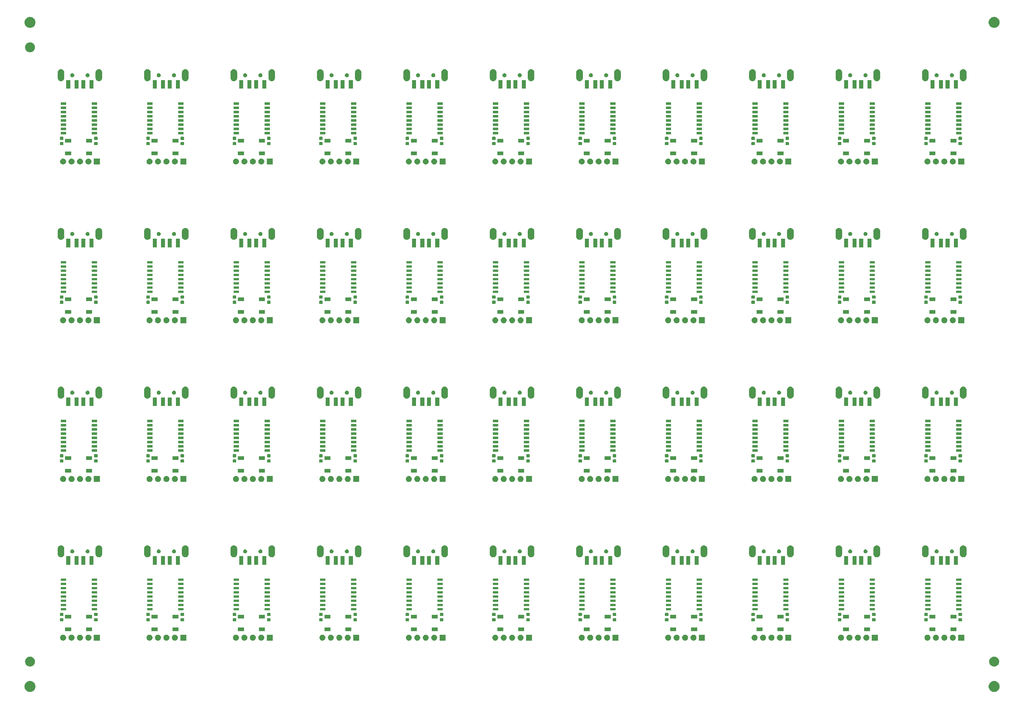
<source format=gbr>
G04 #@! TF.GenerationSoftware,KiCad,Pcbnew,5.0.2+dfsg1-1*
G04 #@! TF.CreationDate,2019-07-08T23:05:52+03:00*
G04 #@! TF.ProjectId,PocketAdmin_Panel,506f636b-6574-4416-946d-696e5f50616e,1.2*
G04 #@! TF.SameCoordinates,PX3dfd240PYd8f5fe0*
G04 #@! TF.FileFunction,Soldermask,Top*
G04 #@! TF.FilePolarity,Negative*
%FSLAX46Y46*%
G04 Gerber Fmt 4.6, Leading zero omitted, Abs format (unit mm)*
G04 Created by KiCad (PCBNEW 5.0.2+dfsg1-1) date Mon 08 Jul 2019 11:05:52 PM MSK*
%MOMM*%
%LPD*%
G01*
G04 APERTURE LIST*
%ADD10C,0.100000*%
G04 APERTURE END LIST*
D10*
G36*
X290481287Y-5913408D02*
X290781568Y-6037789D01*
X291051814Y-6218361D01*
X291281639Y-6448186D01*
X291462211Y-6718432D01*
X291586592Y-7018713D01*
X291650000Y-7337489D01*
X291650000Y-7662511D01*
X291586592Y-7981287D01*
X291462211Y-8281568D01*
X291281639Y-8551814D01*
X291051814Y-8781639D01*
X290781568Y-8962211D01*
X290481287Y-9086592D01*
X290162511Y-9150000D01*
X289837489Y-9150000D01*
X289518713Y-9086592D01*
X289218432Y-8962211D01*
X288948186Y-8781639D01*
X288718361Y-8551814D01*
X288537789Y-8281568D01*
X288413408Y-7981287D01*
X288350000Y-7662511D01*
X288350000Y-7337489D01*
X288413408Y-7018713D01*
X288537789Y-6718432D01*
X288718361Y-6448186D01*
X288948186Y-6218361D01*
X289218432Y-6037789D01*
X289518713Y-5913408D01*
X289837489Y-5850000D01*
X290162511Y-5850000D01*
X290481287Y-5913408D01*
X290481287Y-5913408D01*
G37*
G36*
X481287Y-5913408D02*
X781568Y-6037789D01*
X1051814Y-6218361D01*
X1281639Y-6448186D01*
X1462211Y-6718432D01*
X1586592Y-7018713D01*
X1650000Y-7337489D01*
X1650000Y-7662511D01*
X1586592Y-7981287D01*
X1462211Y-8281568D01*
X1281639Y-8551814D01*
X1051814Y-8781639D01*
X781568Y-8962211D01*
X481287Y-9086592D01*
X162511Y-9150000D01*
X-162511Y-9150000D01*
X-481287Y-9086592D01*
X-781568Y-8962211D01*
X-1051814Y-8781639D01*
X-1281639Y-8551814D01*
X-1462211Y-8281568D01*
X-1586592Y-7981287D01*
X-1650000Y-7662511D01*
X-1650000Y-7337489D01*
X-1586592Y-7018713D01*
X-1462211Y-6718432D01*
X-1281639Y-6448186D01*
X-1051814Y-6218361D01*
X-781568Y-6037789D01*
X-481287Y-5913408D01*
X-162511Y-5850000D01*
X162511Y-5850000D01*
X481287Y-5913408D01*
X481287Y-5913408D01*
G37*
G36*
X437531Y1442357D02*
X437533Y1442356D01*
X437534Y1442356D01*
X710517Y1329283D01*
X710518Y1329282D01*
X956198Y1165124D01*
X1165124Y956198D01*
X1275058Y791670D01*
X1329283Y710517D01*
X1442356Y437534D01*
X1500000Y147737D01*
X1500000Y-147737D01*
X1442356Y-437534D01*
X1329283Y-710517D01*
X1329282Y-710518D01*
X1165124Y-956198D01*
X956198Y-1165124D01*
X791670Y-1275058D01*
X710517Y-1329283D01*
X437534Y-1442356D01*
X437533Y-1442356D01*
X437531Y-1442357D01*
X147738Y-1500000D01*
X-147738Y-1500000D01*
X-437531Y-1442357D01*
X-437533Y-1442356D01*
X-437534Y-1442356D01*
X-710517Y-1329283D01*
X-791670Y-1275058D01*
X-956198Y-1165124D01*
X-1165124Y-956198D01*
X-1329282Y-710518D01*
X-1329283Y-710517D01*
X-1442356Y-437534D01*
X-1500000Y-147737D01*
X-1500000Y147737D01*
X-1442356Y437534D01*
X-1329283Y710517D01*
X-1275058Y791670D01*
X-1165124Y956198D01*
X-956198Y1165124D01*
X-710518Y1329282D01*
X-710517Y1329283D01*
X-437534Y1442356D01*
X-437533Y1442356D01*
X-437531Y1442357D01*
X-147738Y1500000D01*
X147738Y1500000D01*
X437531Y1442357D01*
X437531Y1442357D01*
G37*
G36*
X290437531Y1442357D02*
X290437533Y1442356D01*
X290437534Y1442356D01*
X290710517Y1329283D01*
X290710518Y1329282D01*
X290956198Y1165124D01*
X291165124Y956198D01*
X291275058Y791670D01*
X291329283Y710517D01*
X291442356Y437534D01*
X291500000Y147737D01*
X291500000Y-147737D01*
X291442356Y-437534D01*
X291329283Y-710517D01*
X291329282Y-710518D01*
X291165124Y-956198D01*
X290956198Y-1165124D01*
X290791670Y-1275058D01*
X290710517Y-1329283D01*
X290437534Y-1442356D01*
X290437533Y-1442356D01*
X290437531Y-1442357D01*
X290147738Y-1500000D01*
X289852262Y-1500000D01*
X289562469Y-1442357D01*
X289562467Y-1442356D01*
X289562466Y-1442356D01*
X289289483Y-1329283D01*
X289208330Y-1275058D01*
X289043802Y-1165124D01*
X288834876Y-956198D01*
X288670718Y-710518D01*
X288670717Y-710517D01*
X288557644Y-437534D01*
X288500000Y-147737D01*
X288500000Y147737D01*
X288557644Y437534D01*
X288670717Y710517D01*
X288724942Y791670D01*
X288834876Y956198D01*
X289043802Y1165124D01*
X289289482Y1329282D01*
X289289483Y1329283D01*
X289562466Y1442356D01*
X289562467Y1442356D01*
X289562469Y1442357D01*
X289852262Y1500000D01*
X290147738Y1500000D01*
X290437531Y1442357D01*
X290437531Y1442357D01*
G37*
G36*
X64656430Y8086978D02*
X64826084Y8035514D01*
X64982428Y7951946D01*
X65119475Y7839475D01*
X65231946Y7702428D01*
X65315514Y7546084D01*
X65366978Y7376430D01*
X65384354Y7200000D01*
X65366978Y7023570D01*
X65315514Y6853916D01*
X65231946Y6697572D01*
X65119475Y6560525D01*
X64982428Y6448054D01*
X64826084Y6364486D01*
X64656430Y6313022D01*
X64524211Y6300000D01*
X64435789Y6300000D01*
X64303570Y6313022D01*
X64133916Y6364486D01*
X63977572Y6448054D01*
X63840525Y6560525D01*
X63728054Y6697572D01*
X63644486Y6853916D01*
X63593022Y7023570D01*
X63575646Y7200000D01*
X63593022Y7376430D01*
X63644486Y7546084D01*
X63728054Y7702428D01*
X63840525Y7839475D01*
X63977572Y7951946D01*
X64133916Y8035514D01*
X64303570Y8086978D01*
X64435789Y8100000D01*
X64524211Y8100000D01*
X64656430Y8086978D01*
X64656430Y8086978D01*
G37*
G36*
X67196430Y8086978D02*
X67366084Y8035514D01*
X67522428Y7951946D01*
X67659475Y7839475D01*
X67771946Y7702428D01*
X67855514Y7546084D01*
X67906978Y7376430D01*
X67924354Y7200000D01*
X67906978Y7023570D01*
X67855514Y6853916D01*
X67771946Y6697572D01*
X67659475Y6560525D01*
X67522428Y6448054D01*
X67366084Y6364486D01*
X67196430Y6313022D01*
X67064211Y6300000D01*
X66975789Y6300000D01*
X66843570Y6313022D01*
X66673916Y6364486D01*
X66517572Y6448054D01*
X66380525Y6560525D01*
X66268054Y6697572D01*
X66184486Y6853916D01*
X66133022Y7023570D01*
X66115646Y7200000D01*
X66133022Y7376430D01*
X66184486Y7546084D01*
X66268054Y7702428D01*
X66380525Y7839475D01*
X66517572Y7951946D01*
X66673916Y8035514D01*
X66843570Y8086978D01*
X66975789Y8100000D01*
X67064211Y8100000D01*
X67196430Y8086978D01*
X67196430Y8086978D01*
G37*
G36*
X62116430Y8086978D02*
X62286084Y8035514D01*
X62442428Y7951946D01*
X62579475Y7839475D01*
X62691946Y7702428D01*
X62775514Y7546084D01*
X62826978Y7376430D01*
X62844354Y7200000D01*
X62826978Y7023570D01*
X62775514Y6853916D01*
X62691946Y6697572D01*
X62579475Y6560525D01*
X62442428Y6448054D01*
X62286084Y6364486D01*
X62116430Y6313022D01*
X61984211Y6300000D01*
X61895789Y6300000D01*
X61763570Y6313022D01*
X61593916Y6364486D01*
X61437572Y6448054D01*
X61300525Y6560525D01*
X61188054Y6697572D01*
X61104486Y6853916D01*
X61053022Y7023570D01*
X61035646Y7200000D01*
X61053022Y7376430D01*
X61104486Y7546084D01*
X61188054Y7702428D01*
X61300525Y7839475D01*
X61437572Y7951946D01*
X61593916Y8035514D01*
X61763570Y8086978D01*
X61895789Y8100000D01*
X61984211Y8100000D01*
X62116430Y8086978D01*
X62116430Y8086978D01*
G37*
G36*
X47000000Y6300000D02*
X45200000Y6300000D01*
X45200000Y8100000D01*
X47000000Y8100000D01*
X47000000Y6300000D01*
X47000000Y6300000D01*
G37*
G36*
X43736430Y8086978D02*
X43906084Y8035514D01*
X44062428Y7951946D01*
X44199475Y7839475D01*
X44311946Y7702428D01*
X44395514Y7546084D01*
X44446978Y7376430D01*
X44464354Y7200000D01*
X44446978Y7023570D01*
X44395514Y6853916D01*
X44311946Y6697572D01*
X44199475Y6560525D01*
X44062428Y6448054D01*
X43906084Y6364486D01*
X43736430Y6313022D01*
X43604211Y6300000D01*
X43515789Y6300000D01*
X43383570Y6313022D01*
X43213916Y6364486D01*
X43057572Y6448054D01*
X42920525Y6560525D01*
X42808054Y6697572D01*
X42724486Y6853916D01*
X42673022Y7023570D01*
X42655646Y7200000D01*
X42673022Y7376430D01*
X42724486Y7546084D01*
X42808054Y7702428D01*
X42920525Y7839475D01*
X43057572Y7951946D01*
X43213916Y8035514D01*
X43383570Y8086978D01*
X43515789Y8100000D01*
X43604211Y8100000D01*
X43736430Y8086978D01*
X43736430Y8086978D01*
G37*
G36*
X41196430Y8086978D02*
X41366084Y8035514D01*
X41522428Y7951946D01*
X41659475Y7839475D01*
X41771946Y7702428D01*
X41855514Y7546084D01*
X41906978Y7376430D01*
X41924354Y7200000D01*
X41906978Y7023570D01*
X41855514Y6853916D01*
X41771946Y6697572D01*
X41659475Y6560525D01*
X41522428Y6448054D01*
X41366084Y6364486D01*
X41196430Y6313022D01*
X41064211Y6300000D01*
X40975789Y6300000D01*
X40843570Y6313022D01*
X40673916Y6364486D01*
X40517572Y6448054D01*
X40380525Y6560525D01*
X40268054Y6697572D01*
X40184486Y6853916D01*
X40133022Y7023570D01*
X40115646Y7200000D01*
X40133022Y7376430D01*
X40184486Y7546084D01*
X40268054Y7702428D01*
X40380525Y7839475D01*
X40517572Y7951946D01*
X40673916Y8035514D01*
X40843570Y8086978D01*
X40975789Y8100000D01*
X41064211Y8100000D01*
X41196430Y8086978D01*
X41196430Y8086978D01*
G37*
G36*
X38656430Y8086978D02*
X38826084Y8035514D01*
X38982428Y7951946D01*
X39119475Y7839475D01*
X39231946Y7702428D01*
X39315514Y7546084D01*
X39366978Y7376430D01*
X39384354Y7200000D01*
X39366978Y7023570D01*
X39315514Y6853916D01*
X39231946Y6697572D01*
X39119475Y6560525D01*
X38982428Y6448054D01*
X38826084Y6364486D01*
X38656430Y6313022D01*
X38524211Y6300000D01*
X38435789Y6300000D01*
X38303570Y6313022D01*
X38133916Y6364486D01*
X37977572Y6448054D01*
X37840525Y6560525D01*
X37728054Y6697572D01*
X37644486Y6853916D01*
X37593022Y7023570D01*
X37575646Y7200000D01*
X37593022Y7376430D01*
X37644486Y7546084D01*
X37728054Y7702428D01*
X37840525Y7839475D01*
X37977572Y7951946D01*
X38133916Y8035514D01*
X38303570Y8086978D01*
X38435789Y8100000D01*
X38524211Y8100000D01*
X38656430Y8086978D01*
X38656430Y8086978D01*
G37*
G36*
X36116430Y8086978D02*
X36286084Y8035514D01*
X36442428Y7951946D01*
X36579475Y7839475D01*
X36691946Y7702428D01*
X36775514Y7546084D01*
X36826978Y7376430D01*
X36844354Y7200000D01*
X36826978Y7023570D01*
X36775514Y6853916D01*
X36691946Y6697572D01*
X36579475Y6560525D01*
X36442428Y6448054D01*
X36286084Y6364486D01*
X36116430Y6313022D01*
X35984211Y6300000D01*
X35895789Y6300000D01*
X35763570Y6313022D01*
X35593916Y6364486D01*
X35437572Y6448054D01*
X35300525Y6560525D01*
X35188054Y6697572D01*
X35104486Y6853916D01*
X35053022Y7023570D01*
X35035646Y7200000D01*
X35053022Y7376430D01*
X35104486Y7546084D01*
X35188054Y7702428D01*
X35300525Y7839475D01*
X35437572Y7951946D01*
X35593916Y8035514D01*
X35763570Y8086978D01*
X35895789Y8100000D01*
X35984211Y8100000D01*
X36116430Y8086978D01*
X36116430Y8086978D01*
G37*
G36*
X21000000Y6300000D02*
X19200000Y6300000D01*
X19200000Y8100000D01*
X21000000Y8100000D01*
X21000000Y6300000D01*
X21000000Y6300000D01*
G37*
G36*
X17736430Y8086978D02*
X17906084Y8035514D01*
X18062428Y7951946D01*
X18199475Y7839475D01*
X18311946Y7702428D01*
X18395514Y7546084D01*
X18446978Y7376430D01*
X18464354Y7200000D01*
X18446978Y7023570D01*
X18395514Y6853916D01*
X18311946Y6697572D01*
X18199475Y6560525D01*
X18062428Y6448054D01*
X17906084Y6364486D01*
X17736430Y6313022D01*
X17604211Y6300000D01*
X17515789Y6300000D01*
X17383570Y6313022D01*
X17213916Y6364486D01*
X17057572Y6448054D01*
X16920525Y6560525D01*
X16808054Y6697572D01*
X16724486Y6853916D01*
X16673022Y7023570D01*
X16655646Y7200000D01*
X16673022Y7376430D01*
X16724486Y7546084D01*
X16808054Y7702428D01*
X16920525Y7839475D01*
X17057572Y7951946D01*
X17213916Y8035514D01*
X17383570Y8086978D01*
X17515789Y8100000D01*
X17604211Y8100000D01*
X17736430Y8086978D01*
X17736430Y8086978D01*
G37*
G36*
X15196430Y8086978D02*
X15366084Y8035514D01*
X15522428Y7951946D01*
X15659475Y7839475D01*
X15771946Y7702428D01*
X15855514Y7546084D01*
X15906978Y7376430D01*
X15924354Y7200000D01*
X15906978Y7023570D01*
X15855514Y6853916D01*
X15771946Y6697572D01*
X15659475Y6560525D01*
X15522428Y6448054D01*
X15366084Y6364486D01*
X15196430Y6313022D01*
X15064211Y6300000D01*
X14975789Y6300000D01*
X14843570Y6313022D01*
X14673916Y6364486D01*
X14517572Y6448054D01*
X14380525Y6560525D01*
X14268054Y6697572D01*
X14184486Y6853916D01*
X14133022Y7023570D01*
X14115646Y7200000D01*
X14133022Y7376430D01*
X14184486Y7546084D01*
X14268054Y7702428D01*
X14380525Y7839475D01*
X14517572Y7951946D01*
X14673916Y8035514D01*
X14843570Y8086978D01*
X14975789Y8100000D01*
X15064211Y8100000D01*
X15196430Y8086978D01*
X15196430Y8086978D01*
G37*
G36*
X12656430Y8086978D02*
X12826084Y8035514D01*
X12982428Y7951946D01*
X13119475Y7839475D01*
X13231946Y7702428D01*
X13315514Y7546084D01*
X13366978Y7376430D01*
X13384354Y7200000D01*
X13366978Y7023570D01*
X13315514Y6853916D01*
X13231946Y6697572D01*
X13119475Y6560525D01*
X12982428Y6448054D01*
X12826084Y6364486D01*
X12656430Y6313022D01*
X12524211Y6300000D01*
X12435789Y6300000D01*
X12303570Y6313022D01*
X12133916Y6364486D01*
X11977572Y6448054D01*
X11840525Y6560525D01*
X11728054Y6697572D01*
X11644486Y6853916D01*
X11593022Y7023570D01*
X11575646Y7200000D01*
X11593022Y7376430D01*
X11644486Y7546084D01*
X11728054Y7702428D01*
X11840525Y7839475D01*
X11977572Y7951946D01*
X12133916Y8035514D01*
X12303570Y8086978D01*
X12435789Y8100000D01*
X12524211Y8100000D01*
X12656430Y8086978D01*
X12656430Y8086978D01*
G37*
G36*
X10116430Y8086978D02*
X10286084Y8035514D01*
X10442428Y7951946D01*
X10579475Y7839475D01*
X10691946Y7702428D01*
X10775514Y7546084D01*
X10826978Y7376430D01*
X10844354Y7200000D01*
X10826978Y7023570D01*
X10775514Y6853916D01*
X10691946Y6697572D01*
X10579475Y6560525D01*
X10442428Y6448054D01*
X10286084Y6364486D01*
X10116430Y6313022D01*
X9984211Y6300000D01*
X9895789Y6300000D01*
X9763570Y6313022D01*
X9593916Y6364486D01*
X9437572Y6448054D01*
X9300525Y6560525D01*
X9188054Y6697572D01*
X9104486Y6853916D01*
X9053022Y7023570D01*
X9035646Y7200000D01*
X9053022Y7376430D01*
X9104486Y7546084D01*
X9188054Y7702428D01*
X9300525Y7839475D01*
X9437572Y7951946D01*
X9593916Y8035514D01*
X9763570Y8086978D01*
X9895789Y8100000D01*
X9984211Y8100000D01*
X10116430Y8086978D01*
X10116430Y8086978D01*
G37*
G36*
X69736430Y8086978D02*
X69906084Y8035514D01*
X70062428Y7951946D01*
X70199475Y7839475D01*
X70311946Y7702428D01*
X70395514Y7546084D01*
X70446978Y7376430D01*
X70464354Y7200000D01*
X70446978Y7023570D01*
X70395514Y6853916D01*
X70311946Y6697572D01*
X70199475Y6560525D01*
X70062428Y6448054D01*
X69906084Y6364486D01*
X69736430Y6313022D01*
X69604211Y6300000D01*
X69515789Y6300000D01*
X69383570Y6313022D01*
X69213916Y6364486D01*
X69057572Y6448054D01*
X68920525Y6560525D01*
X68808054Y6697572D01*
X68724486Y6853916D01*
X68673022Y7023570D01*
X68655646Y7200000D01*
X68673022Y7376430D01*
X68724486Y7546084D01*
X68808054Y7702428D01*
X68920525Y7839475D01*
X69057572Y7951946D01*
X69213916Y8035514D01*
X69383570Y8086978D01*
X69515789Y8100000D01*
X69604211Y8100000D01*
X69736430Y8086978D01*
X69736430Y8086978D01*
G37*
G36*
X142656430Y8086978D02*
X142826084Y8035514D01*
X142982428Y7951946D01*
X143119475Y7839475D01*
X143231946Y7702428D01*
X143315514Y7546084D01*
X143366978Y7376430D01*
X143384354Y7200000D01*
X143366978Y7023570D01*
X143315514Y6853916D01*
X143231946Y6697572D01*
X143119475Y6560525D01*
X142982428Y6448054D01*
X142826084Y6364486D01*
X142656430Y6313022D01*
X142524211Y6300000D01*
X142435789Y6300000D01*
X142303570Y6313022D01*
X142133916Y6364486D01*
X141977572Y6448054D01*
X141840525Y6560525D01*
X141728054Y6697572D01*
X141644486Y6853916D01*
X141593022Y7023570D01*
X141575646Y7200000D01*
X141593022Y7376430D01*
X141644486Y7546084D01*
X141728054Y7702428D01*
X141840525Y7839475D01*
X141977572Y7951946D01*
X142133916Y8035514D01*
X142303570Y8086978D01*
X142435789Y8100000D01*
X142524211Y8100000D01*
X142656430Y8086978D01*
X142656430Y8086978D01*
G37*
G36*
X73000000Y6300000D02*
X71200000Y6300000D01*
X71200000Y8100000D01*
X73000000Y8100000D01*
X73000000Y6300000D01*
X73000000Y6300000D01*
G37*
G36*
X88116430Y8086978D02*
X88286084Y8035514D01*
X88442428Y7951946D01*
X88579475Y7839475D01*
X88691946Y7702428D01*
X88775514Y7546084D01*
X88826978Y7376430D01*
X88844354Y7200000D01*
X88826978Y7023570D01*
X88775514Y6853916D01*
X88691946Y6697572D01*
X88579475Y6560525D01*
X88442428Y6448054D01*
X88286084Y6364486D01*
X88116430Y6313022D01*
X87984211Y6300000D01*
X87895789Y6300000D01*
X87763570Y6313022D01*
X87593916Y6364486D01*
X87437572Y6448054D01*
X87300525Y6560525D01*
X87188054Y6697572D01*
X87104486Y6853916D01*
X87053022Y7023570D01*
X87035646Y7200000D01*
X87053022Y7376430D01*
X87104486Y7546084D01*
X87188054Y7702428D01*
X87300525Y7839475D01*
X87437572Y7951946D01*
X87593916Y8035514D01*
X87763570Y8086978D01*
X87895789Y8100000D01*
X87984211Y8100000D01*
X88116430Y8086978D01*
X88116430Y8086978D01*
G37*
G36*
X90656430Y8086978D02*
X90826084Y8035514D01*
X90982428Y7951946D01*
X91119475Y7839475D01*
X91231946Y7702428D01*
X91315514Y7546084D01*
X91366978Y7376430D01*
X91384354Y7200000D01*
X91366978Y7023570D01*
X91315514Y6853916D01*
X91231946Y6697572D01*
X91119475Y6560525D01*
X90982428Y6448054D01*
X90826084Y6364486D01*
X90656430Y6313022D01*
X90524211Y6300000D01*
X90435789Y6300000D01*
X90303570Y6313022D01*
X90133916Y6364486D01*
X89977572Y6448054D01*
X89840525Y6560525D01*
X89728054Y6697572D01*
X89644486Y6853916D01*
X89593022Y7023570D01*
X89575646Y7200000D01*
X89593022Y7376430D01*
X89644486Y7546084D01*
X89728054Y7702428D01*
X89840525Y7839475D01*
X89977572Y7951946D01*
X90133916Y8035514D01*
X90303570Y8086978D01*
X90435789Y8100000D01*
X90524211Y8100000D01*
X90656430Y8086978D01*
X90656430Y8086978D01*
G37*
G36*
X93196430Y8086978D02*
X93366084Y8035514D01*
X93522428Y7951946D01*
X93659475Y7839475D01*
X93771946Y7702428D01*
X93855514Y7546084D01*
X93906978Y7376430D01*
X93924354Y7200000D01*
X93906978Y7023570D01*
X93855514Y6853916D01*
X93771946Y6697572D01*
X93659475Y6560525D01*
X93522428Y6448054D01*
X93366084Y6364486D01*
X93196430Y6313022D01*
X93064211Y6300000D01*
X92975789Y6300000D01*
X92843570Y6313022D01*
X92673916Y6364486D01*
X92517572Y6448054D01*
X92380525Y6560525D01*
X92268054Y6697572D01*
X92184486Y6853916D01*
X92133022Y7023570D01*
X92115646Y7200000D01*
X92133022Y7376430D01*
X92184486Y7546084D01*
X92268054Y7702428D01*
X92380525Y7839475D01*
X92517572Y7951946D01*
X92673916Y8035514D01*
X92843570Y8086978D01*
X92975789Y8100000D01*
X93064211Y8100000D01*
X93196430Y8086978D01*
X93196430Y8086978D01*
G37*
G36*
X95736430Y8086978D02*
X95906084Y8035514D01*
X96062428Y7951946D01*
X96199475Y7839475D01*
X96311946Y7702428D01*
X96395514Y7546084D01*
X96446978Y7376430D01*
X96464354Y7200000D01*
X96446978Y7023570D01*
X96395514Y6853916D01*
X96311946Y6697572D01*
X96199475Y6560525D01*
X96062428Y6448054D01*
X95906084Y6364486D01*
X95736430Y6313022D01*
X95604211Y6300000D01*
X95515789Y6300000D01*
X95383570Y6313022D01*
X95213916Y6364486D01*
X95057572Y6448054D01*
X94920525Y6560525D01*
X94808054Y6697572D01*
X94724486Y6853916D01*
X94673022Y7023570D01*
X94655646Y7200000D01*
X94673022Y7376430D01*
X94724486Y7546084D01*
X94808054Y7702428D01*
X94920525Y7839475D01*
X95057572Y7951946D01*
X95213916Y8035514D01*
X95383570Y8086978D01*
X95515789Y8100000D01*
X95604211Y8100000D01*
X95736430Y8086978D01*
X95736430Y8086978D01*
G37*
G36*
X99000000Y6300000D02*
X97200000Y6300000D01*
X97200000Y8100000D01*
X99000000Y8100000D01*
X99000000Y6300000D01*
X99000000Y6300000D01*
G37*
G36*
X114116430Y8086978D02*
X114286084Y8035514D01*
X114442428Y7951946D01*
X114579475Y7839475D01*
X114691946Y7702428D01*
X114775514Y7546084D01*
X114826978Y7376430D01*
X114844354Y7200000D01*
X114826978Y7023570D01*
X114775514Y6853916D01*
X114691946Y6697572D01*
X114579475Y6560525D01*
X114442428Y6448054D01*
X114286084Y6364486D01*
X114116430Y6313022D01*
X113984211Y6300000D01*
X113895789Y6300000D01*
X113763570Y6313022D01*
X113593916Y6364486D01*
X113437572Y6448054D01*
X113300525Y6560525D01*
X113188054Y6697572D01*
X113104486Y6853916D01*
X113053022Y7023570D01*
X113035646Y7200000D01*
X113053022Y7376430D01*
X113104486Y7546084D01*
X113188054Y7702428D01*
X113300525Y7839475D01*
X113437572Y7951946D01*
X113593916Y8035514D01*
X113763570Y8086978D01*
X113895789Y8100000D01*
X113984211Y8100000D01*
X114116430Y8086978D01*
X114116430Y8086978D01*
G37*
G36*
X116656430Y8086978D02*
X116826084Y8035514D01*
X116982428Y7951946D01*
X117119475Y7839475D01*
X117231946Y7702428D01*
X117315514Y7546084D01*
X117366978Y7376430D01*
X117384354Y7200000D01*
X117366978Y7023570D01*
X117315514Y6853916D01*
X117231946Y6697572D01*
X117119475Y6560525D01*
X116982428Y6448054D01*
X116826084Y6364486D01*
X116656430Y6313022D01*
X116524211Y6300000D01*
X116435789Y6300000D01*
X116303570Y6313022D01*
X116133916Y6364486D01*
X115977572Y6448054D01*
X115840525Y6560525D01*
X115728054Y6697572D01*
X115644486Y6853916D01*
X115593022Y7023570D01*
X115575646Y7200000D01*
X115593022Y7376430D01*
X115644486Y7546084D01*
X115728054Y7702428D01*
X115840525Y7839475D01*
X115977572Y7951946D01*
X116133916Y8035514D01*
X116303570Y8086978D01*
X116435789Y8100000D01*
X116524211Y8100000D01*
X116656430Y8086978D01*
X116656430Y8086978D01*
G37*
G36*
X119196430Y8086978D02*
X119366084Y8035514D01*
X119522428Y7951946D01*
X119659475Y7839475D01*
X119771946Y7702428D01*
X119855514Y7546084D01*
X119906978Y7376430D01*
X119924354Y7200000D01*
X119906978Y7023570D01*
X119855514Y6853916D01*
X119771946Y6697572D01*
X119659475Y6560525D01*
X119522428Y6448054D01*
X119366084Y6364486D01*
X119196430Y6313022D01*
X119064211Y6300000D01*
X118975789Y6300000D01*
X118843570Y6313022D01*
X118673916Y6364486D01*
X118517572Y6448054D01*
X118380525Y6560525D01*
X118268054Y6697572D01*
X118184486Y6853916D01*
X118133022Y7023570D01*
X118115646Y7200000D01*
X118133022Y7376430D01*
X118184486Y7546084D01*
X118268054Y7702428D01*
X118380525Y7839475D01*
X118517572Y7951946D01*
X118673916Y8035514D01*
X118843570Y8086978D01*
X118975789Y8100000D01*
X119064211Y8100000D01*
X119196430Y8086978D01*
X119196430Y8086978D01*
G37*
G36*
X121736430Y8086978D02*
X121906084Y8035514D01*
X122062428Y7951946D01*
X122199475Y7839475D01*
X122311946Y7702428D01*
X122395514Y7546084D01*
X122446978Y7376430D01*
X122464354Y7200000D01*
X122446978Y7023570D01*
X122395514Y6853916D01*
X122311946Y6697572D01*
X122199475Y6560525D01*
X122062428Y6448054D01*
X121906084Y6364486D01*
X121736430Y6313022D01*
X121604211Y6300000D01*
X121515789Y6300000D01*
X121383570Y6313022D01*
X121213916Y6364486D01*
X121057572Y6448054D01*
X120920525Y6560525D01*
X120808054Y6697572D01*
X120724486Y6853916D01*
X120673022Y7023570D01*
X120655646Y7200000D01*
X120673022Y7376430D01*
X120724486Y7546084D01*
X120808054Y7702428D01*
X120920525Y7839475D01*
X121057572Y7951946D01*
X121213916Y8035514D01*
X121383570Y8086978D01*
X121515789Y8100000D01*
X121604211Y8100000D01*
X121736430Y8086978D01*
X121736430Y8086978D01*
G37*
G36*
X125000000Y6300000D02*
X123200000Y6300000D01*
X123200000Y8100000D01*
X125000000Y8100000D01*
X125000000Y6300000D01*
X125000000Y6300000D01*
G37*
G36*
X140116430Y8086978D02*
X140286084Y8035514D01*
X140442428Y7951946D01*
X140579475Y7839475D01*
X140691946Y7702428D01*
X140775514Y7546084D01*
X140826978Y7376430D01*
X140844354Y7200000D01*
X140826978Y7023570D01*
X140775514Y6853916D01*
X140691946Y6697572D01*
X140579475Y6560525D01*
X140442428Y6448054D01*
X140286084Y6364486D01*
X140116430Y6313022D01*
X139984211Y6300000D01*
X139895789Y6300000D01*
X139763570Y6313022D01*
X139593916Y6364486D01*
X139437572Y6448054D01*
X139300525Y6560525D01*
X139188054Y6697572D01*
X139104486Y6853916D01*
X139053022Y7023570D01*
X139035646Y7200000D01*
X139053022Y7376430D01*
X139104486Y7546084D01*
X139188054Y7702428D01*
X139300525Y7839475D01*
X139437572Y7951946D01*
X139593916Y8035514D01*
X139763570Y8086978D01*
X139895789Y8100000D01*
X139984211Y8100000D01*
X140116430Y8086978D01*
X140116430Y8086978D01*
G37*
G36*
X275196430Y8086978D02*
X275366084Y8035514D01*
X275522428Y7951946D01*
X275659475Y7839475D01*
X275771946Y7702428D01*
X275855514Y7546084D01*
X275906978Y7376430D01*
X275924354Y7200000D01*
X275906978Y7023570D01*
X275855514Y6853916D01*
X275771946Y6697572D01*
X275659475Y6560525D01*
X275522428Y6448054D01*
X275366084Y6364486D01*
X275196430Y6313022D01*
X275064211Y6300000D01*
X274975789Y6300000D01*
X274843570Y6313022D01*
X274673916Y6364486D01*
X274517572Y6448054D01*
X274380525Y6560525D01*
X274268054Y6697572D01*
X274184486Y6853916D01*
X274133022Y7023570D01*
X274115646Y7200000D01*
X274133022Y7376430D01*
X274184486Y7546084D01*
X274268054Y7702428D01*
X274380525Y7839475D01*
X274517572Y7951946D01*
X274673916Y8035514D01*
X274843570Y8086978D01*
X274975789Y8100000D01*
X275064211Y8100000D01*
X275196430Y8086978D01*
X275196430Y8086978D01*
G37*
G36*
X277736430Y8086978D02*
X277906084Y8035514D01*
X278062428Y7951946D01*
X278199475Y7839475D01*
X278311946Y7702428D01*
X278395514Y7546084D01*
X278446978Y7376430D01*
X278464354Y7200000D01*
X278446978Y7023570D01*
X278395514Y6853916D01*
X278311946Y6697572D01*
X278199475Y6560525D01*
X278062428Y6448054D01*
X277906084Y6364486D01*
X277736430Y6313022D01*
X277604211Y6300000D01*
X277515789Y6300000D01*
X277383570Y6313022D01*
X277213916Y6364486D01*
X277057572Y6448054D01*
X276920525Y6560525D01*
X276808054Y6697572D01*
X276724486Y6853916D01*
X276673022Y7023570D01*
X276655646Y7200000D01*
X276673022Y7376430D01*
X276724486Y7546084D01*
X276808054Y7702428D01*
X276920525Y7839475D01*
X277057572Y7951946D01*
X277213916Y8035514D01*
X277383570Y8086978D01*
X277515789Y8100000D01*
X277604211Y8100000D01*
X277736430Y8086978D01*
X277736430Y8086978D01*
G37*
G36*
X145196430Y8086978D02*
X145366084Y8035514D01*
X145522428Y7951946D01*
X145659475Y7839475D01*
X145771946Y7702428D01*
X145855514Y7546084D01*
X145906978Y7376430D01*
X145924354Y7200000D01*
X145906978Y7023570D01*
X145855514Y6853916D01*
X145771946Y6697572D01*
X145659475Y6560525D01*
X145522428Y6448054D01*
X145366084Y6364486D01*
X145196430Y6313022D01*
X145064211Y6300000D01*
X144975789Y6300000D01*
X144843570Y6313022D01*
X144673916Y6364486D01*
X144517572Y6448054D01*
X144380525Y6560525D01*
X144268054Y6697572D01*
X144184486Y6853916D01*
X144133022Y7023570D01*
X144115646Y7200000D01*
X144133022Y7376430D01*
X144184486Y7546084D01*
X144268054Y7702428D01*
X144380525Y7839475D01*
X144517572Y7951946D01*
X144673916Y8035514D01*
X144843570Y8086978D01*
X144975789Y8100000D01*
X145064211Y8100000D01*
X145196430Y8086978D01*
X145196430Y8086978D01*
G37*
G36*
X203000000Y6300000D02*
X201200000Y6300000D01*
X201200000Y8100000D01*
X203000000Y8100000D01*
X203000000Y6300000D01*
X203000000Y6300000D01*
G37*
G36*
X199736430Y8086978D02*
X199906084Y8035514D01*
X200062428Y7951946D01*
X200199475Y7839475D01*
X200311946Y7702428D01*
X200395514Y7546084D01*
X200446978Y7376430D01*
X200464354Y7200000D01*
X200446978Y7023570D01*
X200395514Y6853916D01*
X200311946Y6697572D01*
X200199475Y6560525D01*
X200062428Y6448054D01*
X199906084Y6364486D01*
X199736430Y6313022D01*
X199604211Y6300000D01*
X199515789Y6300000D01*
X199383570Y6313022D01*
X199213916Y6364486D01*
X199057572Y6448054D01*
X198920525Y6560525D01*
X198808054Y6697572D01*
X198724486Y6853916D01*
X198673022Y7023570D01*
X198655646Y7200000D01*
X198673022Y7376430D01*
X198724486Y7546084D01*
X198808054Y7702428D01*
X198920525Y7839475D01*
X199057572Y7951946D01*
X199213916Y8035514D01*
X199383570Y8086978D01*
X199515789Y8100000D01*
X199604211Y8100000D01*
X199736430Y8086978D01*
X199736430Y8086978D01*
G37*
G36*
X197196430Y8086978D02*
X197366084Y8035514D01*
X197522428Y7951946D01*
X197659475Y7839475D01*
X197771946Y7702428D01*
X197855514Y7546084D01*
X197906978Y7376430D01*
X197924354Y7200000D01*
X197906978Y7023570D01*
X197855514Y6853916D01*
X197771946Y6697572D01*
X197659475Y6560525D01*
X197522428Y6448054D01*
X197366084Y6364486D01*
X197196430Y6313022D01*
X197064211Y6300000D01*
X196975789Y6300000D01*
X196843570Y6313022D01*
X196673916Y6364486D01*
X196517572Y6448054D01*
X196380525Y6560525D01*
X196268054Y6697572D01*
X196184486Y6853916D01*
X196133022Y7023570D01*
X196115646Y7200000D01*
X196133022Y7376430D01*
X196184486Y7546084D01*
X196268054Y7702428D01*
X196380525Y7839475D01*
X196517572Y7951946D01*
X196673916Y8035514D01*
X196843570Y8086978D01*
X196975789Y8100000D01*
X197064211Y8100000D01*
X197196430Y8086978D01*
X197196430Y8086978D01*
G37*
G36*
X194656430Y8086978D02*
X194826084Y8035514D01*
X194982428Y7951946D01*
X195119475Y7839475D01*
X195231946Y7702428D01*
X195315514Y7546084D01*
X195366978Y7376430D01*
X195384354Y7200000D01*
X195366978Y7023570D01*
X195315514Y6853916D01*
X195231946Y6697572D01*
X195119475Y6560525D01*
X194982428Y6448054D01*
X194826084Y6364486D01*
X194656430Y6313022D01*
X194524211Y6300000D01*
X194435789Y6300000D01*
X194303570Y6313022D01*
X194133916Y6364486D01*
X193977572Y6448054D01*
X193840525Y6560525D01*
X193728054Y6697572D01*
X193644486Y6853916D01*
X193593022Y7023570D01*
X193575646Y7200000D01*
X193593022Y7376430D01*
X193644486Y7546084D01*
X193728054Y7702428D01*
X193840525Y7839475D01*
X193977572Y7951946D01*
X194133916Y8035514D01*
X194303570Y8086978D01*
X194435789Y8100000D01*
X194524211Y8100000D01*
X194656430Y8086978D01*
X194656430Y8086978D01*
G37*
G36*
X192116430Y8086978D02*
X192286084Y8035514D01*
X192442428Y7951946D01*
X192579475Y7839475D01*
X192691946Y7702428D01*
X192775514Y7546084D01*
X192826978Y7376430D01*
X192844354Y7200000D01*
X192826978Y7023570D01*
X192775514Y6853916D01*
X192691946Y6697572D01*
X192579475Y6560525D01*
X192442428Y6448054D01*
X192286084Y6364486D01*
X192116430Y6313022D01*
X191984211Y6300000D01*
X191895789Y6300000D01*
X191763570Y6313022D01*
X191593916Y6364486D01*
X191437572Y6448054D01*
X191300525Y6560525D01*
X191188054Y6697572D01*
X191104486Y6853916D01*
X191053022Y7023570D01*
X191035646Y7200000D01*
X191053022Y7376430D01*
X191104486Y7546084D01*
X191188054Y7702428D01*
X191300525Y7839475D01*
X191437572Y7951946D01*
X191593916Y8035514D01*
X191763570Y8086978D01*
X191895789Y8100000D01*
X191984211Y8100000D01*
X192116430Y8086978D01*
X192116430Y8086978D01*
G37*
G36*
X177000000Y6300000D02*
X175200000Y6300000D01*
X175200000Y8100000D01*
X177000000Y8100000D01*
X177000000Y6300000D01*
X177000000Y6300000D01*
G37*
G36*
X173736430Y8086978D02*
X173906084Y8035514D01*
X174062428Y7951946D01*
X174199475Y7839475D01*
X174311946Y7702428D01*
X174395514Y7546084D01*
X174446978Y7376430D01*
X174464354Y7200000D01*
X174446978Y7023570D01*
X174395514Y6853916D01*
X174311946Y6697572D01*
X174199475Y6560525D01*
X174062428Y6448054D01*
X173906084Y6364486D01*
X173736430Y6313022D01*
X173604211Y6300000D01*
X173515789Y6300000D01*
X173383570Y6313022D01*
X173213916Y6364486D01*
X173057572Y6448054D01*
X172920525Y6560525D01*
X172808054Y6697572D01*
X172724486Y6853916D01*
X172673022Y7023570D01*
X172655646Y7200000D01*
X172673022Y7376430D01*
X172724486Y7546084D01*
X172808054Y7702428D01*
X172920525Y7839475D01*
X173057572Y7951946D01*
X173213916Y8035514D01*
X173383570Y8086978D01*
X173515789Y8100000D01*
X173604211Y8100000D01*
X173736430Y8086978D01*
X173736430Y8086978D01*
G37*
G36*
X171196430Y8086978D02*
X171366084Y8035514D01*
X171522428Y7951946D01*
X171659475Y7839475D01*
X171771946Y7702428D01*
X171855514Y7546084D01*
X171906978Y7376430D01*
X171924354Y7200000D01*
X171906978Y7023570D01*
X171855514Y6853916D01*
X171771946Y6697572D01*
X171659475Y6560525D01*
X171522428Y6448054D01*
X171366084Y6364486D01*
X171196430Y6313022D01*
X171064211Y6300000D01*
X170975789Y6300000D01*
X170843570Y6313022D01*
X170673916Y6364486D01*
X170517572Y6448054D01*
X170380525Y6560525D01*
X170268054Y6697572D01*
X170184486Y6853916D01*
X170133022Y7023570D01*
X170115646Y7200000D01*
X170133022Y7376430D01*
X170184486Y7546084D01*
X170268054Y7702428D01*
X170380525Y7839475D01*
X170517572Y7951946D01*
X170673916Y8035514D01*
X170843570Y8086978D01*
X170975789Y8100000D01*
X171064211Y8100000D01*
X171196430Y8086978D01*
X171196430Y8086978D01*
G37*
G36*
X168656430Y8086978D02*
X168826084Y8035514D01*
X168982428Y7951946D01*
X169119475Y7839475D01*
X169231946Y7702428D01*
X169315514Y7546084D01*
X169366978Y7376430D01*
X169384354Y7200000D01*
X169366978Y7023570D01*
X169315514Y6853916D01*
X169231946Y6697572D01*
X169119475Y6560525D01*
X168982428Y6448054D01*
X168826084Y6364486D01*
X168656430Y6313022D01*
X168524211Y6300000D01*
X168435789Y6300000D01*
X168303570Y6313022D01*
X168133916Y6364486D01*
X167977572Y6448054D01*
X167840525Y6560525D01*
X167728054Y6697572D01*
X167644486Y6853916D01*
X167593022Y7023570D01*
X167575646Y7200000D01*
X167593022Y7376430D01*
X167644486Y7546084D01*
X167728054Y7702428D01*
X167840525Y7839475D01*
X167977572Y7951946D01*
X168133916Y8035514D01*
X168303570Y8086978D01*
X168435789Y8100000D01*
X168524211Y8100000D01*
X168656430Y8086978D01*
X168656430Y8086978D01*
G37*
G36*
X166116430Y8086978D02*
X166286084Y8035514D01*
X166442428Y7951946D01*
X166579475Y7839475D01*
X166691946Y7702428D01*
X166775514Y7546084D01*
X166826978Y7376430D01*
X166844354Y7200000D01*
X166826978Y7023570D01*
X166775514Y6853916D01*
X166691946Y6697572D01*
X166579475Y6560525D01*
X166442428Y6448054D01*
X166286084Y6364486D01*
X166116430Y6313022D01*
X165984211Y6300000D01*
X165895789Y6300000D01*
X165763570Y6313022D01*
X165593916Y6364486D01*
X165437572Y6448054D01*
X165300525Y6560525D01*
X165188054Y6697572D01*
X165104486Y6853916D01*
X165053022Y7023570D01*
X165035646Y7200000D01*
X165053022Y7376430D01*
X165104486Y7546084D01*
X165188054Y7702428D01*
X165300525Y7839475D01*
X165437572Y7951946D01*
X165593916Y8035514D01*
X165763570Y8086978D01*
X165895789Y8100000D01*
X165984211Y8100000D01*
X166116430Y8086978D01*
X166116430Y8086978D01*
G37*
G36*
X151000000Y6300000D02*
X149200000Y6300000D01*
X149200000Y8100000D01*
X151000000Y8100000D01*
X151000000Y6300000D01*
X151000000Y6300000D01*
G37*
G36*
X218116430Y8086978D02*
X218286084Y8035514D01*
X218442428Y7951946D01*
X218579475Y7839475D01*
X218691946Y7702428D01*
X218775514Y7546084D01*
X218826978Y7376430D01*
X218844354Y7200000D01*
X218826978Y7023570D01*
X218775514Y6853916D01*
X218691946Y6697572D01*
X218579475Y6560525D01*
X218442428Y6448054D01*
X218286084Y6364486D01*
X218116430Y6313022D01*
X217984211Y6300000D01*
X217895789Y6300000D01*
X217763570Y6313022D01*
X217593916Y6364486D01*
X217437572Y6448054D01*
X217300525Y6560525D01*
X217188054Y6697572D01*
X217104486Y6853916D01*
X217053022Y7023570D01*
X217035646Y7200000D01*
X217053022Y7376430D01*
X217104486Y7546084D01*
X217188054Y7702428D01*
X217300525Y7839475D01*
X217437572Y7951946D01*
X217593916Y8035514D01*
X217763570Y8086978D01*
X217895789Y8100000D01*
X217984211Y8100000D01*
X218116430Y8086978D01*
X218116430Y8086978D01*
G37*
G36*
X281000000Y6300000D02*
X279200000Y6300000D01*
X279200000Y8100000D01*
X281000000Y8100000D01*
X281000000Y6300000D01*
X281000000Y6300000D01*
G37*
G36*
X272656430Y8086978D02*
X272826084Y8035514D01*
X272982428Y7951946D01*
X273119475Y7839475D01*
X273231946Y7702428D01*
X273315514Y7546084D01*
X273366978Y7376430D01*
X273384354Y7200000D01*
X273366978Y7023570D01*
X273315514Y6853916D01*
X273231946Y6697572D01*
X273119475Y6560525D01*
X272982428Y6448054D01*
X272826084Y6364486D01*
X272656430Y6313022D01*
X272524211Y6300000D01*
X272435789Y6300000D01*
X272303570Y6313022D01*
X272133916Y6364486D01*
X271977572Y6448054D01*
X271840525Y6560525D01*
X271728054Y6697572D01*
X271644486Y6853916D01*
X271593022Y7023570D01*
X271575646Y7200000D01*
X271593022Y7376430D01*
X271644486Y7546084D01*
X271728054Y7702428D01*
X271840525Y7839475D01*
X271977572Y7951946D01*
X272133916Y8035514D01*
X272303570Y8086978D01*
X272435789Y8100000D01*
X272524211Y8100000D01*
X272656430Y8086978D01*
X272656430Y8086978D01*
G37*
G36*
X270116430Y8086978D02*
X270286084Y8035514D01*
X270442428Y7951946D01*
X270579475Y7839475D01*
X270691946Y7702428D01*
X270775514Y7546084D01*
X270826978Y7376430D01*
X270844354Y7200000D01*
X270826978Y7023570D01*
X270775514Y6853916D01*
X270691946Y6697572D01*
X270579475Y6560525D01*
X270442428Y6448054D01*
X270286084Y6364486D01*
X270116430Y6313022D01*
X269984211Y6300000D01*
X269895789Y6300000D01*
X269763570Y6313022D01*
X269593916Y6364486D01*
X269437572Y6448054D01*
X269300525Y6560525D01*
X269188054Y6697572D01*
X269104486Y6853916D01*
X269053022Y7023570D01*
X269035646Y7200000D01*
X269053022Y7376430D01*
X269104486Y7546084D01*
X269188054Y7702428D01*
X269300525Y7839475D01*
X269437572Y7951946D01*
X269593916Y8035514D01*
X269763570Y8086978D01*
X269895789Y8100000D01*
X269984211Y8100000D01*
X270116430Y8086978D01*
X270116430Y8086978D01*
G37*
G36*
X255000000Y6300000D02*
X253200000Y6300000D01*
X253200000Y8100000D01*
X255000000Y8100000D01*
X255000000Y6300000D01*
X255000000Y6300000D01*
G37*
G36*
X251736430Y8086978D02*
X251906084Y8035514D01*
X252062428Y7951946D01*
X252199475Y7839475D01*
X252311946Y7702428D01*
X252395514Y7546084D01*
X252446978Y7376430D01*
X252464354Y7200000D01*
X252446978Y7023570D01*
X252395514Y6853916D01*
X252311946Y6697572D01*
X252199475Y6560525D01*
X252062428Y6448054D01*
X251906084Y6364486D01*
X251736430Y6313022D01*
X251604211Y6300000D01*
X251515789Y6300000D01*
X251383570Y6313022D01*
X251213916Y6364486D01*
X251057572Y6448054D01*
X250920525Y6560525D01*
X250808054Y6697572D01*
X250724486Y6853916D01*
X250673022Y7023570D01*
X250655646Y7200000D01*
X250673022Y7376430D01*
X250724486Y7546084D01*
X250808054Y7702428D01*
X250920525Y7839475D01*
X251057572Y7951946D01*
X251213916Y8035514D01*
X251383570Y8086978D01*
X251515789Y8100000D01*
X251604211Y8100000D01*
X251736430Y8086978D01*
X251736430Y8086978D01*
G37*
G36*
X249196430Y8086978D02*
X249366084Y8035514D01*
X249522428Y7951946D01*
X249659475Y7839475D01*
X249771946Y7702428D01*
X249855514Y7546084D01*
X249906978Y7376430D01*
X249924354Y7200000D01*
X249906978Y7023570D01*
X249855514Y6853916D01*
X249771946Y6697572D01*
X249659475Y6560525D01*
X249522428Y6448054D01*
X249366084Y6364486D01*
X249196430Y6313022D01*
X249064211Y6300000D01*
X248975789Y6300000D01*
X248843570Y6313022D01*
X248673916Y6364486D01*
X248517572Y6448054D01*
X248380525Y6560525D01*
X248268054Y6697572D01*
X248184486Y6853916D01*
X248133022Y7023570D01*
X248115646Y7200000D01*
X248133022Y7376430D01*
X248184486Y7546084D01*
X248268054Y7702428D01*
X248380525Y7839475D01*
X248517572Y7951946D01*
X248673916Y8035514D01*
X248843570Y8086978D01*
X248975789Y8100000D01*
X249064211Y8100000D01*
X249196430Y8086978D01*
X249196430Y8086978D01*
G37*
G36*
X246656430Y8086978D02*
X246826084Y8035514D01*
X246982428Y7951946D01*
X247119475Y7839475D01*
X247231946Y7702428D01*
X247315514Y7546084D01*
X247366978Y7376430D01*
X247384354Y7200000D01*
X247366978Y7023570D01*
X247315514Y6853916D01*
X247231946Y6697572D01*
X247119475Y6560525D01*
X246982428Y6448054D01*
X246826084Y6364486D01*
X246656430Y6313022D01*
X246524211Y6300000D01*
X246435789Y6300000D01*
X246303570Y6313022D01*
X246133916Y6364486D01*
X245977572Y6448054D01*
X245840525Y6560525D01*
X245728054Y6697572D01*
X245644486Y6853916D01*
X245593022Y7023570D01*
X245575646Y7200000D01*
X245593022Y7376430D01*
X245644486Y7546084D01*
X245728054Y7702428D01*
X245840525Y7839475D01*
X245977572Y7951946D01*
X246133916Y8035514D01*
X246303570Y8086978D01*
X246435789Y8100000D01*
X246524211Y8100000D01*
X246656430Y8086978D01*
X246656430Y8086978D01*
G37*
G36*
X229000000Y6300000D02*
X227200000Y6300000D01*
X227200000Y8100000D01*
X229000000Y8100000D01*
X229000000Y6300000D01*
X229000000Y6300000D01*
G37*
G36*
X225736430Y8086978D02*
X225906084Y8035514D01*
X226062428Y7951946D01*
X226199475Y7839475D01*
X226311946Y7702428D01*
X226395514Y7546084D01*
X226446978Y7376430D01*
X226464354Y7200000D01*
X226446978Y7023570D01*
X226395514Y6853916D01*
X226311946Y6697572D01*
X226199475Y6560525D01*
X226062428Y6448054D01*
X225906084Y6364486D01*
X225736430Y6313022D01*
X225604211Y6300000D01*
X225515789Y6300000D01*
X225383570Y6313022D01*
X225213916Y6364486D01*
X225057572Y6448054D01*
X224920525Y6560525D01*
X224808054Y6697572D01*
X224724486Y6853916D01*
X224673022Y7023570D01*
X224655646Y7200000D01*
X224673022Y7376430D01*
X224724486Y7546084D01*
X224808054Y7702428D01*
X224920525Y7839475D01*
X225057572Y7951946D01*
X225213916Y8035514D01*
X225383570Y8086978D01*
X225515789Y8100000D01*
X225604211Y8100000D01*
X225736430Y8086978D01*
X225736430Y8086978D01*
G37*
G36*
X223196430Y8086978D02*
X223366084Y8035514D01*
X223522428Y7951946D01*
X223659475Y7839475D01*
X223771946Y7702428D01*
X223855514Y7546084D01*
X223906978Y7376430D01*
X223924354Y7200000D01*
X223906978Y7023570D01*
X223855514Y6853916D01*
X223771946Y6697572D01*
X223659475Y6560525D01*
X223522428Y6448054D01*
X223366084Y6364486D01*
X223196430Y6313022D01*
X223064211Y6300000D01*
X222975789Y6300000D01*
X222843570Y6313022D01*
X222673916Y6364486D01*
X222517572Y6448054D01*
X222380525Y6560525D01*
X222268054Y6697572D01*
X222184486Y6853916D01*
X222133022Y7023570D01*
X222115646Y7200000D01*
X222133022Y7376430D01*
X222184486Y7546084D01*
X222268054Y7702428D01*
X222380525Y7839475D01*
X222517572Y7951946D01*
X222673916Y8035514D01*
X222843570Y8086978D01*
X222975789Y8100000D01*
X223064211Y8100000D01*
X223196430Y8086978D01*
X223196430Y8086978D01*
G37*
G36*
X220656430Y8086978D02*
X220826084Y8035514D01*
X220982428Y7951946D01*
X221119475Y7839475D01*
X221231946Y7702428D01*
X221315514Y7546084D01*
X221366978Y7376430D01*
X221384354Y7200000D01*
X221366978Y7023570D01*
X221315514Y6853916D01*
X221231946Y6697572D01*
X221119475Y6560525D01*
X220982428Y6448054D01*
X220826084Y6364486D01*
X220656430Y6313022D01*
X220524211Y6300000D01*
X220435789Y6300000D01*
X220303570Y6313022D01*
X220133916Y6364486D01*
X219977572Y6448054D01*
X219840525Y6560525D01*
X219728054Y6697572D01*
X219644486Y6853916D01*
X219593022Y7023570D01*
X219575646Y7200000D01*
X219593022Y7376430D01*
X219644486Y7546084D01*
X219728054Y7702428D01*
X219840525Y7839475D01*
X219977572Y7951946D01*
X220133916Y8035514D01*
X220303570Y8086978D01*
X220435789Y8100000D01*
X220524211Y8100000D01*
X220656430Y8086978D01*
X220656430Y8086978D01*
G37*
G36*
X147736430Y8086978D02*
X147906084Y8035514D01*
X148062428Y7951946D01*
X148199475Y7839475D01*
X148311946Y7702428D01*
X148395514Y7546084D01*
X148446978Y7376430D01*
X148464354Y7200000D01*
X148446978Y7023570D01*
X148395514Y6853916D01*
X148311946Y6697572D01*
X148199475Y6560525D01*
X148062428Y6448054D01*
X147906084Y6364486D01*
X147736430Y6313022D01*
X147604211Y6300000D01*
X147515789Y6300000D01*
X147383570Y6313022D01*
X147213916Y6364486D01*
X147057572Y6448054D01*
X146920525Y6560525D01*
X146808054Y6697572D01*
X146724486Y6853916D01*
X146673022Y7023570D01*
X146655646Y7200000D01*
X146673022Y7376430D01*
X146724486Y7546084D01*
X146808054Y7702428D01*
X146920525Y7839475D01*
X147057572Y7951946D01*
X147213916Y8035514D01*
X147383570Y8086978D01*
X147515789Y8100000D01*
X147604211Y8100000D01*
X147736430Y8086978D01*
X147736430Y8086978D01*
G37*
G36*
X244116430Y8086978D02*
X244286084Y8035514D01*
X244442428Y7951946D01*
X244579475Y7839475D01*
X244691946Y7702428D01*
X244775514Y7546084D01*
X244826978Y7376430D01*
X244844354Y7200000D01*
X244826978Y7023570D01*
X244775514Y6853916D01*
X244691946Y6697572D01*
X244579475Y6560525D01*
X244442428Y6448054D01*
X244286084Y6364486D01*
X244116430Y6313022D01*
X243984211Y6300000D01*
X243895789Y6300000D01*
X243763570Y6313022D01*
X243593916Y6364486D01*
X243437572Y6448054D01*
X243300525Y6560525D01*
X243188054Y6697572D01*
X243104486Y6853916D01*
X243053022Y7023570D01*
X243035646Y7200000D01*
X243053022Y7376430D01*
X243104486Y7546084D01*
X243188054Y7702428D01*
X243300525Y7839475D01*
X243437572Y7951946D01*
X243593916Y8035514D01*
X243763570Y8086978D01*
X243895789Y8100000D01*
X243984211Y8100000D01*
X244116430Y8086978D01*
X244116430Y8086978D01*
G37*
G36*
X246350000Y9150000D02*
X244550000Y9150000D01*
X244550000Y10250000D01*
X246350000Y10250000D01*
X246350000Y9150000D01*
X246350000Y9150000D01*
G37*
G36*
X278650000Y9150000D02*
X276850000Y9150000D01*
X276850000Y10250000D01*
X278650000Y10250000D01*
X278650000Y9150000D01*
X278650000Y9150000D01*
G37*
G36*
X272350000Y9150000D02*
X270550000Y9150000D01*
X270550000Y10250000D01*
X272350000Y10250000D01*
X272350000Y9150000D01*
X272350000Y9150000D01*
G37*
G36*
X96650000Y9150000D02*
X94850000Y9150000D01*
X94850000Y10250000D01*
X96650000Y10250000D01*
X96650000Y9150000D01*
X96650000Y9150000D01*
G37*
G36*
X64350000Y9150000D02*
X62550000Y9150000D01*
X62550000Y10250000D01*
X64350000Y10250000D01*
X64350000Y9150000D01*
X64350000Y9150000D01*
G37*
G36*
X70650000Y9150000D02*
X68850000Y9150000D01*
X68850000Y10250000D01*
X70650000Y10250000D01*
X70650000Y9150000D01*
X70650000Y9150000D01*
G37*
G36*
X38350000Y9150000D02*
X36550000Y9150000D01*
X36550000Y10250000D01*
X38350000Y10250000D01*
X38350000Y9150000D01*
X38350000Y9150000D01*
G37*
G36*
X44650000Y9150000D02*
X42850000Y9150000D01*
X42850000Y10250000D01*
X44650000Y10250000D01*
X44650000Y9150000D01*
X44650000Y9150000D01*
G37*
G36*
X116350000Y9150000D02*
X114550000Y9150000D01*
X114550000Y10250000D01*
X116350000Y10250000D01*
X116350000Y9150000D01*
X116350000Y9150000D01*
G37*
G36*
X12350000Y9150000D02*
X10550000Y9150000D01*
X10550000Y10250000D01*
X12350000Y10250000D01*
X12350000Y9150000D01*
X12350000Y9150000D01*
G37*
G36*
X18650000Y9150000D02*
X16850000Y9150000D01*
X16850000Y10250000D01*
X18650000Y10250000D01*
X18650000Y9150000D01*
X18650000Y9150000D01*
G37*
G36*
X220350000Y9150000D02*
X218550000Y9150000D01*
X218550000Y10250000D01*
X220350000Y10250000D01*
X220350000Y9150000D01*
X220350000Y9150000D01*
G37*
G36*
X226650000Y9150000D02*
X224850000Y9150000D01*
X224850000Y10250000D01*
X226650000Y10250000D01*
X226650000Y9150000D01*
X226650000Y9150000D01*
G37*
G36*
X194350000Y9150000D02*
X192550000Y9150000D01*
X192550000Y10250000D01*
X194350000Y10250000D01*
X194350000Y9150000D01*
X194350000Y9150000D01*
G37*
G36*
X200650000Y9150000D02*
X198850000Y9150000D01*
X198850000Y10250000D01*
X200650000Y10250000D01*
X200650000Y9150000D01*
X200650000Y9150000D01*
G37*
G36*
X168350000Y9150000D02*
X166550000Y9150000D01*
X166550000Y10250000D01*
X168350000Y10250000D01*
X168350000Y9150000D01*
X168350000Y9150000D01*
G37*
G36*
X174650000Y9150000D02*
X172850000Y9150000D01*
X172850000Y10250000D01*
X174650000Y10250000D01*
X174650000Y9150000D01*
X174650000Y9150000D01*
G37*
G36*
X142350000Y9150000D02*
X140550000Y9150000D01*
X140550000Y10250000D01*
X142350000Y10250000D01*
X142350000Y9150000D01*
X142350000Y9150000D01*
G37*
G36*
X148650000Y9150000D02*
X146850000Y9150000D01*
X146850000Y10250000D01*
X148650000Y10250000D01*
X148650000Y9150000D01*
X148650000Y9150000D01*
G37*
G36*
X122650000Y9150000D02*
X120850000Y9150000D01*
X120850000Y10250000D01*
X122650000Y10250000D01*
X122650000Y9150000D01*
X122650000Y9150000D01*
G37*
G36*
X90350000Y9150000D02*
X88550000Y9150000D01*
X88550000Y10250000D01*
X90350000Y10250000D01*
X90350000Y9150000D01*
X90350000Y9150000D01*
G37*
G36*
X252650000Y9150000D02*
X250850000Y9150000D01*
X250850000Y10250000D01*
X252650000Y10250000D01*
X252650000Y9150000D01*
X252650000Y9150000D01*
G37*
G36*
X228156908Y13095657D02*
X228196004Y13083797D01*
X228232040Y13064535D01*
X228263619Y13038619D01*
X228289535Y13007040D01*
X228308797Y12971004D01*
X228320657Y12931908D01*
X228325000Y12887811D01*
X228325000Y12337189D01*
X228320657Y12293092D01*
X228308797Y12253996D01*
X228289535Y12217960D01*
X228263619Y12186381D01*
X228232040Y12160465D01*
X228196004Y12141203D01*
X228156908Y12129343D01*
X228112811Y12125000D01*
X227487189Y12125000D01*
X227443092Y12129343D01*
X227403996Y12141203D01*
X227367960Y12160465D01*
X227336381Y12186381D01*
X227310465Y12217960D01*
X227291203Y12253996D01*
X227279343Y12293092D01*
X227275000Y12337189D01*
X227275000Y12887811D01*
X227279343Y12931908D01*
X227291203Y12971004D01*
X227310465Y13007040D01*
X227336381Y13038619D01*
X227367960Y13064535D01*
X227403996Y13083797D01*
X227443092Y13095657D01*
X227487189Y13100000D01*
X228112811Y13100000D01*
X228156908Y13095657D01*
X228156908Y13095657D01*
G37*
G36*
X217856908Y13095657D02*
X217896004Y13083797D01*
X217932040Y13064535D01*
X217963619Y13038619D01*
X217989535Y13007040D01*
X218008797Y12971004D01*
X218020657Y12931908D01*
X218025000Y12887811D01*
X218025000Y12337189D01*
X218020657Y12293092D01*
X218008797Y12253996D01*
X217989535Y12217960D01*
X217963619Y12186381D01*
X217932040Y12160465D01*
X217896004Y12141203D01*
X217856908Y12129343D01*
X217812811Y12125000D01*
X217187189Y12125000D01*
X217143092Y12129343D01*
X217103996Y12141203D01*
X217067960Y12160465D01*
X217036381Y12186381D01*
X217010465Y12217960D01*
X216991203Y12253996D01*
X216979343Y12293092D01*
X216975000Y12337189D01*
X216975000Y12887811D01*
X216979343Y12931908D01*
X216991203Y12971004D01*
X217010465Y13007040D01*
X217036381Y13038619D01*
X217067960Y13064535D01*
X217103996Y13083797D01*
X217143092Y13095657D01*
X217187189Y13100000D01*
X217812811Y13100000D01*
X217856908Y13095657D01*
X217856908Y13095657D01*
G37*
G36*
X202156908Y13095657D02*
X202196004Y13083797D01*
X202232040Y13064535D01*
X202263619Y13038619D01*
X202289535Y13007040D01*
X202308797Y12971004D01*
X202320657Y12931908D01*
X202325000Y12887811D01*
X202325000Y12337189D01*
X202320657Y12293092D01*
X202308797Y12253996D01*
X202289535Y12217960D01*
X202263619Y12186381D01*
X202232040Y12160465D01*
X202196004Y12141203D01*
X202156908Y12129343D01*
X202112811Y12125000D01*
X201487189Y12125000D01*
X201443092Y12129343D01*
X201403996Y12141203D01*
X201367960Y12160465D01*
X201336381Y12186381D01*
X201310465Y12217960D01*
X201291203Y12253996D01*
X201279343Y12293092D01*
X201275000Y12337189D01*
X201275000Y12887811D01*
X201279343Y12931908D01*
X201291203Y12971004D01*
X201310465Y13007040D01*
X201336381Y13038619D01*
X201367960Y13064535D01*
X201403996Y13083797D01*
X201443092Y13095657D01*
X201487189Y13100000D01*
X202112811Y13100000D01*
X202156908Y13095657D01*
X202156908Y13095657D01*
G37*
G36*
X191856908Y13095657D02*
X191896004Y13083797D01*
X191932040Y13064535D01*
X191963619Y13038619D01*
X191989535Y13007040D01*
X192008797Y12971004D01*
X192020657Y12931908D01*
X192025000Y12887811D01*
X192025000Y12337189D01*
X192020657Y12293092D01*
X192008797Y12253996D01*
X191989535Y12217960D01*
X191963619Y12186381D01*
X191932040Y12160465D01*
X191896004Y12141203D01*
X191856908Y12129343D01*
X191812811Y12125000D01*
X191187189Y12125000D01*
X191143092Y12129343D01*
X191103996Y12141203D01*
X191067960Y12160465D01*
X191036381Y12186381D01*
X191010465Y12217960D01*
X190991203Y12253996D01*
X190979343Y12293092D01*
X190975000Y12337189D01*
X190975000Y12887811D01*
X190979343Y12931908D01*
X190991203Y12971004D01*
X191010465Y13007040D01*
X191036381Y13038619D01*
X191067960Y13064535D01*
X191103996Y13083797D01*
X191143092Y13095657D01*
X191187189Y13100000D01*
X191812811Y13100000D01*
X191856908Y13095657D01*
X191856908Y13095657D01*
G37*
G36*
X176156908Y13095657D02*
X176196004Y13083797D01*
X176232040Y13064535D01*
X176263619Y13038619D01*
X176289535Y13007040D01*
X176308797Y12971004D01*
X176320657Y12931908D01*
X176325000Y12887811D01*
X176325000Y12337189D01*
X176320657Y12293092D01*
X176308797Y12253996D01*
X176289535Y12217960D01*
X176263619Y12186381D01*
X176232040Y12160465D01*
X176196004Y12141203D01*
X176156908Y12129343D01*
X176112811Y12125000D01*
X175487189Y12125000D01*
X175443092Y12129343D01*
X175403996Y12141203D01*
X175367960Y12160465D01*
X175336381Y12186381D01*
X175310465Y12217960D01*
X175291203Y12253996D01*
X175279343Y12293092D01*
X175275000Y12337189D01*
X175275000Y12887811D01*
X175279343Y12931908D01*
X175291203Y12971004D01*
X175310465Y13007040D01*
X175336381Y13038619D01*
X175367960Y13064535D01*
X175403996Y13083797D01*
X175443092Y13095657D01*
X175487189Y13100000D01*
X176112811Y13100000D01*
X176156908Y13095657D01*
X176156908Y13095657D01*
G37*
G36*
X165856908Y13095657D02*
X165896004Y13083797D01*
X165932040Y13064535D01*
X165963619Y13038619D01*
X165989535Y13007040D01*
X166008797Y12971004D01*
X166020657Y12931908D01*
X166025000Y12887811D01*
X166025000Y12337189D01*
X166020657Y12293092D01*
X166008797Y12253996D01*
X165989535Y12217960D01*
X165963619Y12186381D01*
X165932040Y12160465D01*
X165896004Y12141203D01*
X165856908Y12129343D01*
X165812811Y12125000D01*
X165187189Y12125000D01*
X165143092Y12129343D01*
X165103996Y12141203D01*
X165067960Y12160465D01*
X165036381Y12186381D01*
X165010465Y12217960D01*
X164991203Y12253996D01*
X164979343Y12293092D01*
X164975000Y12337189D01*
X164975000Y12887811D01*
X164979343Y12931908D01*
X164991203Y12971004D01*
X165010465Y13007040D01*
X165036381Y13038619D01*
X165067960Y13064535D01*
X165103996Y13083797D01*
X165143092Y13095657D01*
X165187189Y13100000D01*
X165812811Y13100000D01*
X165856908Y13095657D01*
X165856908Y13095657D01*
G37*
G36*
X150156908Y13095657D02*
X150196004Y13083797D01*
X150232040Y13064535D01*
X150263619Y13038619D01*
X150289535Y13007040D01*
X150308797Y12971004D01*
X150320657Y12931908D01*
X150325000Y12887811D01*
X150325000Y12337189D01*
X150320657Y12293092D01*
X150308797Y12253996D01*
X150289535Y12217960D01*
X150263619Y12186381D01*
X150232040Y12160465D01*
X150196004Y12141203D01*
X150156908Y12129343D01*
X150112811Y12125000D01*
X149487189Y12125000D01*
X149443092Y12129343D01*
X149403996Y12141203D01*
X149367960Y12160465D01*
X149336381Y12186381D01*
X149310465Y12217960D01*
X149291203Y12253996D01*
X149279343Y12293092D01*
X149275000Y12337189D01*
X149275000Y12887811D01*
X149279343Y12931908D01*
X149291203Y12971004D01*
X149310465Y13007040D01*
X149336381Y13038619D01*
X149367960Y13064535D01*
X149403996Y13083797D01*
X149443092Y13095657D01*
X149487189Y13100000D01*
X150112811Y13100000D01*
X150156908Y13095657D01*
X150156908Y13095657D01*
G37*
G36*
X139856908Y13095657D02*
X139896004Y13083797D01*
X139932040Y13064535D01*
X139963619Y13038619D01*
X139989535Y13007040D01*
X140008797Y12971004D01*
X140020657Y12931908D01*
X140025000Y12887811D01*
X140025000Y12337189D01*
X140020657Y12293092D01*
X140008797Y12253996D01*
X139989535Y12217960D01*
X139963619Y12186381D01*
X139932040Y12160465D01*
X139896004Y12141203D01*
X139856908Y12129343D01*
X139812811Y12125000D01*
X139187189Y12125000D01*
X139143092Y12129343D01*
X139103996Y12141203D01*
X139067960Y12160465D01*
X139036381Y12186381D01*
X139010465Y12217960D01*
X138991203Y12253996D01*
X138979343Y12293092D01*
X138975000Y12337189D01*
X138975000Y12887811D01*
X138979343Y12931908D01*
X138991203Y12971004D01*
X139010465Y13007040D01*
X139036381Y13038619D01*
X139067960Y13064535D01*
X139103996Y13083797D01*
X139143092Y13095657D01*
X139187189Y13100000D01*
X139812811Y13100000D01*
X139856908Y13095657D01*
X139856908Y13095657D01*
G37*
G36*
X124156908Y13095657D02*
X124196004Y13083797D01*
X124232040Y13064535D01*
X124263619Y13038619D01*
X124289535Y13007040D01*
X124308797Y12971004D01*
X124320657Y12931908D01*
X124325000Y12887811D01*
X124325000Y12337189D01*
X124320657Y12293092D01*
X124308797Y12253996D01*
X124289535Y12217960D01*
X124263619Y12186381D01*
X124232040Y12160465D01*
X124196004Y12141203D01*
X124156908Y12129343D01*
X124112811Y12125000D01*
X123487189Y12125000D01*
X123443092Y12129343D01*
X123403996Y12141203D01*
X123367960Y12160465D01*
X123336381Y12186381D01*
X123310465Y12217960D01*
X123291203Y12253996D01*
X123279343Y12293092D01*
X123275000Y12337189D01*
X123275000Y12887811D01*
X123279343Y12931908D01*
X123291203Y12971004D01*
X123310465Y13007040D01*
X123336381Y13038619D01*
X123367960Y13064535D01*
X123403996Y13083797D01*
X123443092Y13095657D01*
X123487189Y13100000D01*
X124112811Y13100000D01*
X124156908Y13095657D01*
X124156908Y13095657D01*
G37*
G36*
X98156908Y13095657D02*
X98196004Y13083797D01*
X98232040Y13064535D01*
X98263619Y13038619D01*
X98289535Y13007040D01*
X98308797Y12971004D01*
X98320657Y12931908D01*
X98325000Y12887811D01*
X98325000Y12337189D01*
X98320657Y12293092D01*
X98308797Y12253996D01*
X98289535Y12217960D01*
X98263619Y12186381D01*
X98232040Y12160465D01*
X98196004Y12141203D01*
X98156908Y12129343D01*
X98112811Y12125000D01*
X97487189Y12125000D01*
X97443092Y12129343D01*
X97403996Y12141203D01*
X97367960Y12160465D01*
X97336381Y12186381D01*
X97310465Y12217960D01*
X97291203Y12253996D01*
X97279343Y12293092D01*
X97275000Y12337189D01*
X97275000Y12887811D01*
X97279343Y12931908D01*
X97291203Y12971004D01*
X97310465Y13007040D01*
X97336381Y13038619D01*
X97367960Y13064535D01*
X97403996Y13083797D01*
X97443092Y13095657D01*
X97487189Y13100000D01*
X98112811Y13100000D01*
X98156908Y13095657D01*
X98156908Y13095657D01*
G37*
G36*
X113856908Y13095657D02*
X113896004Y13083797D01*
X113932040Y13064535D01*
X113963619Y13038619D01*
X113989535Y13007040D01*
X114008797Y12971004D01*
X114020657Y12931908D01*
X114025000Y12887811D01*
X114025000Y12337189D01*
X114020657Y12293092D01*
X114008797Y12253996D01*
X113989535Y12217960D01*
X113963619Y12186381D01*
X113932040Y12160465D01*
X113896004Y12141203D01*
X113856908Y12129343D01*
X113812811Y12125000D01*
X113187189Y12125000D01*
X113143092Y12129343D01*
X113103996Y12141203D01*
X113067960Y12160465D01*
X113036381Y12186381D01*
X113010465Y12217960D01*
X112991203Y12253996D01*
X112979343Y12293092D01*
X112975000Y12337189D01*
X112975000Y12887811D01*
X112979343Y12931908D01*
X112991203Y12971004D01*
X113010465Y13007040D01*
X113036381Y13038619D01*
X113067960Y13064535D01*
X113103996Y13083797D01*
X113143092Y13095657D01*
X113187189Y13100000D01*
X113812811Y13100000D01*
X113856908Y13095657D01*
X113856908Y13095657D01*
G37*
G36*
X269856908Y13095657D02*
X269896004Y13083797D01*
X269932040Y13064535D01*
X269963619Y13038619D01*
X269989535Y13007040D01*
X270008797Y12971004D01*
X270020657Y12931908D01*
X270025000Y12887811D01*
X270025000Y12337189D01*
X270020657Y12293092D01*
X270008797Y12253996D01*
X269989535Y12217960D01*
X269963619Y12186381D01*
X269932040Y12160465D01*
X269896004Y12141203D01*
X269856908Y12129343D01*
X269812811Y12125000D01*
X269187189Y12125000D01*
X269143092Y12129343D01*
X269103996Y12141203D01*
X269067960Y12160465D01*
X269036381Y12186381D01*
X269010465Y12217960D01*
X268991203Y12253996D01*
X268979343Y12293092D01*
X268975000Y12337189D01*
X268975000Y12887811D01*
X268979343Y12931908D01*
X268991203Y12971004D01*
X269010465Y13007040D01*
X269036381Y13038619D01*
X269067960Y13064535D01*
X269103996Y13083797D01*
X269143092Y13095657D01*
X269187189Y13100000D01*
X269812811Y13100000D01*
X269856908Y13095657D01*
X269856908Y13095657D01*
G37*
G36*
X87856908Y13095657D02*
X87896004Y13083797D01*
X87932040Y13064535D01*
X87963619Y13038619D01*
X87989535Y13007040D01*
X88008797Y12971004D01*
X88020657Y12931908D01*
X88025000Y12887811D01*
X88025000Y12337189D01*
X88020657Y12293092D01*
X88008797Y12253996D01*
X87989535Y12217960D01*
X87963619Y12186381D01*
X87932040Y12160465D01*
X87896004Y12141203D01*
X87856908Y12129343D01*
X87812811Y12125000D01*
X87187189Y12125000D01*
X87143092Y12129343D01*
X87103996Y12141203D01*
X87067960Y12160465D01*
X87036381Y12186381D01*
X87010465Y12217960D01*
X86991203Y12253996D01*
X86979343Y12293092D01*
X86975000Y12337189D01*
X86975000Y12887811D01*
X86979343Y12931908D01*
X86991203Y12971004D01*
X87010465Y13007040D01*
X87036381Y13038619D01*
X87067960Y13064535D01*
X87103996Y13083797D01*
X87143092Y13095657D01*
X87187189Y13100000D01*
X87812811Y13100000D01*
X87856908Y13095657D01*
X87856908Y13095657D01*
G37*
G36*
X243856908Y13095657D02*
X243896004Y13083797D01*
X243932040Y13064535D01*
X243963619Y13038619D01*
X243989535Y13007040D01*
X244008797Y12971004D01*
X244020657Y12931908D01*
X244025000Y12887811D01*
X244025000Y12337189D01*
X244020657Y12293092D01*
X244008797Y12253996D01*
X243989535Y12217960D01*
X243963619Y12186381D01*
X243932040Y12160465D01*
X243896004Y12141203D01*
X243856908Y12129343D01*
X243812811Y12125000D01*
X243187189Y12125000D01*
X243143092Y12129343D01*
X243103996Y12141203D01*
X243067960Y12160465D01*
X243036381Y12186381D01*
X243010465Y12217960D01*
X242991203Y12253996D01*
X242979343Y12293092D01*
X242975000Y12337189D01*
X242975000Y12887811D01*
X242979343Y12931908D01*
X242991203Y12971004D01*
X243010465Y13007040D01*
X243036381Y13038619D01*
X243067960Y13064535D01*
X243103996Y13083797D01*
X243143092Y13095657D01*
X243187189Y13100000D01*
X243812811Y13100000D01*
X243856908Y13095657D01*
X243856908Y13095657D01*
G37*
G36*
X254156908Y13095657D02*
X254196004Y13083797D01*
X254232040Y13064535D01*
X254263619Y13038619D01*
X254289535Y13007040D01*
X254308797Y12971004D01*
X254320657Y12931908D01*
X254325000Y12887811D01*
X254325000Y12337189D01*
X254320657Y12293092D01*
X254308797Y12253996D01*
X254289535Y12217960D01*
X254263619Y12186381D01*
X254232040Y12160465D01*
X254196004Y12141203D01*
X254156908Y12129343D01*
X254112811Y12125000D01*
X253487189Y12125000D01*
X253443092Y12129343D01*
X253403996Y12141203D01*
X253367960Y12160465D01*
X253336381Y12186381D01*
X253310465Y12217960D01*
X253291203Y12253996D01*
X253279343Y12293092D01*
X253275000Y12337189D01*
X253275000Y12887811D01*
X253279343Y12931908D01*
X253291203Y12971004D01*
X253310465Y13007040D01*
X253336381Y13038619D01*
X253367960Y13064535D01*
X253403996Y13083797D01*
X253443092Y13095657D01*
X253487189Y13100000D01*
X254112811Y13100000D01*
X254156908Y13095657D01*
X254156908Y13095657D01*
G37*
G36*
X9856908Y13095657D02*
X9896004Y13083797D01*
X9932040Y13064535D01*
X9963619Y13038619D01*
X9989535Y13007040D01*
X10008797Y12971004D01*
X10020657Y12931908D01*
X10025000Y12887811D01*
X10025000Y12337189D01*
X10020657Y12293092D01*
X10008797Y12253996D01*
X9989535Y12217960D01*
X9963619Y12186381D01*
X9932040Y12160465D01*
X9896004Y12141203D01*
X9856908Y12129343D01*
X9812811Y12125000D01*
X9187189Y12125000D01*
X9143092Y12129343D01*
X9103996Y12141203D01*
X9067960Y12160465D01*
X9036381Y12186381D01*
X9010465Y12217960D01*
X8991203Y12253996D01*
X8979343Y12293092D01*
X8975000Y12337189D01*
X8975000Y12887811D01*
X8979343Y12931908D01*
X8991203Y12971004D01*
X9010465Y13007040D01*
X9036381Y13038619D01*
X9067960Y13064535D01*
X9103996Y13083797D01*
X9143092Y13095657D01*
X9187189Y13100000D01*
X9812811Y13100000D01*
X9856908Y13095657D01*
X9856908Y13095657D01*
G37*
G36*
X20156908Y13095657D02*
X20196004Y13083797D01*
X20232040Y13064535D01*
X20263619Y13038619D01*
X20289535Y13007040D01*
X20308797Y12971004D01*
X20320657Y12931908D01*
X20325000Y12887811D01*
X20325000Y12337189D01*
X20320657Y12293092D01*
X20308797Y12253996D01*
X20289535Y12217960D01*
X20263619Y12186381D01*
X20232040Y12160465D01*
X20196004Y12141203D01*
X20156908Y12129343D01*
X20112811Y12125000D01*
X19487189Y12125000D01*
X19443092Y12129343D01*
X19403996Y12141203D01*
X19367960Y12160465D01*
X19336381Y12186381D01*
X19310465Y12217960D01*
X19291203Y12253996D01*
X19279343Y12293092D01*
X19275000Y12337189D01*
X19275000Y12887811D01*
X19279343Y12931908D01*
X19291203Y12971004D01*
X19310465Y13007040D01*
X19336381Y13038619D01*
X19367960Y13064535D01*
X19403996Y13083797D01*
X19443092Y13095657D01*
X19487189Y13100000D01*
X20112811Y13100000D01*
X20156908Y13095657D01*
X20156908Y13095657D01*
G37*
G36*
X35856908Y13095657D02*
X35896004Y13083797D01*
X35932040Y13064535D01*
X35963619Y13038619D01*
X35989535Y13007040D01*
X36008797Y12971004D01*
X36020657Y12931908D01*
X36025000Y12887811D01*
X36025000Y12337189D01*
X36020657Y12293092D01*
X36008797Y12253996D01*
X35989535Y12217960D01*
X35963619Y12186381D01*
X35932040Y12160465D01*
X35896004Y12141203D01*
X35856908Y12129343D01*
X35812811Y12125000D01*
X35187189Y12125000D01*
X35143092Y12129343D01*
X35103996Y12141203D01*
X35067960Y12160465D01*
X35036381Y12186381D01*
X35010465Y12217960D01*
X34991203Y12253996D01*
X34979343Y12293092D01*
X34975000Y12337189D01*
X34975000Y12887811D01*
X34979343Y12931908D01*
X34991203Y12971004D01*
X35010465Y13007040D01*
X35036381Y13038619D01*
X35067960Y13064535D01*
X35103996Y13083797D01*
X35143092Y13095657D01*
X35187189Y13100000D01*
X35812811Y13100000D01*
X35856908Y13095657D01*
X35856908Y13095657D01*
G37*
G36*
X46156908Y13095657D02*
X46196004Y13083797D01*
X46232040Y13064535D01*
X46263619Y13038619D01*
X46289535Y13007040D01*
X46308797Y12971004D01*
X46320657Y12931908D01*
X46325000Y12887811D01*
X46325000Y12337189D01*
X46320657Y12293092D01*
X46308797Y12253996D01*
X46289535Y12217960D01*
X46263619Y12186381D01*
X46232040Y12160465D01*
X46196004Y12141203D01*
X46156908Y12129343D01*
X46112811Y12125000D01*
X45487189Y12125000D01*
X45443092Y12129343D01*
X45403996Y12141203D01*
X45367960Y12160465D01*
X45336381Y12186381D01*
X45310465Y12217960D01*
X45291203Y12253996D01*
X45279343Y12293092D01*
X45275000Y12337189D01*
X45275000Y12887811D01*
X45279343Y12931908D01*
X45291203Y12971004D01*
X45310465Y13007040D01*
X45336381Y13038619D01*
X45367960Y13064535D01*
X45403996Y13083797D01*
X45443092Y13095657D01*
X45487189Y13100000D01*
X46112811Y13100000D01*
X46156908Y13095657D01*
X46156908Y13095657D01*
G37*
G36*
X61856908Y13095657D02*
X61896004Y13083797D01*
X61932040Y13064535D01*
X61963619Y13038619D01*
X61989535Y13007040D01*
X62008797Y12971004D01*
X62020657Y12931908D01*
X62025000Y12887811D01*
X62025000Y12337189D01*
X62020657Y12293092D01*
X62008797Y12253996D01*
X61989535Y12217960D01*
X61963619Y12186381D01*
X61932040Y12160465D01*
X61896004Y12141203D01*
X61856908Y12129343D01*
X61812811Y12125000D01*
X61187189Y12125000D01*
X61143092Y12129343D01*
X61103996Y12141203D01*
X61067960Y12160465D01*
X61036381Y12186381D01*
X61010465Y12217960D01*
X60991203Y12253996D01*
X60979343Y12293092D01*
X60975000Y12337189D01*
X60975000Y12887811D01*
X60979343Y12931908D01*
X60991203Y12971004D01*
X61010465Y13007040D01*
X61036381Y13038619D01*
X61067960Y13064535D01*
X61103996Y13083797D01*
X61143092Y13095657D01*
X61187189Y13100000D01*
X61812811Y13100000D01*
X61856908Y13095657D01*
X61856908Y13095657D01*
G37*
G36*
X72156908Y13095657D02*
X72196004Y13083797D01*
X72232040Y13064535D01*
X72263619Y13038619D01*
X72289535Y13007040D01*
X72308797Y12971004D01*
X72320657Y12931908D01*
X72325000Y12887811D01*
X72325000Y12337189D01*
X72320657Y12293092D01*
X72308797Y12253996D01*
X72289535Y12217960D01*
X72263619Y12186381D01*
X72232040Y12160465D01*
X72196004Y12141203D01*
X72156908Y12129343D01*
X72112811Y12125000D01*
X71487189Y12125000D01*
X71443092Y12129343D01*
X71403996Y12141203D01*
X71367960Y12160465D01*
X71336381Y12186381D01*
X71310465Y12217960D01*
X71291203Y12253996D01*
X71279343Y12293092D01*
X71275000Y12337189D01*
X71275000Y12887811D01*
X71279343Y12931908D01*
X71291203Y12971004D01*
X71310465Y13007040D01*
X71336381Y13038619D01*
X71367960Y13064535D01*
X71403996Y13083797D01*
X71443092Y13095657D01*
X71487189Y13100000D01*
X72112811Y13100000D01*
X72156908Y13095657D01*
X72156908Y13095657D01*
G37*
G36*
X280156908Y13095657D02*
X280196004Y13083797D01*
X280232040Y13064535D01*
X280263619Y13038619D01*
X280289535Y13007040D01*
X280308797Y12971004D01*
X280320657Y12931908D01*
X280325000Y12887811D01*
X280325000Y12337189D01*
X280320657Y12293092D01*
X280308797Y12253996D01*
X280289535Y12217960D01*
X280263619Y12186381D01*
X280232040Y12160465D01*
X280196004Y12141203D01*
X280156908Y12129343D01*
X280112811Y12125000D01*
X279487189Y12125000D01*
X279443092Y12129343D01*
X279403996Y12141203D01*
X279367960Y12160465D01*
X279336381Y12186381D01*
X279310465Y12217960D01*
X279291203Y12253996D01*
X279279343Y12293092D01*
X279275000Y12337189D01*
X279275000Y12887811D01*
X279279343Y12931908D01*
X279291203Y12971004D01*
X279310465Y13007040D01*
X279336381Y13038619D01*
X279367960Y13064535D01*
X279403996Y13083797D01*
X279443092Y13095657D01*
X279487189Y13100000D01*
X280112811Y13100000D01*
X280156908Y13095657D01*
X280156908Y13095657D01*
G37*
G36*
X174650000Y12950000D02*
X172850000Y12950000D01*
X172850000Y14050000D01*
X174650000Y14050000D01*
X174650000Y12950000D01*
X174650000Y12950000D01*
G37*
G36*
X12350000Y12950000D02*
X10550000Y12950000D01*
X10550000Y14050000D01*
X12350000Y14050000D01*
X12350000Y12950000D01*
X12350000Y12950000D01*
G37*
G36*
X272350000Y12950000D02*
X270550000Y12950000D01*
X270550000Y14050000D01*
X272350000Y14050000D01*
X272350000Y12950000D01*
X272350000Y12950000D01*
G37*
G36*
X278650000Y12950000D02*
X276850000Y12950000D01*
X276850000Y14050000D01*
X278650000Y14050000D01*
X278650000Y12950000D01*
X278650000Y12950000D01*
G37*
G36*
X246350000Y12950000D02*
X244550000Y12950000D01*
X244550000Y14050000D01*
X246350000Y14050000D01*
X246350000Y12950000D01*
X246350000Y12950000D01*
G37*
G36*
X252650000Y12950000D02*
X250850000Y12950000D01*
X250850000Y14050000D01*
X252650000Y14050000D01*
X252650000Y12950000D01*
X252650000Y12950000D01*
G37*
G36*
X220350000Y12950000D02*
X218550000Y12950000D01*
X218550000Y14050000D01*
X220350000Y14050000D01*
X220350000Y12950000D01*
X220350000Y12950000D01*
G37*
G36*
X226650000Y12950000D02*
X224850000Y12950000D01*
X224850000Y14050000D01*
X226650000Y14050000D01*
X226650000Y12950000D01*
X226650000Y12950000D01*
G37*
G36*
X194350000Y12950000D02*
X192550000Y12950000D01*
X192550000Y14050000D01*
X194350000Y14050000D01*
X194350000Y12950000D01*
X194350000Y12950000D01*
G37*
G36*
X200650000Y12950000D02*
X198850000Y12950000D01*
X198850000Y14050000D01*
X200650000Y14050000D01*
X200650000Y12950000D01*
X200650000Y12950000D01*
G37*
G36*
X168350000Y12950000D02*
X166550000Y12950000D01*
X166550000Y14050000D01*
X168350000Y14050000D01*
X168350000Y12950000D01*
X168350000Y12950000D01*
G37*
G36*
X142350000Y12950000D02*
X140550000Y12950000D01*
X140550000Y14050000D01*
X142350000Y14050000D01*
X142350000Y12950000D01*
X142350000Y12950000D01*
G37*
G36*
X18650000Y12950000D02*
X16850000Y12950000D01*
X16850000Y14050000D01*
X18650000Y14050000D01*
X18650000Y12950000D01*
X18650000Y12950000D01*
G37*
G36*
X44650000Y12950000D02*
X42850000Y12950000D01*
X42850000Y14050000D01*
X44650000Y14050000D01*
X44650000Y12950000D01*
X44650000Y12950000D01*
G37*
G36*
X38350000Y12950000D02*
X36550000Y12950000D01*
X36550000Y14050000D01*
X38350000Y14050000D01*
X38350000Y12950000D01*
X38350000Y12950000D01*
G37*
G36*
X70650000Y12950000D02*
X68850000Y12950000D01*
X68850000Y14050000D01*
X70650000Y14050000D01*
X70650000Y12950000D01*
X70650000Y12950000D01*
G37*
G36*
X64350000Y12950000D02*
X62550000Y12950000D01*
X62550000Y14050000D01*
X64350000Y14050000D01*
X64350000Y12950000D01*
X64350000Y12950000D01*
G37*
G36*
X96650000Y12950000D02*
X94850000Y12950000D01*
X94850000Y14050000D01*
X96650000Y14050000D01*
X96650000Y12950000D01*
X96650000Y12950000D01*
G37*
G36*
X90350000Y12950000D02*
X88550000Y12950000D01*
X88550000Y14050000D01*
X90350000Y14050000D01*
X90350000Y12950000D01*
X90350000Y12950000D01*
G37*
G36*
X122650000Y12950000D02*
X120850000Y12950000D01*
X120850000Y14050000D01*
X122650000Y14050000D01*
X122650000Y12950000D01*
X122650000Y12950000D01*
G37*
G36*
X116350000Y12950000D02*
X114550000Y12950000D01*
X114550000Y14050000D01*
X116350000Y14050000D01*
X116350000Y12950000D01*
X116350000Y12950000D01*
G37*
G36*
X148650000Y12950000D02*
X146850000Y12950000D01*
X146850000Y14050000D01*
X148650000Y14050000D01*
X148650000Y12950000D01*
X148650000Y12950000D01*
G37*
G36*
X9856908Y14670657D02*
X9896004Y14658797D01*
X9932040Y14639535D01*
X9963619Y14613619D01*
X9989535Y14582040D01*
X10008797Y14546004D01*
X10020657Y14506908D01*
X10025000Y14462811D01*
X10025000Y13912189D01*
X10020657Y13868092D01*
X10008797Y13828996D01*
X9989535Y13792960D01*
X9963619Y13761381D01*
X9932040Y13735465D01*
X9896004Y13716203D01*
X9856908Y13704343D01*
X9812811Y13700000D01*
X9187189Y13700000D01*
X9143092Y13704343D01*
X9103996Y13716203D01*
X9067960Y13735465D01*
X9036381Y13761381D01*
X9010465Y13792960D01*
X8991203Y13828996D01*
X8979343Y13868092D01*
X8975000Y13912189D01*
X8975000Y14462811D01*
X8979343Y14506908D01*
X8991203Y14546004D01*
X9010465Y14582040D01*
X9036381Y14613619D01*
X9067960Y14639535D01*
X9103996Y14658797D01*
X9143092Y14670657D01*
X9187189Y14675000D01*
X9812811Y14675000D01*
X9856908Y14670657D01*
X9856908Y14670657D01*
G37*
G36*
X46156908Y14670657D02*
X46196004Y14658797D01*
X46232040Y14639535D01*
X46263619Y14613619D01*
X46289535Y14582040D01*
X46308797Y14546004D01*
X46320657Y14506908D01*
X46325000Y14462811D01*
X46325000Y13912189D01*
X46320657Y13868092D01*
X46308797Y13828996D01*
X46289535Y13792960D01*
X46263619Y13761381D01*
X46232040Y13735465D01*
X46196004Y13716203D01*
X46156908Y13704343D01*
X46112811Y13700000D01*
X45487189Y13700000D01*
X45443092Y13704343D01*
X45403996Y13716203D01*
X45367960Y13735465D01*
X45336381Y13761381D01*
X45310465Y13792960D01*
X45291203Y13828996D01*
X45279343Y13868092D01*
X45275000Y13912189D01*
X45275000Y14462811D01*
X45279343Y14506908D01*
X45291203Y14546004D01*
X45310465Y14582040D01*
X45336381Y14613619D01*
X45367960Y14639535D01*
X45403996Y14658797D01*
X45443092Y14670657D01*
X45487189Y14675000D01*
X46112811Y14675000D01*
X46156908Y14670657D01*
X46156908Y14670657D01*
G37*
G36*
X20156908Y14670657D02*
X20196004Y14658797D01*
X20232040Y14639535D01*
X20263619Y14613619D01*
X20289535Y14582040D01*
X20308797Y14546004D01*
X20320657Y14506908D01*
X20325000Y14462811D01*
X20325000Y13912189D01*
X20320657Y13868092D01*
X20308797Y13828996D01*
X20289535Y13792960D01*
X20263619Y13761381D01*
X20232040Y13735465D01*
X20196004Y13716203D01*
X20156908Y13704343D01*
X20112811Y13700000D01*
X19487189Y13700000D01*
X19443092Y13704343D01*
X19403996Y13716203D01*
X19367960Y13735465D01*
X19336381Y13761381D01*
X19310465Y13792960D01*
X19291203Y13828996D01*
X19279343Y13868092D01*
X19275000Y13912189D01*
X19275000Y14462811D01*
X19279343Y14506908D01*
X19291203Y14546004D01*
X19310465Y14582040D01*
X19336381Y14613619D01*
X19367960Y14639535D01*
X19403996Y14658797D01*
X19443092Y14670657D01*
X19487189Y14675000D01*
X20112811Y14675000D01*
X20156908Y14670657D01*
X20156908Y14670657D01*
G37*
G36*
X269856908Y14670657D02*
X269896004Y14658797D01*
X269932040Y14639535D01*
X269963619Y14613619D01*
X269989535Y14582040D01*
X270008797Y14546004D01*
X270020657Y14506908D01*
X270025000Y14462811D01*
X270025000Y13912189D01*
X270020657Y13868092D01*
X270008797Y13828996D01*
X269989535Y13792960D01*
X269963619Y13761381D01*
X269932040Y13735465D01*
X269896004Y13716203D01*
X269856908Y13704343D01*
X269812811Y13700000D01*
X269187189Y13700000D01*
X269143092Y13704343D01*
X269103996Y13716203D01*
X269067960Y13735465D01*
X269036381Y13761381D01*
X269010465Y13792960D01*
X268991203Y13828996D01*
X268979343Y13868092D01*
X268975000Y13912189D01*
X268975000Y14462811D01*
X268979343Y14506908D01*
X268991203Y14546004D01*
X269010465Y14582040D01*
X269036381Y14613619D01*
X269067960Y14639535D01*
X269103996Y14658797D01*
X269143092Y14670657D01*
X269187189Y14675000D01*
X269812811Y14675000D01*
X269856908Y14670657D01*
X269856908Y14670657D01*
G37*
G36*
X72156908Y14670657D02*
X72196004Y14658797D01*
X72232040Y14639535D01*
X72263619Y14613619D01*
X72289535Y14582040D01*
X72308797Y14546004D01*
X72320657Y14506908D01*
X72325000Y14462811D01*
X72325000Y13912189D01*
X72320657Y13868092D01*
X72308797Y13828996D01*
X72289535Y13792960D01*
X72263619Y13761381D01*
X72232040Y13735465D01*
X72196004Y13716203D01*
X72156908Y13704343D01*
X72112811Y13700000D01*
X71487189Y13700000D01*
X71443092Y13704343D01*
X71403996Y13716203D01*
X71367960Y13735465D01*
X71336381Y13761381D01*
X71310465Y13792960D01*
X71291203Y13828996D01*
X71279343Y13868092D01*
X71275000Y13912189D01*
X71275000Y14462811D01*
X71279343Y14506908D01*
X71291203Y14546004D01*
X71310465Y14582040D01*
X71336381Y14613619D01*
X71367960Y14639535D01*
X71403996Y14658797D01*
X71443092Y14670657D01*
X71487189Y14675000D01*
X72112811Y14675000D01*
X72156908Y14670657D01*
X72156908Y14670657D01*
G37*
G36*
X243856908Y14670657D02*
X243896004Y14658797D01*
X243932040Y14639535D01*
X243963619Y14613619D01*
X243989535Y14582040D01*
X244008797Y14546004D01*
X244020657Y14506908D01*
X244025000Y14462811D01*
X244025000Y13912189D01*
X244020657Y13868092D01*
X244008797Y13828996D01*
X243989535Y13792960D01*
X243963619Y13761381D01*
X243932040Y13735465D01*
X243896004Y13716203D01*
X243856908Y13704343D01*
X243812811Y13700000D01*
X243187189Y13700000D01*
X243143092Y13704343D01*
X243103996Y13716203D01*
X243067960Y13735465D01*
X243036381Y13761381D01*
X243010465Y13792960D01*
X242991203Y13828996D01*
X242979343Y13868092D01*
X242975000Y13912189D01*
X242975000Y14462811D01*
X242979343Y14506908D01*
X242991203Y14546004D01*
X243010465Y14582040D01*
X243036381Y14613619D01*
X243067960Y14639535D01*
X243103996Y14658797D01*
X243143092Y14670657D01*
X243187189Y14675000D01*
X243812811Y14675000D01*
X243856908Y14670657D01*
X243856908Y14670657D01*
G37*
G36*
X217856908Y14670657D02*
X217896004Y14658797D01*
X217932040Y14639535D01*
X217963619Y14613619D01*
X217989535Y14582040D01*
X218008797Y14546004D01*
X218020657Y14506908D01*
X218025000Y14462811D01*
X218025000Y13912189D01*
X218020657Y13868092D01*
X218008797Y13828996D01*
X217989535Y13792960D01*
X217963619Y13761381D01*
X217932040Y13735465D01*
X217896004Y13716203D01*
X217856908Y13704343D01*
X217812811Y13700000D01*
X217187189Y13700000D01*
X217143092Y13704343D01*
X217103996Y13716203D01*
X217067960Y13735465D01*
X217036381Y13761381D01*
X217010465Y13792960D01*
X216991203Y13828996D01*
X216979343Y13868092D01*
X216975000Y13912189D01*
X216975000Y14462811D01*
X216979343Y14506908D01*
X216991203Y14546004D01*
X217010465Y14582040D01*
X217036381Y14613619D01*
X217067960Y14639535D01*
X217103996Y14658797D01*
X217143092Y14670657D01*
X217187189Y14675000D01*
X217812811Y14675000D01*
X217856908Y14670657D01*
X217856908Y14670657D01*
G37*
G36*
X98156908Y14670657D02*
X98196004Y14658797D01*
X98232040Y14639535D01*
X98263619Y14613619D01*
X98289535Y14582040D01*
X98308797Y14546004D01*
X98320657Y14506908D01*
X98325000Y14462811D01*
X98325000Y13912189D01*
X98320657Y13868092D01*
X98308797Y13828996D01*
X98289535Y13792960D01*
X98263619Y13761381D01*
X98232040Y13735465D01*
X98196004Y13716203D01*
X98156908Y13704343D01*
X98112811Y13700000D01*
X97487189Y13700000D01*
X97443092Y13704343D01*
X97403996Y13716203D01*
X97367960Y13735465D01*
X97336381Y13761381D01*
X97310465Y13792960D01*
X97291203Y13828996D01*
X97279343Y13868092D01*
X97275000Y13912189D01*
X97275000Y14462811D01*
X97279343Y14506908D01*
X97291203Y14546004D01*
X97310465Y14582040D01*
X97336381Y14613619D01*
X97367960Y14639535D01*
X97403996Y14658797D01*
X97443092Y14670657D01*
X97487189Y14675000D01*
X98112811Y14675000D01*
X98156908Y14670657D01*
X98156908Y14670657D01*
G37*
G36*
X191856908Y14670657D02*
X191896004Y14658797D01*
X191932040Y14639535D01*
X191963619Y14613619D01*
X191989535Y14582040D01*
X192008797Y14546004D01*
X192020657Y14506908D01*
X192025000Y14462811D01*
X192025000Y13912189D01*
X192020657Y13868092D01*
X192008797Y13828996D01*
X191989535Y13792960D01*
X191963619Y13761381D01*
X191932040Y13735465D01*
X191896004Y13716203D01*
X191856908Y13704343D01*
X191812811Y13700000D01*
X191187189Y13700000D01*
X191143092Y13704343D01*
X191103996Y13716203D01*
X191067960Y13735465D01*
X191036381Y13761381D01*
X191010465Y13792960D01*
X190991203Y13828996D01*
X190979343Y13868092D01*
X190975000Y13912189D01*
X190975000Y14462811D01*
X190979343Y14506908D01*
X190991203Y14546004D01*
X191010465Y14582040D01*
X191036381Y14613619D01*
X191067960Y14639535D01*
X191103996Y14658797D01*
X191143092Y14670657D01*
X191187189Y14675000D01*
X191812811Y14675000D01*
X191856908Y14670657D01*
X191856908Y14670657D01*
G37*
G36*
X165856908Y14670657D02*
X165896004Y14658797D01*
X165932040Y14639535D01*
X165963619Y14613619D01*
X165989535Y14582040D01*
X166008797Y14546004D01*
X166020657Y14506908D01*
X166025000Y14462811D01*
X166025000Y13912189D01*
X166020657Y13868092D01*
X166008797Y13828996D01*
X165989535Y13792960D01*
X165963619Y13761381D01*
X165932040Y13735465D01*
X165896004Y13716203D01*
X165856908Y13704343D01*
X165812811Y13700000D01*
X165187189Y13700000D01*
X165143092Y13704343D01*
X165103996Y13716203D01*
X165067960Y13735465D01*
X165036381Y13761381D01*
X165010465Y13792960D01*
X164991203Y13828996D01*
X164979343Y13868092D01*
X164975000Y13912189D01*
X164975000Y14462811D01*
X164979343Y14506908D01*
X164991203Y14546004D01*
X165010465Y14582040D01*
X165036381Y14613619D01*
X165067960Y14639535D01*
X165103996Y14658797D01*
X165143092Y14670657D01*
X165187189Y14675000D01*
X165812811Y14675000D01*
X165856908Y14670657D01*
X165856908Y14670657D01*
G37*
G36*
X124156908Y14670657D02*
X124196004Y14658797D01*
X124232040Y14639535D01*
X124263619Y14613619D01*
X124289535Y14582040D01*
X124308797Y14546004D01*
X124320657Y14506908D01*
X124325000Y14462811D01*
X124325000Y13912189D01*
X124320657Y13868092D01*
X124308797Y13828996D01*
X124289535Y13792960D01*
X124263619Y13761381D01*
X124232040Y13735465D01*
X124196004Y13716203D01*
X124156908Y13704343D01*
X124112811Y13700000D01*
X123487189Y13700000D01*
X123443092Y13704343D01*
X123403996Y13716203D01*
X123367960Y13735465D01*
X123336381Y13761381D01*
X123310465Y13792960D01*
X123291203Y13828996D01*
X123279343Y13868092D01*
X123275000Y13912189D01*
X123275000Y14462811D01*
X123279343Y14506908D01*
X123291203Y14546004D01*
X123310465Y14582040D01*
X123336381Y14613619D01*
X123367960Y14639535D01*
X123403996Y14658797D01*
X123443092Y14670657D01*
X123487189Y14675000D01*
X124112811Y14675000D01*
X124156908Y14670657D01*
X124156908Y14670657D01*
G37*
G36*
X280156908Y14670657D02*
X280196004Y14658797D01*
X280232040Y14639535D01*
X280263619Y14613619D01*
X280289535Y14582040D01*
X280308797Y14546004D01*
X280320657Y14506908D01*
X280325000Y14462811D01*
X280325000Y13912189D01*
X280320657Y13868092D01*
X280308797Y13828996D01*
X280289535Y13792960D01*
X280263619Y13761381D01*
X280232040Y13735465D01*
X280196004Y13716203D01*
X280156908Y13704343D01*
X280112811Y13700000D01*
X279487189Y13700000D01*
X279443092Y13704343D01*
X279403996Y13716203D01*
X279367960Y13735465D01*
X279336381Y13761381D01*
X279310465Y13792960D01*
X279291203Y13828996D01*
X279279343Y13868092D01*
X279275000Y13912189D01*
X279275000Y14462811D01*
X279279343Y14506908D01*
X279291203Y14546004D01*
X279310465Y14582040D01*
X279336381Y14613619D01*
X279367960Y14639535D01*
X279403996Y14658797D01*
X279443092Y14670657D01*
X279487189Y14675000D01*
X280112811Y14675000D01*
X280156908Y14670657D01*
X280156908Y14670657D01*
G37*
G36*
X150156908Y14670657D02*
X150196004Y14658797D01*
X150232040Y14639535D01*
X150263619Y14613619D01*
X150289535Y14582040D01*
X150308797Y14546004D01*
X150320657Y14506908D01*
X150325000Y14462811D01*
X150325000Y13912189D01*
X150320657Y13868092D01*
X150308797Y13828996D01*
X150289535Y13792960D01*
X150263619Y13761381D01*
X150232040Y13735465D01*
X150196004Y13716203D01*
X150156908Y13704343D01*
X150112811Y13700000D01*
X149487189Y13700000D01*
X149443092Y13704343D01*
X149403996Y13716203D01*
X149367960Y13735465D01*
X149336381Y13761381D01*
X149310465Y13792960D01*
X149291203Y13828996D01*
X149279343Y13868092D01*
X149275000Y13912189D01*
X149275000Y14462811D01*
X149279343Y14506908D01*
X149291203Y14546004D01*
X149310465Y14582040D01*
X149336381Y14613619D01*
X149367960Y14639535D01*
X149403996Y14658797D01*
X149443092Y14670657D01*
X149487189Y14675000D01*
X150112811Y14675000D01*
X150156908Y14670657D01*
X150156908Y14670657D01*
G37*
G36*
X254156908Y14670657D02*
X254196004Y14658797D01*
X254232040Y14639535D01*
X254263619Y14613619D01*
X254289535Y14582040D01*
X254308797Y14546004D01*
X254320657Y14506908D01*
X254325000Y14462811D01*
X254325000Y13912189D01*
X254320657Y13868092D01*
X254308797Y13828996D01*
X254289535Y13792960D01*
X254263619Y13761381D01*
X254232040Y13735465D01*
X254196004Y13716203D01*
X254156908Y13704343D01*
X254112811Y13700000D01*
X253487189Y13700000D01*
X253443092Y13704343D01*
X253403996Y13716203D01*
X253367960Y13735465D01*
X253336381Y13761381D01*
X253310465Y13792960D01*
X253291203Y13828996D01*
X253279343Y13868092D01*
X253275000Y13912189D01*
X253275000Y14462811D01*
X253279343Y14506908D01*
X253291203Y14546004D01*
X253310465Y14582040D01*
X253336381Y14613619D01*
X253367960Y14639535D01*
X253403996Y14658797D01*
X253443092Y14670657D01*
X253487189Y14675000D01*
X254112811Y14675000D01*
X254156908Y14670657D01*
X254156908Y14670657D01*
G37*
G36*
X228156908Y14670657D02*
X228196004Y14658797D01*
X228232040Y14639535D01*
X228263619Y14613619D01*
X228289535Y14582040D01*
X228308797Y14546004D01*
X228320657Y14506908D01*
X228325000Y14462811D01*
X228325000Y13912189D01*
X228320657Y13868092D01*
X228308797Y13828996D01*
X228289535Y13792960D01*
X228263619Y13761381D01*
X228232040Y13735465D01*
X228196004Y13716203D01*
X228156908Y13704343D01*
X228112811Y13700000D01*
X227487189Y13700000D01*
X227443092Y13704343D01*
X227403996Y13716203D01*
X227367960Y13735465D01*
X227336381Y13761381D01*
X227310465Y13792960D01*
X227291203Y13828996D01*
X227279343Y13868092D01*
X227275000Y13912189D01*
X227275000Y14462811D01*
X227279343Y14506908D01*
X227291203Y14546004D01*
X227310465Y14582040D01*
X227336381Y14613619D01*
X227367960Y14639535D01*
X227403996Y14658797D01*
X227443092Y14670657D01*
X227487189Y14675000D01*
X228112811Y14675000D01*
X228156908Y14670657D01*
X228156908Y14670657D01*
G37*
G36*
X87856908Y14670657D02*
X87896004Y14658797D01*
X87932040Y14639535D01*
X87963619Y14613619D01*
X87989535Y14582040D01*
X88008797Y14546004D01*
X88020657Y14506908D01*
X88025000Y14462811D01*
X88025000Y13912189D01*
X88020657Y13868092D01*
X88008797Y13828996D01*
X87989535Y13792960D01*
X87963619Y13761381D01*
X87932040Y13735465D01*
X87896004Y13716203D01*
X87856908Y13704343D01*
X87812811Y13700000D01*
X87187189Y13700000D01*
X87143092Y13704343D01*
X87103996Y13716203D01*
X87067960Y13735465D01*
X87036381Y13761381D01*
X87010465Y13792960D01*
X86991203Y13828996D01*
X86979343Y13868092D01*
X86975000Y13912189D01*
X86975000Y14462811D01*
X86979343Y14506908D01*
X86991203Y14546004D01*
X87010465Y14582040D01*
X87036381Y14613619D01*
X87067960Y14639535D01*
X87103996Y14658797D01*
X87143092Y14670657D01*
X87187189Y14675000D01*
X87812811Y14675000D01*
X87856908Y14670657D01*
X87856908Y14670657D01*
G37*
G36*
X61856908Y14670657D02*
X61896004Y14658797D01*
X61932040Y14639535D01*
X61963619Y14613619D01*
X61989535Y14582040D01*
X62008797Y14546004D01*
X62020657Y14506908D01*
X62025000Y14462811D01*
X62025000Y13912189D01*
X62020657Y13868092D01*
X62008797Y13828996D01*
X61989535Y13792960D01*
X61963619Y13761381D01*
X61932040Y13735465D01*
X61896004Y13716203D01*
X61856908Y13704343D01*
X61812811Y13700000D01*
X61187189Y13700000D01*
X61143092Y13704343D01*
X61103996Y13716203D01*
X61067960Y13735465D01*
X61036381Y13761381D01*
X61010465Y13792960D01*
X60991203Y13828996D01*
X60979343Y13868092D01*
X60975000Y13912189D01*
X60975000Y14462811D01*
X60979343Y14506908D01*
X60991203Y14546004D01*
X61010465Y14582040D01*
X61036381Y14613619D01*
X61067960Y14639535D01*
X61103996Y14658797D01*
X61143092Y14670657D01*
X61187189Y14675000D01*
X61812811Y14675000D01*
X61856908Y14670657D01*
X61856908Y14670657D01*
G37*
G36*
X176156908Y14670657D02*
X176196004Y14658797D01*
X176232040Y14639535D01*
X176263619Y14613619D01*
X176289535Y14582040D01*
X176308797Y14546004D01*
X176320657Y14506908D01*
X176325000Y14462811D01*
X176325000Y13912189D01*
X176320657Y13868092D01*
X176308797Y13828996D01*
X176289535Y13792960D01*
X176263619Y13761381D01*
X176232040Y13735465D01*
X176196004Y13716203D01*
X176156908Y13704343D01*
X176112811Y13700000D01*
X175487189Y13700000D01*
X175443092Y13704343D01*
X175403996Y13716203D01*
X175367960Y13735465D01*
X175336381Y13761381D01*
X175310465Y13792960D01*
X175291203Y13828996D01*
X175279343Y13868092D01*
X175275000Y13912189D01*
X175275000Y14462811D01*
X175279343Y14506908D01*
X175291203Y14546004D01*
X175310465Y14582040D01*
X175336381Y14613619D01*
X175367960Y14639535D01*
X175403996Y14658797D01*
X175443092Y14670657D01*
X175487189Y14675000D01*
X176112811Y14675000D01*
X176156908Y14670657D01*
X176156908Y14670657D01*
G37*
G36*
X202156908Y14670657D02*
X202196004Y14658797D01*
X202232040Y14639535D01*
X202263619Y14613619D01*
X202289535Y14582040D01*
X202308797Y14546004D01*
X202320657Y14506908D01*
X202325000Y14462811D01*
X202325000Y13912189D01*
X202320657Y13868092D01*
X202308797Y13828996D01*
X202289535Y13792960D01*
X202263619Y13761381D01*
X202232040Y13735465D01*
X202196004Y13716203D01*
X202156908Y13704343D01*
X202112811Y13700000D01*
X201487189Y13700000D01*
X201443092Y13704343D01*
X201403996Y13716203D01*
X201367960Y13735465D01*
X201336381Y13761381D01*
X201310465Y13792960D01*
X201291203Y13828996D01*
X201279343Y13868092D01*
X201275000Y13912189D01*
X201275000Y14462811D01*
X201279343Y14506908D01*
X201291203Y14546004D01*
X201310465Y14582040D01*
X201336381Y14613619D01*
X201367960Y14639535D01*
X201403996Y14658797D01*
X201443092Y14670657D01*
X201487189Y14675000D01*
X202112811Y14675000D01*
X202156908Y14670657D01*
X202156908Y14670657D01*
G37*
G36*
X139856908Y14670657D02*
X139896004Y14658797D01*
X139932040Y14639535D01*
X139963619Y14613619D01*
X139989535Y14582040D01*
X140008797Y14546004D01*
X140020657Y14506908D01*
X140025000Y14462811D01*
X140025000Y13912189D01*
X140020657Y13868092D01*
X140008797Y13828996D01*
X139989535Y13792960D01*
X139963619Y13761381D01*
X139932040Y13735465D01*
X139896004Y13716203D01*
X139856908Y13704343D01*
X139812811Y13700000D01*
X139187189Y13700000D01*
X139143092Y13704343D01*
X139103996Y13716203D01*
X139067960Y13735465D01*
X139036381Y13761381D01*
X139010465Y13792960D01*
X138991203Y13828996D01*
X138979343Y13868092D01*
X138975000Y13912189D01*
X138975000Y14462811D01*
X138979343Y14506908D01*
X138991203Y14546004D01*
X139010465Y14582040D01*
X139036381Y14613619D01*
X139067960Y14639535D01*
X139103996Y14658797D01*
X139143092Y14670657D01*
X139187189Y14675000D01*
X139812811Y14675000D01*
X139856908Y14670657D01*
X139856908Y14670657D01*
G37*
G36*
X35856908Y14670657D02*
X35896004Y14658797D01*
X35932040Y14639535D01*
X35963619Y14613619D01*
X35989535Y14582040D01*
X36008797Y14546004D01*
X36020657Y14506908D01*
X36025000Y14462811D01*
X36025000Y13912189D01*
X36020657Y13868092D01*
X36008797Y13828996D01*
X35989535Y13792960D01*
X35963619Y13761381D01*
X35932040Y13735465D01*
X35896004Y13716203D01*
X35856908Y13704343D01*
X35812811Y13700000D01*
X35187189Y13700000D01*
X35143092Y13704343D01*
X35103996Y13716203D01*
X35067960Y13735465D01*
X35036381Y13761381D01*
X35010465Y13792960D01*
X34991203Y13828996D01*
X34979343Y13868092D01*
X34975000Y13912189D01*
X34975000Y14462811D01*
X34979343Y14506908D01*
X34991203Y14546004D01*
X35010465Y14582040D01*
X35036381Y14613619D01*
X35067960Y14639535D01*
X35103996Y14658797D01*
X35143092Y14670657D01*
X35187189Y14675000D01*
X35812811Y14675000D01*
X35856908Y14670657D01*
X35856908Y14670657D01*
G37*
G36*
X113856908Y14670657D02*
X113896004Y14658797D01*
X113932040Y14639535D01*
X113963619Y14613619D01*
X113989535Y14582040D01*
X114008797Y14546004D01*
X114020657Y14506908D01*
X114025000Y14462811D01*
X114025000Y13912189D01*
X114020657Y13868092D01*
X114008797Y13828996D01*
X113989535Y13792960D01*
X113963619Y13761381D01*
X113932040Y13735465D01*
X113896004Y13716203D01*
X113856908Y13704343D01*
X113812811Y13700000D01*
X113187189Y13700000D01*
X113143092Y13704343D01*
X113103996Y13716203D01*
X113067960Y13735465D01*
X113036381Y13761381D01*
X113010465Y13792960D01*
X112991203Y13828996D01*
X112979343Y13868092D01*
X112975000Y13912189D01*
X112975000Y14462811D01*
X112979343Y14506908D01*
X112991203Y14546004D01*
X113010465Y14582040D01*
X113036381Y14613619D01*
X113067960Y14639535D01*
X113103996Y14658797D01*
X113143092Y14670657D01*
X113187189Y14675000D01*
X113812811Y14675000D01*
X113856908Y14670657D01*
X113856908Y14670657D01*
G37*
G36*
X114850000Y15405000D02*
X113250000Y15405000D01*
X113250000Y16105000D01*
X114850000Y16105000D01*
X114850000Y15405000D01*
X114850000Y15405000D01*
G37*
G36*
X244850000Y15405000D02*
X243250000Y15405000D01*
X243250000Y16105000D01*
X244850000Y16105000D01*
X244850000Y15405000D01*
X244850000Y15405000D01*
G37*
G36*
X124150000Y15405000D02*
X122550000Y15405000D01*
X122550000Y16105000D01*
X124150000Y16105000D01*
X124150000Y15405000D01*
X124150000Y15405000D01*
G37*
G36*
X140850000Y15405000D02*
X139250000Y15405000D01*
X139250000Y16105000D01*
X140850000Y16105000D01*
X140850000Y15405000D01*
X140850000Y15405000D01*
G37*
G36*
X150150000Y15405000D02*
X148550000Y15405000D01*
X148550000Y16105000D01*
X150150000Y16105000D01*
X150150000Y15405000D01*
X150150000Y15405000D01*
G37*
G36*
X228150000Y15405000D02*
X226550000Y15405000D01*
X226550000Y16105000D01*
X228150000Y16105000D01*
X228150000Y15405000D01*
X228150000Y15405000D01*
G37*
G36*
X166850000Y15405000D02*
X165250000Y15405000D01*
X165250000Y16105000D01*
X166850000Y16105000D01*
X166850000Y15405000D01*
X166850000Y15405000D01*
G37*
G36*
X176150000Y15405000D02*
X174550000Y15405000D01*
X174550000Y16105000D01*
X176150000Y16105000D01*
X176150000Y15405000D01*
X176150000Y15405000D01*
G37*
G36*
X218850000Y15405000D02*
X217250000Y15405000D01*
X217250000Y16105000D01*
X218850000Y16105000D01*
X218850000Y15405000D01*
X218850000Y15405000D01*
G37*
G36*
X192850000Y15405000D02*
X191250000Y15405000D01*
X191250000Y16105000D01*
X192850000Y16105000D01*
X192850000Y15405000D01*
X192850000Y15405000D01*
G37*
G36*
X20150000Y15405000D02*
X18550000Y15405000D01*
X18550000Y16105000D01*
X20150000Y16105000D01*
X20150000Y15405000D01*
X20150000Y15405000D01*
G37*
G36*
X88850000Y15405000D02*
X87250000Y15405000D01*
X87250000Y16105000D01*
X88850000Y16105000D01*
X88850000Y15405000D01*
X88850000Y15405000D01*
G37*
G36*
X98150000Y15405000D02*
X96550000Y15405000D01*
X96550000Y16105000D01*
X98150000Y16105000D01*
X98150000Y15405000D01*
X98150000Y15405000D01*
G37*
G36*
X280150000Y15405000D02*
X278550000Y15405000D01*
X278550000Y16105000D01*
X280150000Y16105000D01*
X280150000Y15405000D01*
X280150000Y15405000D01*
G37*
G36*
X36850000Y15405000D02*
X35250000Y15405000D01*
X35250000Y16105000D01*
X36850000Y16105000D01*
X36850000Y15405000D01*
X36850000Y15405000D01*
G37*
G36*
X254150000Y15405000D02*
X252550000Y15405000D01*
X252550000Y16105000D01*
X254150000Y16105000D01*
X254150000Y15405000D01*
X254150000Y15405000D01*
G37*
G36*
X46150000Y15405000D02*
X44550000Y15405000D01*
X44550000Y16105000D01*
X46150000Y16105000D01*
X46150000Y15405000D01*
X46150000Y15405000D01*
G37*
G36*
X10850000Y15405000D02*
X9250000Y15405000D01*
X9250000Y16105000D01*
X10850000Y16105000D01*
X10850000Y15405000D01*
X10850000Y15405000D01*
G37*
G36*
X62850000Y15405000D02*
X61250000Y15405000D01*
X61250000Y16105000D01*
X62850000Y16105000D01*
X62850000Y15405000D01*
X62850000Y15405000D01*
G37*
G36*
X202150000Y15405000D02*
X200550000Y15405000D01*
X200550000Y16105000D01*
X202150000Y16105000D01*
X202150000Y15405000D01*
X202150000Y15405000D01*
G37*
G36*
X270850000Y15405000D02*
X269250000Y15405000D01*
X269250000Y16105000D01*
X270850000Y16105000D01*
X270850000Y15405000D01*
X270850000Y15405000D01*
G37*
G36*
X72150000Y15405000D02*
X70550000Y15405000D01*
X70550000Y16105000D01*
X72150000Y16105000D01*
X72150000Y15405000D01*
X72150000Y15405000D01*
G37*
G36*
X62850000Y16675000D02*
X61250000Y16675000D01*
X61250000Y17375000D01*
X62850000Y17375000D01*
X62850000Y16675000D01*
X62850000Y16675000D01*
G37*
G36*
X46150000Y16675000D02*
X44550000Y16675000D01*
X44550000Y17375000D01*
X46150000Y17375000D01*
X46150000Y16675000D01*
X46150000Y16675000D01*
G37*
G36*
X10850000Y16675000D02*
X9250000Y16675000D01*
X9250000Y17375000D01*
X10850000Y17375000D01*
X10850000Y16675000D01*
X10850000Y16675000D01*
G37*
G36*
X20150000Y16675000D02*
X18550000Y16675000D01*
X18550000Y17375000D01*
X20150000Y17375000D01*
X20150000Y16675000D01*
X20150000Y16675000D01*
G37*
G36*
X36850000Y16675000D02*
X35250000Y16675000D01*
X35250000Y17375000D01*
X36850000Y17375000D01*
X36850000Y16675000D01*
X36850000Y16675000D01*
G37*
G36*
X140850000Y16675000D02*
X139250000Y16675000D01*
X139250000Y17375000D01*
X140850000Y17375000D01*
X140850000Y16675000D01*
X140850000Y16675000D01*
G37*
G36*
X124150000Y16675000D02*
X122550000Y16675000D01*
X122550000Y17375000D01*
X124150000Y17375000D01*
X124150000Y16675000D01*
X124150000Y16675000D01*
G37*
G36*
X114850000Y16675000D02*
X113250000Y16675000D01*
X113250000Y17375000D01*
X114850000Y17375000D01*
X114850000Y16675000D01*
X114850000Y16675000D01*
G37*
G36*
X98150000Y16675000D02*
X96550000Y16675000D01*
X96550000Y17375000D01*
X98150000Y17375000D01*
X98150000Y16675000D01*
X98150000Y16675000D01*
G37*
G36*
X254150000Y16675000D02*
X252550000Y16675000D01*
X252550000Y17375000D01*
X254150000Y17375000D01*
X254150000Y16675000D01*
X254150000Y16675000D01*
G37*
G36*
X72150000Y16675000D02*
X70550000Y16675000D01*
X70550000Y17375000D01*
X72150000Y17375000D01*
X72150000Y16675000D01*
X72150000Y16675000D01*
G37*
G36*
X88850000Y16675000D02*
X87250000Y16675000D01*
X87250000Y17375000D01*
X88850000Y17375000D01*
X88850000Y16675000D01*
X88850000Y16675000D01*
G37*
G36*
X192850000Y16675000D02*
X191250000Y16675000D01*
X191250000Y17375000D01*
X192850000Y17375000D01*
X192850000Y16675000D01*
X192850000Y16675000D01*
G37*
G36*
X150150000Y16675000D02*
X148550000Y16675000D01*
X148550000Y17375000D01*
X150150000Y17375000D01*
X150150000Y16675000D01*
X150150000Y16675000D01*
G37*
G36*
X202150000Y16675000D02*
X200550000Y16675000D01*
X200550000Y17375000D01*
X202150000Y17375000D01*
X202150000Y16675000D01*
X202150000Y16675000D01*
G37*
G36*
X218850000Y16675000D02*
X217250000Y16675000D01*
X217250000Y17375000D01*
X218850000Y17375000D01*
X218850000Y16675000D01*
X218850000Y16675000D01*
G37*
G36*
X280150000Y16675000D02*
X278550000Y16675000D01*
X278550000Y17375000D01*
X280150000Y17375000D01*
X280150000Y16675000D01*
X280150000Y16675000D01*
G37*
G36*
X270850000Y16675000D02*
X269250000Y16675000D01*
X269250000Y17375000D01*
X270850000Y17375000D01*
X270850000Y16675000D01*
X270850000Y16675000D01*
G37*
G36*
X166850000Y16675000D02*
X165250000Y16675000D01*
X165250000Y17375000D01*
X166850000Y17375000D01*
X166850000Y16675000D01*
X166850000Y16675000D01*
G37*
G36*
X228150000Y16675000D02*
X226550000Y16675000D01*
X226550000Y17375000D01*
X228150000Y17375000D01*
X228150000Y16675000D01*
X228150000Y16675000D01*
G37*
G36*
X244850000Y16675000D02*
X243250000Y16675000D01*
X243250000Y17375000D01*
X244850000Y17375000D01*
X244850000Y16675000D01*
X244850000Y16675000D01*
G37*
G36*
X176150000Y16675000D02*
X174550000Y16675000D01*
X174550000Y17375000D01*
X176150000Y17375000D01*
X176150000Y16675000D01*
X176150000Y16675000D01*
G37*
G36*
X36850000Y17945000D02*
X35250000Y17945000D01*
X35250000Y18645000D01*
X36850000Y18645000D01*
X36850000Y17945000D01*
X36850000Y17945000D01*
G37*
G36*
X20150000Y17945000D02*
X18550000Y17945000D01*
X18550000Y18645000D01*
X20150000Y18645000D01*
X20150000Y17945000D01*
X20150000Y17945000D01*
G37*
G36*
X10850000Y17945000D02*
X9250000Y17945000D01*
X9250000Y18645000D01*
X10850000Y18645000D01*
X10850000Y17945000D01*
X10850000Y17945000D01*
G37*
G36*
X254150000Y17945000D02*
X252550000Y17945000D01*
X252550000Y18645000D01*
X254150000Y18645000D01*
X254150000Y17945000D01*
X254150000Y17945000D01*
G37*
G36*
X218850000Y17945000D02*
X217250000Y17945000D01*
X217250000Y18645000D01*
X218850000Y18645000D01*
X218850000Y17945000D01*
X218850000Y17945000D01*
G37*
G36*
X280150000Y17945000D02*
X278550000Y17945000D01*
X278550000Y18645000D01*
X280150000Y18645000D01*
X280150000Y17945000D01*
X280150000Y17945000D01*
G37*
G36*
X270850000Y17945000D02*
X269250000Y17945000D01*
X269250000Y18645000D01*
X270850000Y18645000D01*
X270850000Y17945000D01*
X270850000Y17945000D01*
G37*
G36*
X244850000Y17945000D02*
X243250000Y17945000D01*
X243250000Y18645000D01*
X244850000Y18645000D01*
X244850000Y17945000D01*
X244850000Y17945000D01*
G37*
G36*
X228150000Y17945000D02*
X226550000Y17945000D01*
X226550000Y18645000D01*
X228150000Y18645000D01*
X228150000Y17945000D01*
X228150000Y17945000D01*
G37*
G36*
X202150000Y17945000D02*
X200550000Y17945000D01*
X200550000Y18645000D01*
X202150000Y18645000D01*
X202150000Y17945000D01*
X202150000Y17945000D01*
G37*
G36*
X46150000Y17945000D02*
X44550000Y17945000D01*
X44550000Y18645000D01*
X46150000Y18645000D01*
X46150000Y17945000D01*
X46150000Y17945000D01*
G37*
G36*
X176150000Y17945000D02*
X174550000Y17945000D01*
X174550000Y18645000D01*
X176150000Y18645000D01*
X176150000Y17945000D01*
X176150000Y17945000D01*
G37*
G36*
X166850000Y17945000D02*
X165250000Y17945000D01*
X165250000Y18645000D01*
X166850000Y18645000D01*
X166850000Y17945000D01*
X166850000Y17945000D01*
G37*
G36*
X88850000Y17945000D02*
X87250000Y17945000D01*
X87250000Y18645000D01*
X88850000Y18645000D01*
X88850000Y17945000D01*
X88850000Y17945000D01*
G37*
G36*
X98150000Y17945000D02*
X96550000Y17945000D01*
X96550000Y18645000D01*
X98150000Y18645000D01*
X98150000Y17945000D01*
X98150000Y17945000D01*
G37*
G36*
X114850000Y17945000D02*
X113250000Y17945000D01*
X113250000Y18645000D01*
X114850000Y18645000D01*
X114850000Y17945000D01*
X114850000Y17945000D01*
G37*
G36*
X124150000Y17945000D02*
X122550000Y17945000D01*
X122550000Y18645000D01*
X124150000Y18645000D01*
X124150000Y17945000D01*
X124150000Y17945000D01*
G37*
G36*
X140850000Y17945000D02*
X139250000Y17945000D01*
X139250000Y18645000D01*
X140850000Y18645000D01*
X140850000Y17945000D01*
X140850000Y17945000D01*
G37*
G36*
X150150000Y17945000D02*
X148550000Y17945000D01*
X148550000Y18645000D01*
X150150000Y18645000D01*
X150150000Y17945000D01*
X150150000Y17945000D01*
G37*
G36*
X72150000Y17945000D02*
X70550000Y17945000D01*
X70550000Y18645000D01*
X72150000Y18645000D01*
X72150000Y17945000D01*
X72150000Y17945000D01*
G37*
G36*
X62850000Y17945000D02*
X61250000Y17945000D01*
X61250000Y18645000D01*
X62850000Y18645000D01*
X62850000Y17945000D01*
X62850000Y17945000D01*
G37*
G36*
X192850000Y17945000D02*
X191250000Y17945000D01*
X191250000Y18645000D01*
X192850000Y18645000D01*
X192850000Y17945000D01*
X192850000Y17945000D01*
G37*
G36*
X20150000Y19215000D02*
X18550000Y19215000D01*
X18550000Y19915000D01*
X20150000Y19915000D01*
X20150000Y19215000D01*
X20150000Y19215000D01*
G37*
G36*
X202150000Y19215000D02*
X200550000Y19215000D01*
X200550000Y19915000D01*
X202150000Y19915000D01*
X202150000Y19215000D01*
X202150000Y19215000D01*
G37*
G36*
X192850000Y19215000D02*
X191250000Y19215000D01*
X191250000Y19915000D01*
X192850000Y19915000D01*
X192850000Y19215000D01*
X192850000Y19215000D01*
G37*
G36*
X176150000Y19215000D02*
X174550000Y19215000D01*
X174550000Y19915000D01*
X176150000Y19915000D01*
X176150000Y19215000D01*
X176150000Y19215000D01*
G37*
G36*
X150150000Y19215000D02*
X148550000Y19215000D01*
X148550000Y19915000D01*
X150150000Y19915000D01*
X150150000Y19215000D01*
X150150000Y19215000D01*
G37*
G36*
X166850000Y19215000D02*
X165250000Y19215000D01*
X165250000Y19915000D01*
X166850000Y19915000D01*
X166850000Y19215000D01*
X166850000Y19215000D01*
G37*
G36*
X244850000Y19215000D02*
X243250000Y19215000D01*
X243250000Y19915000D01*
X244850000Y19915000D01*
X244850000Y19215000D01*
X244850000Y19215000D01*
G37*
G36*
X46150000Y19215000D02*
X44550000Y19215000D01*
X44550000Y19915000D01*
X46150000Y19915000D01*
X46150000Y19215000D01*
X46150000Y19215000D01*
G37*
G36*
X280150000Y19215000D02*
X278550000Y19215000D01*
X278550000Y19915000D01*
X280150000Y19915000D01*
X280150000Y19215000D01*
X280150000Y19215000D01*
G37*
G36*
X228150000Y19215000D02*
X226550000Y19215000D01*
X226550000Y19915000D01*
X228150000Y19915000D01*
X228150000Y19215000D01*
X228150000Y19215000D01*
G37*
G36*
X36850000Y19215000D02*
X35250000Y19215000D01*
X35250000Y19915000D01*
X36850000Y19915000D01*
X36850000Y19215000D01*
X36850000Y19215000D01*
G37*
G36*
X10850000Y19215000D02*
X9250000Y19215000D01*
X9250000Y19915000D01*
X10850000Y19915000D01*
X10850000Y19215000D01*
X10850000Y19215000D01*
G37*
G36*
X254150000Y19215000D02*
X252550000Y19215000D01*
X252550000Y19915000D01*
X254150000Y19915000D01*
X254150000Y19215000D01*
X254150000Y19215000D01*
G37*
G36*
X62850000Y19215000D02*
X61250000Y19215000D01*
X61250000Y19915000D01*
X62850000Y19915000D01*
X62850000Y19215000D01*
X62850000Y19215000D01*
G37*
G36*
X270850000Y19215000D02*
X269250000Y19215000D01*
X269250000Y19915000D01*
X270850000Y19915000D01*
X270850000Y19215000D01*
X270850000Y19215000D01*
G37*
G36*
X140850000Y19215000D02*
X139250000Y19215000D01*
X139250000Y19915000D01*
X140850000Y19915000D01*
X140850000Y19215000D01*
X140850000Y19215000D01*
G37*
G36*
X124150000Y19215000D02*
X122550000Y19215000D01*
X122550000Y19915000D01*
X124150000Y19915000D01*
X124150000Y19215000D01*
X124150000Y19215000D01*
G37*
G36*
X114850000Y19215000D02*
X113250000Y19215000D01*
X113250000Y19915000D01*
X114850000Y19915000D01*
X114850000Y19215000D01*
X114850000Y19215000D01*
G37*
G36*
X218850000Y19215000D02*
X217250000Y19215000D01*
X217250000Y19915000D01*
X218850000Y19915000D01*
X218850000Y19215000D01*
X218850000Y19215000D01*
G37*
G36*
X98150000Y19215000D02*
X96550000Y19215000D01*
X96550000Y19915000D01*
X98150000Y19915000D01*
X98150000Y19215000D01*
X98150000Y19215000D01*
G37*
G36*
X88850000Y19215000D02*
X87250000Y19215000D01*
X87250000Y19915000D01*
X88850000Y19915000D01*
X88850000Y19215000D01*
X88850000Y19215000D01*
G37*
G36*
X72150000Y19215000D02*
X70550000Y19215000D01*
X70550000Y19915000D01*
X72150000Y19915000D01*
X72150000Y19215000D01*
X72150000Y19215000D01*
G37*
G36*
X244850000Y20485000D02*
X243250000Y20485000D01*
X243250000Y21185000D01*
X244850000Y21185000D01*
X244850000Y20485000D01*
X244850000Y20485000D01*
G37*
G36*
X114850000Y20485000D02*
X113250000Y20485000D01*
X113250000Y21185000D01*
X114850000Y21185000D01*
X114850000Y20485000D01*
X114850000Y20485000D01*
G37*
G36*
X228150000Y20485000D02*
X226550000Y20485000D01*
X226550000Y21185000D01*
X228150000Y21185000D01*
X228150000Y20485000D01*
X228150000Y20485000D01*
G37*
G36*
X98150000Y20485000D02*
X96550000Y20485000D01*
X96550000Y21185000D01*
X98150000Y21185000D01*
X98150000Y20485000D01*
X98150000Y20485000D01*
G37*
G36*
X124150000Y20485000D02*
X122550000Y20485000D01*
X122550000Y21185000D01*
X124150000Y21185000D01*
X124150000Y20485000D01*
X124150000Y20485000D01*
G37*
G36*
X202150000Y20485000D02*
X200550000Y20485000D01*
X200550000Y21185000D01*
X202150000Y21185000D01*
X202150000Y20485000D01*
X202150000Y20485000D01*
G37*
G36*
X192850000Y20485000D02*
X191250000Y20485000D01*
X191250000Y21185000D01*
X192850000Y21185000D01*
X192850000Y20485000D01*
X192850000Y20485000D01*
G37*
G36*
X140850000Y20485000D02*
X139250000Y20485000D01*
X139250000Y21185000D01*
X140850000Y21185000D01*
X140850000Y20485000D01*
X140850000Y20485000D01*
G37*
G36*
X176150000Y20485000D02*
X174550000Y20485000D01*
X174550000Y21185000D01*
X176150000Y21185000D01*
X176150000Y20485000D01*
X176150000Y20485000D01*
G37*
G36*
X150150000Y20485000D02*
X148550000Y20485000D01*
X148550000Y21185000D01*
X150150000Y21185000D01*
X150150000Y20485000D01*
X150150000Y20485000D01*
G37*
G36*
X218850000Y20485000D02*
X217250000Y20485000D01*
X217250000Y21185000D01*
X218850000Y21185000D01*
X218850000Y20485000D01*
X218850000Y20485000D01*
G37*
G36*
X62850000Y20485000D02*
X61250000Y20485000D01*
X61250000Y21185000D01*
X62850000Y21185000D01*
X62850000Y20485000D01*
X62850000Y20485000D01*
G37*
G36*
X46150000Y20485000D02*
X44550000Y20485000D01*
X44550000Y21185000D01*
X46150000Y21185000D01*
X46150000Y20485000D01*
X46150000Y20485000D01*
G37*
G36*
X72150000Y20485000D02*
X70550000Y20485000D01*
X70550000Y21185000D01*
X72150000Y21185000D01*
X72150000Y20485000D01*
X72150000Y20485000D01*
G37*
G36*
X36850000Y20485000D02*
X35250000Y20485000D01*
X35250000Y21185000D01*
X36850000Y21185000D01*
X36850000Y20485000D01*
X36850000Y20485000D01*
G37*
G36*
X88850000Y20485000D02*
X87250000Y20485000D01*
X87250000Y21185000D01*
X88850000Y21185000D01*
X88850000Y20485000D01*
X88850000Y20485000D01*
G37*
G36*
X20150000Y20485000D02*
X18550000Y20485000D01*
X18550000Y21185000D01*
X20150000Y21185000D01*
X20150000Y20485000D01*
X20150000Y20485000D01*
G37*
G36*
X280150000Y20485000D02*
X278550000Y20485000D01*
X278550000Y21185000D01*
X280150000Y21185000D01*
X280150000Y20485000D01*
X280150000Y20485000D01*
G37*
G36*
X254150000Y20485000D02*
X252550000Y20485000D01*
X252550000Y21185000D01*
X254150000Y21185000D01*
X254150000Y20485000D01*
X254150000Y20485000D01*
G37*
G36*
X270850000Y20485000D02*
X269250000Y20485000D01*
X269250000Y21185000D01*
X270850000Y21185000D01*
X270850000Y20485000D01*
X270850000Y20485000D01*
G37*
G36*
X10850000Y20485000D02*
X9250000Y20485000D01*
X9250000Y21185000D01*
X10850000Y21185000D01*
X10850000Y20485000D01*
X10850000Y20485000D01*
G37*
G36*
X166850000Y20485000D02*
X165250000Y20485000D01*
X165250000Y21185000D01*
X166850000Y21185000D01*
X166850000Y20485000D01*
X166850000Y20485000D01*
G37*
G36*
X166850000Y21755000D02*
X165250000Y21755000D01*
X165250000Y22455000D01*
X166850000Y22455000D01*
X166850000Y21755000D01*
X166850000Y21755000D01*
G37*
G36*
X176150000Y21755000D02*
X174550000Y21755000D01*
X174550000Y22455000D01*
X176150000Y22455000D01*
X176150000Y21755000D01*
X176150000Y21755000D01*
G37*
G36*
X192850000Y21755000D02*
X191250000Y21755000D01*
X191250000Y22455000D01*
X192850000Y22455000D01*
X192850000Y21755000D01*
X192850000Y21755000D01*
G37*
G36*
X202150000Y21755000D02*
X200550000Y21755000D01*
X200550000Y22455000D01*
X202150000Y22455000D01*
X202150000Y21755000D01*
X202150000Y21755000D01*
G37*
G36*
X218850000Y21755000D02*
X217250000Y21755000D01*
X217250000Y22455000D01*
X218850000Y22455000D01*
X218850000Y21755000D01*
X218850000Y21755000D01*
G37*
G36*
X228150000Y21755000D02*
X226550000Y21755000D01*
X226550000Y22455000D01*
X228150000Y22455000D01*
X228150000Y21755000D01*
X228150000Y21755000D01*
G37*
G36*
X244850000Y21755000D02*
X243250000Y21755000D01*
X243250000Y22455000D01*
X244850000Y22455000D01*
X244850000Y21755000D01*
X244850000Y21755000D01*
G37*
G36*
X254150000Y21755000D02*
X252550000Y21755000D01*
X252550000Y22455000D01*
X254150000Y22455000D01*
X254150000Y21755000D01*
X254150000Y21755000D01*
G37*
G36*
X270850000Y21755000D02*
X269250000Y21755000D01*
X269250000Y22455000D01*
X270850000Y22455000D01*
X270850000Y21755000D01*
X270850000Y21755000D01*
G37*
G36*
X280150000Y21755000D02*
X278550000Y21755000D01*
X278550000Y22455000D01*
X280150000Y22455000D01*
X280150000Y21755000D01*
X280150000Y21755000D01*
G37*
G36*
X124150000Y21755000D02*
X122550000Y21755000D01*
X122550000Y22455000D01*
X124150000Y22455000D01*
X124150000Y21755000D01*
X124150000Y21755000D01*
G37*
G36*
X10850000Y21755000D02*
X9250000Y21755000D01*
X9250000Y22455000D01*
X10850000Y22455000D01*
X10850000Y21755000D01*
X10850000Y21755000D01*
G37*
G36*
X140850000Y21755000D02*
X139250000Y21755000D01*
X139250000Y22455000D01*
X140850000Y22455000D01*
X140850000Y21755000D01*
X140850000Y21755000D01*
G37*
G36*
X150150000Y21755000D02*
X148550000Y21755000D01*
X148550000Y22455000D01*
X150150000Y22455000D01*
X150150000Y21755000D01*
X150150000Y21755000D01*
G37*
G36*
X114850000Y21755000D02*
X113250000Y21755000D01*
X113250000Y22455000D01*
X114850000Y22455000D01*
X114850000Y21755000D01*
X114850000Y21755000D01*
G37*
G36*
X98150000Y21755000D02*
X96550000Y21755000D01*
X96550000Y22455000D01*
X98150000Y22455000D01*
X98150000Y21755000D01*
X98150000Y21755000D01*
G37*
G36*
X88850000Y21755000D02*
X87250000Y21755000D01*
X87250000Y22455000D01*
X88850000Y22455000D01*
X88850000Y21755000D01*
X88850000Y21755000D01*
G37*
G36*
X72150000Y21755000D02*
X70550000Y21755000D01*
X70550000Y22455000D01*
X72150000Y22455000D01*
X72150000Y21755000D01*
X72150000Y21755000D01*
G37*
G36*
X62850000Y21755000D02*
X61250000Y21755000D01*
X61250000Y22455000D01*
X62850000Y22455000D01*
X62850000Y21755000D01*
X62850000Y21755000D01*
G37*
G36*
X46150000Y21755000D02*
X44550000Y21755000D01*
X44550000Y22455000D01*
X46150000Y22455000D01*
X46150000Y21755000D01*
X46150000Y21755000D01*
G37*
G36*
X36850000Y21755000D02*
X35250000Y21755000D01*
X35250000Y22455000D01*
X36850000Y22455000D01*
X36850000Y21755000D01*
X36850000Y21755000D01*
G37*
G36*
X20150000Y21755000D02*
X18550000Y21755000D01*
X18550000Y22455000D01*
X20150000Y22455000D01*
X20150000Y21755000D01*
X20150000Y21755000D01*
G37*
G36*
X124150000Y23025000D02*
X122550000Y23025000D01*
X122550000Y23725000D01*
X124150000Y23725000D01*
X124150000Y23025000D01*
X124150000Y23025000D01*
G37*
G36*
X202150000Y23025000D02*
X200550000Y23025000D01*
X200550000Y23725000D01*
X202150000Y23725000D01*
X202150000Y23025000D01*
X202150000Y23025000D01*
G37*
G36*
X218850000Y23025000D02*
X217250000Y23025000D01*
X217250000Y23725000D01*
X218850000Y23725000D01*
X218850000Y23025000D01*
X218850000Y23025000D01*
G37*
G36*
X228150000Y23025000D02*
X226550000Y23025000D01*
X226550000Y23725000D01*
X228150000Y23725000D01*
X228150000Y23025000D01*
X228150000Y23025000D01*
G37*
G36*
X244850000Y23025000D02*
X243250000Y23025000D01*
X243250000Y23725000D01*
X244850000Y23725000D01*
X244850000Y23025000D01*
X244850000Y23025000D01*
G37*
G36*
X114850000Y23025000D02*
X113250000Y23025000D01*
X113250000Y23725000D01*
X114850000Y23725000D01*
X114850000Y23025000D01*
X114850000Y23025000D01*
G37*
G36*
X254150000Y23025000D02*
X252550000Y23025000D01*
X252550000Y23725000D01*
X254150000Y23725000D01*
X254150000Y23025000D01*
X254150000Y23025000D01*
G37*
G36*
X98150000Y23025000D02*
X96550000Y23025000D01*
X96550000Y23725000D01*
X98150000Y23725000D01*
X98150000Y23025000D01*
X98150000Y23025000D01*
G37*
G36*
X270850000Y23025000D02*
X269250000Y23025000D01*
X269250000Y23725000D01*
X270850000Y23725000D01*
X270850000Y23025000D01*
X270850000Y23025000D01*
G37*
G36*
X280150000Y23025000D02*
X278550000Y23025000D01*
X278550000Y23725000D01*
X280150000Y23725000D01*
X280150000Y23025000D01*
X280150000Y23025000D01*
G37*
G36*
X10850000Y23025000D02*
X9250000Y23025000D01*
X9250000Y23725000D01*
X10850000Y23725000D01*
X10850000Y23025000D01*
X10850000Y23025000D01*
G37*
G36*
X192850000Y23025000D02*
X191250000Y23025000D01*
X191250000Y23725000D01*
X192850000Y23725000D01*
X192850000Y23025000D01*
X192850000Y23025000D01*
G37*
G36*
X88850000Y23025000D02*
X87250000Y23025000D01*
X87250000Y23725000D01*
X88850000Y23725000D01*
X88850000Y23025000D01*
X88850000Y23025000D01*
G37*
G36*
X72150000Y23025000D02*
X70550000Y23025000D01*
X70550000Y23725000D01*
X72150000Y23725000D01*
X72150000Y23025000D01*
X72150000Y23025000D01*
G37*
G36*
X140850000Y23025000D02*
X139250000Y23025000D01*
X139250000Y23725000D01*
X140850000Y23725000D01*
X140850000Y23025000D01*
X140850000Y23025000D01*
G37*
G36*
X62850000Y23025000D02*
X61250000Y23025000D01*
X61250000Y23725000D01*
X62850000Y23725000D01*
X62850000Y23025000D01*
X62850000Y23025000D01*
G37*
G36*
X166850000Y23025000D02*
X165250000Y23025000D01*
X165250000Y23725000D01*
X166850000Y23725000D01*
X166850000Y23025000D01*
X166850000Y23025000D01*
G37*
G36*
X176150000Y23025000D02*
X174550000Y23025000D01*
X174550000Y23725000D01*
X176150000Y23725000D01*
X176150000Y23025000D01*
X176150000Y23025000D01*
G37*
G36*
X46150000Y23025000D02*
X44550000Y23025000D01*
X44550000Y23725000D01*
X46150000Y23725000D01*
X46150000Y23025000D01*
X46150000Y23025000D01*
G37*
G36*
X20150000Y23025000D02*
X18550000Y23025000D01*
X18550000Y23725000D01*
X20150000Y23725000D01*
X20150000Y23025000D01*
X20150000Y23025000D01*
G37*
G36*
X36850000Y23025000D02*
X35250000Y23025000D01*
X35250000Y23725000D01*
X36850000Y23725000D01*
X36850000Y23025000D01*
X36850000Y23025000D01*
G37*
G36*
X150150000Y23025000D02*
X148550000Y23025000D01*
X148550000Y23725000D01*
X150150000Y23725000D01*
X150150000Y23025000D01*
X150150000Y23025000D01*
G37*
G36*
X228150000Y24295000D02*
X226550000Y24295000D01*
X226550000Y24995000D01*
X228150000Y24995000D01*
X228150000Y24295000D01*
X228150000Y24295000D01*
G37*
G36*
X150150000Y24295000D02*
X148550000Y24295000D01*
X148550000Y24995000D01*
X150150000Y24995000D01*
X150150000Y24295000D01*
X150150000Y24295000D01*
G37*
G36*
X218850000Y24295000D02*
X217250000Y24295000D01*
X217250000Y24995000D01*
X218850000Y24995000D01*
X218850000Y24295000D01*
X218850000Y24295000D01*
G37*
G36*
X202150000Y24295000D02*
X200550000Y24295000D01*
X200550000Y24995000D01*
X202150000Y24995000D01*
X202150000Y24295000D01*
X202150000Y24295000D01*
G37*
G36*
X166850000Y24295000D02*
X165250000Y24295000D01*
X165250000Y24995000D01*
X166850000Y24995000D01*
X166850000Y24295000D01*
X166850000Y24295000D01*
G37*
G36*
X192850000Y24295000D02*
X191250000Y24295000D01*
X191250000Y24995000D01*
X192850000Y24995000D01*
X192850000Y24295000D01*
X192850000Y24295000D01*
G37*
G36*
X176150000Y24295000D02*
X174550000Y24295000D01*
X174550000Y24995000D01*
X176150000Y24995000D01*
X176150000Y24295000D01*
X176150000Y24295000D01*
G37*
G36*
X36850000Y24295000D02*
X35250000Y24295000D01*
X35250000Y24995000D01*
X36850000Y24995000D01*
X36850000Y24295000D01*
X36850000Y24295000D01*
G37*
G36*
X46150000Y24295000D02*
X44550000Y24295000D01*
X44550000Y24995000D01*
X46150000Y24995000D01*
X46150000Y24295000D01*
X46150000Y24295000D01*
G37*
G36*
X62850000Y24295000D02*
X61250000Y24295000D01*
X61250000Y24995000D01*
X62850000Y24995000D01*
X62850000Y24295000D01*
X62850000Y24295000D01*
G37*
G36*
X124150000Y24295000D02*
X122550000Y24295000D01*
X122550000Y24995000D01*
X124150000Y24995000D01*
X124150000Y24295000D01*
X124150000Y24295000D01*
G37*
G36*
X244850000Y24295000D02*
X243250000Y24295000D01*
X243250000Y24995000D01*
X244850000Y24995000D01*
X244850000Y24295000D01*
X244850000Y24295000D01*
G37*
G36*
X140850000Y24295000D02*
X139250000Y24295000D01*
X139250000Y24995000D01*
X140850000Y24995000D01*
X140850000Y24295000D01*
X140850000Y24295000D01*
G37*
G36*
X72150000Y24295000D02*
X70550000Y24295000D01*
X70550000Y24995000D01*
X72150000Y24995000D01*
X72150000Y24295000D01*
X72150000Y24295000D01*
G37*
G36*
X88850000Y24295000D02*
X87250000Y24295000D01*
X87250000Y24995000D01*
X88850000Y24995000D01*
X88850000Y24295000D01*
X88850000Y24295000D01*
G37*
G36*
X98150000Y24295000D02*
X96550000Y24295000D01*
X96550000Y24995000D01*
X98150000Y24995000D01*
X98150000Y24295000D01*
X98150000Y24295000D01*
G37*
G36*
X20150000Y24295000D02*
X18550000Y24295000D01*
X18550000Y24995000D01*
X20150000Y24995000D01*
X20150000Y24295000D01*
X20150000Y24295000D01*
G37*
G36*
X10850000Y24295000D02*
X9250000Y24295000D01*
X9250000Y24995000D01*
X10850000Y24995000D01*
X10850000Y24295000D01*
X10850000Y24295000D01*
G37*
G36*
X114850000Y24295000D02*
X113250000Y24295000D01*
X113250000Y24995000D01*
X114850000Y24995000D01*
X114850000Y24295000D01*
X114850000Y24295000D01*
G37*
G36*
X280150000Y24295000D02*
X278550000Y24295000D01*
X278550000Y24995000D01*
X280150000Y24995000D01*
X280150000Y24295000D01*
X280150000Y24295000D01*
G37*
G36*
X270850000Y24295000D02*
X269250000Y24295000D01*
X269250000Y24995000D01*
X270850000Y24995000D01*
X270850000Y24295000D01*
X270850000Y24295000D01*
G37*
G36*
X254150000Y24295000D02*
X252550000Y24295000D01*
X252550000Y24995000D01*
X254150000Y24995000D01*
X254150000Y24295000D01*
X254150000Y24295000D01*
G37*
G36*
X118600000Y29150000D02*
X117400000Y29150000D01*
X117400000Y31750000D01*
X118600000Y31750000D01*
X118600000Y29150000D01*
X118600000Y29150000D01*
G37*
G36*
X71100000Y29150000D02*
X69900000Y29150000D01*
X69900000Y31750000D01*
X71100000Y31750000D01*
X71100000Y29150000D01*
X71100000Y29150000D01*
G37*
G36*
X64100000Y29150000D02*
X62900000Y29150000D01*
X62900000Y31750000D01*
X64100000Y31750000D01*
X64100000Y29150000D01*
X64100000Y29150000D01*
G37*
G36*
X68600000Y29150000D02*
X67400000Y29150000D01*
X67400000Y31750000D01*
X68600000Y31750000D01*
X68600000Y29150000D01*
X68600000Y29150000D01*
G37*
G36*
X66600000Y29150000D02*
X65400000Y29150000D01*
X65400000Y31750000D01*
X66600000Y31750000D01*
X66600000Y29150000D01*
X66600000Y29150000D01*
G37*
G36*
X97100000Y29150000D02*
X95900000Y29150000D01*
X95900000Y31750000D01*
X97100000Y31750000D01*
X97100000Y29150000D01*
X97100000Y29150000D01*
G37*
G36*
X227100000Y29150000D02*
X225900000Y29150000D01*
X225900000Y31750000D01*
X227100000Y31750000D01*
X227100000Y29150000D01*
X227100000Y29150000D01*
G37*
G36*
X94600000Y29150000D02*
X93400000Y29150000D01*
X93400000Y31750000D01*
X94600000Y31750000D01*
X94600000Y29150000D01*
X94600000Y29150000D01*
G37*
G36*
X92600000Y29150000D02*
X91400000Y29150000D01*
X91400000Y31750000D01*
X92600000Y31750000D01*
X92600000Y29150000D01*
X92600000Y29150000D01*
G37*
G36*
X194100000Y29150000D02*
X192900000Y29150000D01*
X192900000Y31750000D01*
X194100000Y31750000D01*
X194100000Y29150000D01*
X194100000Y29150000D01*
G37*
G36*
X40600000Y29150000D02*
X39400000Y29150000D01*
X39400000Y31750000D01*
X40600000Y31750000D01*
X40600000Y29150000D01*
X40600000Y29150000D01*
G37*
G36*
X116100000Y29150000D02*
X114900000Y29150000D01*
X114900000Y31750000D01*
X116100000Y31750000D01*
X116100000Y29150000D01*
X116100000Y29150000D01*
G37*
G36*
X120600000Y29150000D02*
X119400000Y29150000D01*
X119400000Y31750000D01*
X120600000Y31750000D01*
X120600000Y29150000D01*
X120600000Y29150000D01*
G37*
G36*
X123100000Y29150000D02*
X121900000Y29150000D01*
X121900000Y31750000D01*
X123100000Y31750000D01*
X123100000Y29150000D01*
X123100000Y29150000D01*
G37*
G36*
X142100000Y29150000D02*
X140900000Y29150000D01*
X140900000Y31750000D01*
X142100000Y31750000D01*
X142100000Y29150000D01*
X142100000Y29150000D01*
G37*
G36*
X144600000Y29150000D02*
X143400000Y29150000D01*
X143400000Y31750000D01*
X144600000Y31750000D01*
X144600000Y29150000D01*
X144600000Y29150000D01*
G37*
G36*
X146600000Y29150000D02*
X145400000Y29150000D01*
X145400000Y31750000D01*
X146600000Y31750000D01*
X146600000Y29150000D01*
X146600000Y29150000D01*
G37*
G36*
X149100000Y29150000D02*
X147900000Y29150000D01*
X147900000Y31750000D01*
X149100000Y31750000D01*
X149100000Y29150000D01*
X149100000Y29150000D01*
G37*
G36*
X168100000Y29150000D02*
X166900000Y29150000D01*
X166900000Y31750000D01*
X168100000Y31750000D01*
X168100000Y29150000D01*
X168100000Y29150000D01*
G37*
G36*
X170600000Y29150000D02*
X169400000Y29150000D01*
X169400000Y31750000D01*
X170600000Y31750000D01*
X170600000Y29150000D01*
X170600000Y29150000D01*
G37*
G36*
X172600000Y29150000D02*
X171400000Y29150000D01*
X171400000Y31750000D01*
X172600000Y31750000D01*
X172600000Y29150000D01*
X172600000Y29150000D01*
G37*
G36*
X175100000Y29150000D02*
X173900000Y29150000D01*
X173900000Y31750000D01*
X175100000Y31750000D01*
X175100000Y29150000D01*
X175100000Y29150000D01*
G37*
G36*
X38100000Y29150000D02*
X36900000Y29150000D01*
X36900000Y31750000D01*
X38100000Y31750000D01*
X38100000Y29150000D01*
X38100000Y29150000D01*
G37*
G36*
X42600000Y29150000D02*
X41400000Y29150000D01*
X41400000Y31750000D01*
X42600000Y31750000D01*
X42600000Y29150000D01*
X42600000Y29150000D01*
G37*
G36*
X279100000Y29150000D02*
X277900000Y29150000D01*
X277900000Y31750000D01*
X279100000Y31750000D01*
X279100000Y29150000D01*
X279100000Y29150000D01*
G37*
G36*
X196600000Y29150000D02*
X195400000Y29150000D01*
X195400000Y31750000D01*
X196600000Y31750000D01*
X196600000Y29150000D01*
X196600000Y29150000D01*
G37*
G36*
X276600000Y29150000D02*
X275400000Y29150000D01*
X275400000Y31750000D01*
X276600000Y31750000D01*
X276600000Y29150000D01*
X276600000Y29150000D01*
G37*
G36*
X274600000Y29150000D02*
X273400000Y29150000D01*
X273400000Y31750000D01*
X274600000Y31750000D01*
X274600000Y29150000D01*
X274600000Y29150000D01*
G37*
G36*
X272100000Y29150000D02*
X270900000Y29150000D01*
X270900000Y31750000D01*
X272100000Y31750000D01*
X272100000Y29150000D01*
X272100000Y29150000D01*
G37*
G36*
X253100000Y29150000D02*
X251900000Y29150000D01*
X251900000Y31750000D01*
X253100000Y31750000D01*
X253100000Y29150000D01*
X253100000Y29150000D01*
G37*
G36*
X250600000Y29150000D02*
X249400000Y29150000D01*
X249400000Y31750000D01*
X250600000Y31750000D01*
X250600000Y29150000D01*
X250600000Y29150000D01*
G37*
G36*
X248600000Y29150000D02*
X247400000Y29150000D01*
X247400000Y31750000D01*
X248600000Y31750000D01*
X248600000Y29150000D01*
X248600000Y29150000D01*
G37*
G36*
X246100000Y29150000D02*
X244900000Y29150000D01*
X244900000Y31750000D01*
X246100000Y31750000D01*
X246100000Y29150000D01*
X246100000Y29150000D01*
G37*
G36*
X224600000Y29150000D02*
X223400000Y29150000D01*
X223400000Y31750000D01*
X224600000Y31750000D01*
X224600000Y29150000D01*
X224600000Y29150000D01*
G37*
G36*
X220100000Y29150000D02*
X218900000Y29150000D01*
X218900000Y31750000D01*
X220100000Y31750000D01*
X220100000Y29150000D01*
X220100000Y29150000D01*
G37*
G36*
X201100000Y29150000D02*
X199900000Y29150000D01*
X199900000Y31750000D01*
X201100000Y31750000D01*
X201100000Y29150000D01*
X201100000Y29150000D01*
G37*
G36*
X198600000Y29150000D02*
X197400000Y29150000D01*
X197400000Y31750000D01*
X198600000Y31750000D01*
X198600000Y29150000D01*
X198600000Y29150000D01*
G37*
G36*
X90100000Y29150000D02*
X88900000Y29150000D01*
X88900000Y31750000D01*
X90100000Y31750000D01*
X90100000Y29150000D01*
X90100000Y29150000D01*
G37*
G36*
X19100000Y29150000D02*
X17900000Y29150000D01*
X17900000Y31750000D01*
X19100000Y31750000D01*
X19100000Y29150000D01*
X19100000Y29150000D01*
G37*
G36*
X12100000Y29150000D02*
X10900000Y29150000D01*
X10900000Y31750000D01*
X12100000Y31750000D01*
X12100000Y29150000D01*
X12100000Y29150000D01*
G37*
G36*
X16600000Y29150000D02*
X15400000Y29150000D01*
X15400000Y31750000D01*
X16600000Y31750000D01*
X16600000Y29150000D01*
X16600000Y29150000D01*
G37*
G36*
X14600000Y29150000D02*
X13400000Y29150000D01*
X13400000Y31750000D01*
X14600000Y31750000D01*
X14600000Y29150000D01*
X14600000Y29150000D01*
G37*
G36*
X45100000Y29150000D02*
X43900000Y29150000D01*
X43900000Y31750000D01*
X45100000Y31750000D01*
X45100000Y29150000D01*
X45100000Y29150000D01*
G37*
G36*
X222600000Y29150000D02*
X221400000Y29150000D01*
X221400000Y31750000D01*
X222600000Y31750000D01*
X222600000Y29150000D01*
X222600000Y29150000D01*
G37*
G36*
X35496033Y34985531D02*
X35684532Y34928350D01*
X35684534Y34928349D01*
X35858258Y34835492D01*
X35858259Y34835491D01*
X35858261Y34835490D01*
X36010528Y34710528D01*
X36135493Y34558257D01*
X36228349Y34384537D01*
X36285531Y34196034D01*
X36300000Y34049125D01*
X36300000Y32350875D01*
X36285531Y32203966D01*
X36228349Y32015463D01*
X36135493Y31841743D01*
X36010528Y31689472D01*
X35858257Y31564507D01*
X35684537Y31471651D01*
X35496034Y31414469D01*
X35300000Y31395162D01*
X35103967Y31414469D01*
X34915464Y31471651D01*
X34741744Y31564507D01*
X34589473Y31689472D01*
X34464508Y31841743D01*
X34371652Y32015463D01*
X34314469Y32203966D01*
X34300000Y32350875D01*
X34300000Y34049124D01*
X34314469Y34196033D01*
X34371650Y34384532D01*
X34371653Y34384537D01*
X34464508Y34558258D01*
X34589472Y34710528D01*
X34741743Y34835493D01*
X34915463Y34928349D01*
X35103966Y34985531D01*
X35300000Y35004838D01*
X35496033Y34985531D01*
X35496033Y34985531D01*
G37*
G36*
X20896033Y34985531D02*
X21084532Y34928350D01*
X21084534Y34928349D01*
X21258258Y34835492D01*
X21258259Y34835491D01*
X21258261Y34835490D01*
X21410528Y34710528D01*
X21535493Y34558257D01*
X21628349Y34384537D01*
X21685531Y34196034D01*
X21700000Y34049125D01*
X21700000Y32350875D01*
X21685531Y32203966D01*
X21628349Y32015463D01*
X21535493Y31841743D01*
X21410528Y31689472D01*
X21258257Y31564507D01*
X21084537Y31471651D01*
X20896034Y31414469D01*
X20700000Y31395162D01*
X20503967Y31414469D01*
X20315464Y31471651D01*
X20141744Y31564507D01*
X19989473Y31689472D01*
X19864508Y31841743D01*
X19771652Y32015463D01*
X19714469Y32203966D01*
X19700000Y32350875D01*
X19700000Y34049124D01*
X19714469Y34196033D01*
X19771650Y34384532D01*
X19771653Y34384537D01*
X19864508Y34558258D01*
X19989472Y34710528D01*
X20141743Y34835493D01*
X20315463Y34928349D01*
X20503966Y34985531D01*
X20700000Y35004838D01*
X20896033Y34985531D01*
X20896033Y34985531D01*
G37*
G36*
X139496033Y34985531D02*
X139684532Y34928350D01*
X139684534Y34928349D01*
X139858258Y34835492D01*
X139858259Y34835491D01*
X139858261Y34835490D01*
X140010528Y34710528D01*
X140135493Y34558257D01*
X140228349Y34384537D01*
X140285531Y34196034D01*
X140300000Y34049125D01*
X140300000Y32350875D01*
X140285531Y32203966D01*
X140228349Y32015463D01*
X140135493Y31841743D01*
X140010528Y31689472D01*
X139858257Y31564507D01*
X139684537Y31471651D01*
X139496034Y31414469D01*
X139300000Y31395162D01*
X139103967Y31414469D01*
X138915464Y31471651D01*
X138741744Y31564507D01*
X138589473Y31689472D01*
X138464508Y31841743D01*
X138371652Y32015463D01*
X138314469Y32203966D01*
X138300000Y32350875D01*
X138300000Y34049124D01*
X138314469Y34196033D01*
X138371650Y34384532D01*
X138371653Y34384537D01*
X138464508Y34558258D01*
X138589472Y34710528D01*
X138741743Y34835493D01*
X138915463Y34928349D01*
X139103966Y34985531D01*
X139300000Y35004838D01*
X139496033Y34985531D01*
X139496033Y34985531D01*
G37*
G36*
X9496033Y34985531D02*
X9684532Y34928350D01*
X9684534Y34928349D01*
X9858258Y34835492D01*
X9858259Y34835491D01*
X9858261Y34835490D01*
X10010528Y34710528D01*
X10135493Y34558257D01*
X10228349Y34384537D01*
X10285531Y34196034D01*
X10300000Y34049125D01*
X10300000Y32350875D01*
X10285531Y32203966D01*
X10228349Y32015463D01*
X10135493Y31841743D01*
X10010528Y31689472D01*
X9858257Y31564507D01*
X9684537Y31471651D01*
X9496034Y31414469D01*
X9300000Y31395162D01*
X9103967Y31414469D01*
X8915464Y31471651D01*
X8741744Y31564507D01*
X8589473Y31689472D01*
X8464508Y31841743D01*
X8371652Y32015463D01*
X8314469Y32203966D01*
X8300000Y32350875D01*
X8300000Y34049124D01*
X8314469Y34196033D01*
X8371650Y34384532D01*
X8371653Y34384537D01*
X8464508Y34558258D01*
X8589472Y34710528D01*
X8741743Y34835493D01*
X8915463Y34928349D01*
X9103966Y34985531D01*
X9300000Y35004838D01*
X9496033Y34985531D01*
X9496033Y34985531D01*
G37*
G36*
X269496033Y34985531D02*
X269684532Y34928350D01*
X269684534Y34928349D01*
X269858258Y34835492D01*
X269858259Y34835491D01*
X269858261Y34835490D01*
X270010528Y34710528D01*
X270135493Y34558257D01*
X270228349Y34384537D01*
X270285531Y34196034D01*
X270300000Y34049125D01*
X270300000Y32350875D01*
X270285531Y32203966D01*
X270228349Y32015463D01*
X270135493Y31841743D01*
X270010528Y31689472D01*
X269858257Y31564507D01*
X269684537Y31471651D01*
X269496034Y31414469D01*
X269300000Y31395162D01*
X269103967Y31414469D01*
X268915464Y31471651D01*
X268741744Y31564507D01*
X268589473Y31689472D01*
X268464508Y31841743D01*
X268371652Y32015463D01*
X268314469Y32203966D01*
X268300000Y32350875D01*
X268300000Y34049124D01*
X268314469Y34196033D01*
X268371650Y34384532D01*
X268371653Y34384537D01*
X268464508Y34558258D01*
X268589472Y34710528D01*
X268741743Y34835493D01*
X268915463Y34928349D01*
X269103966Y34985531D01*
X269300000Y35004838D01*
X269496033Y34985531D01*
X269496033Y34985531D01*
G37*
G36*
X98896033Y34985531D02*
X99084532Y34928350D01*
X99084534Y34928349D01*
X99258258Y34835492D01*
X99258259Y34835491D01*
X99258261Y34835490D01*
X99410528Y34710528D01*
X99535493Y34558257D01*
X99628349Y34384537D01*
X99685531Y34196034D01*
X99700000Y34049125D01*
X99700000Y32350875D01*
X99685531Y32203966D01*
X99628349Y32015463D01*
X99535493Y31841743D01*
X99410528Y31689472D01*
X99258257Y31564507D01*
X99084537Y31471651D01*
X98896034Y31414469D01*
X98700000Y31395162D01*
X98503967Y31414469D01*
X98315464Y31471651D01*
X98141744Y31564507D01*
X97989473Y31689472D01*
X97864508Y31841743D01*
X97771652Y32015463D01*
X97714469Y32203966D01*
X97700000Y32350875D01*
X97700000Y34049124D01*
X97714469Y34196033D01*
X97771650Y34384532D01*
X97771653Y34384537D01*
X97864508Y34558258D01*
X97989472Y34710528D01*
X98141743Y34835493D01*
X98315463Y34928349D01*
X98503966Y34985531D01*
X98700000Y35004838D01*
X98896033Y34985531D01*
X98896033Y34985531D01*
G37*
G36*
X254896033Y34985531D02*
X255084532Y34928350D01*
X255084534Y34928349D01*
X255258258Y34835492D01*
X255258259Y34835491D01*
X255258261Y34835490D01*
X255410528Y34710528D01*
X255535493Y34558257D01*
X255628349Y34384537D01*
X255685531Y34196034D01*
X255700000Y34049125D01*
X255700000Y32350875D01*
X255685531Y32203966D01*
X255628349Y32015463D01*
X255535493Y31841743D01*
X255410528Y31689472D01*
X255258257Y31564507D01*
X255084537Y31471651D01*
X254896034Y31414469D01*
X254700000Y31395162D01*
X254503967Y31414469D01*
X254315464Y31471651D01*
X254141744Y31564507D01*
X253989473Y31689472D01*
X253864508Y31841743D01*
X253771652Y32015463D01*
X253714469Y32203966D01*
X253700000Y32350875D01*
X253700000Y34049124D01*
X253714469Y34196033D01*
X253771650Y34384532D01*
X253771653Y34384537D01*
X253864508Y34558258D01*
X253989472Y34710528D01*
X254141743Y34835493D01*
X254315463Y34928349D01*
X254503966Y34985531D01*
X254700000Y35004838D01*
X254896033Y34985531D01*
X254896033Y34985531D01*
G37*
G36*
X243496033Y34985531D02*
X243684532Y34928350D01*
X243684534Y34928349D01*
X243858258Y34835492D01*
X243858259Y34835491D01*
X243858261Y34835490D01*
X244010528Y34710528D01*
X244135493Y34558257D01*
X244228349Y34384537D01*
X244285531Y34196034D01*
X244300000Y34049125D01*
X244300000Y32350875D01*
X244285531Y32203966D01*
X244228349Y32015463D01*
X244135493Y31841743D01*
X244010528Y31689472D01*
X243858257Y31564507D01*
X243684537Y31471651D01*
X243496034Y31414469D01*
X243300000Y31395162D01*
X243103967Y31414469D01*
X242915464Y31471651D01*
X242741744Y31564507D01*
X242589473Y31689472D01*
X242464508Y31841743D01*
X242371652Y32015463D01*
X242314469Y32203966D01*
X242300000Y32350875D01*
X242300000Y34049124D01*
X242314469Y34196033D01*
X242371650Y34384532D01*
X242371653Y34384537D01*
X242464508Y34558258D01*
X242589472Y34710528D01*
X242741743Y34835493D01*
X242915463Y34928349D01*
X243103966Y34985531D01*
X243300000Y35004838D01*
X243496033Y34985531D01*
X243496033Y34985531D01*
G37*
G36*
X176896033Y34985531D02*
X177084532Y34928350D01*
X177084534Y34928349D01*
X177258258Y34835492D01*
X177258259Y34835491D01*
X177258261Y34835490D01*
X177410528Y34710528D01*
X177535493Y34558257D01*
X177628349Y34384537D01*
X177685531Y34196034D01*
X177700000Y34049125D01*
X177700000Y32350875D01*
X177685531Y32203966D01*
X177628349Y32015463D01*
X177535493Y31841743D01*
X177410528Y31689472D01*
X177258257Y31564507D01*
X177084537Y31471651D01*
X176896034Y31414469D01*
X176700000Y31395162D01*
X176503967Y31414469D01*
X176315464Y31471651D01*
X176141744Y31564507D01*
X175989473Y31689472D01*
X175864508Y31841743D01*
X175771652Y32015463D01*
X175714469Y32203966D01*
X175700000Y32350875D01*
X175700000Y34049124D01*
X175714469Y34196033D01*
X175771650Y34384532D01*
X175771653Y34384537D01*
X175864508Y34558258D01*
X175989472Y34710528D01*
X176141743Y34835493D01*
X176315463Y34928349D01*
X176503966Y34985531D01*
X176700000Y35004838D01*
X176896033Y34985531D01*
X176896033Y34985531D01*
G37*
G36*
X280896033Y34985531D02*
X281084532Y34928350D01*
X281084534Y34928349D01*
X281258258Y34835492D01*
X281258259Y34835491D01*
X281258261Y34835490D01*
X281410528Y34710528D01*
X281535493Y34558257D01*
X281628349Y34384537D01*
X281685531Y34196034D01*
X281700000Y34049125D01*
X281700000Y32350875D01*
X281685531Y32203966D01*
X281628349Y32015463D01*
X281535493Y31841743D01*
X281410528Y31689472D01*
X281258257Y31564507D01*
X281084537Y31471651D01*
X280896034Y31414469D01*
X280700000Y31395162D01*
X280503967Y31414469D01*
X280315464Y31471651D01*
X280141744Y31564507D01*
X279989473Y31689472D01*
X279864508Y31841743D01*
X279771652Y32015463D01*
X279714469Y32203966D01*
X279700000Y32350875D01*
X279700000Y34049124D01*
X279714469Y34196033D01*
X279771650Y34384532D01*
X279771653Y34384537D01*
X279864508Y34558258D01*
X279989472Y34710528D01*
X280141743Y34835493D01*
X280315463Y34928349D01*
X280503966Y34985531D01*
X280700000Y35004838D01*
X280896033Y34985531D01*
X280896033Y34985531D01*
G37*
G36*
X150896033Y34985531D02*
X151084532Y34928350D01*
X151084534Y34928349D01*
X151258258Y34835492D01*
X151258259Y34835491D01*
X151258261Y34835490D01*
X151410528Y34710528D01*
X151535493Y34558257D01*
X151628349Y34384537D01*
X151685531Y34196034D01*
X151700000Y34049125D01*
X151700000Y32350875D01*
X151685531Y32203966D01*
X151628349Y32015463D01*
X151535493Y31841743D01*
X151410528Y31689472D01*
X151258257Y31564507D01*
X151084537Y31471651D01*
X150896034Y31414469D01*
X150700000Y31395162D01*
X150503967Y31414469D01*
X150315464Y31471651D01*
X150141744Y31564507D01*
X149989473Y31689472D01*
X149864508Y31841743D01*
X149771652Y32015463D01*
X149714469Y32203966D01*
X149700000Y32350875D01*
X149700000Y34049124D01*
X149714469Y34196033D01*
X149771650Y34384532D01*
X149771653Y34384537D01*
X149864508Y34558258D01*
X149989472Y34710528D01*
X150141743Y34835493D01*
X150315463Y34928349D01*
X150503966Y34985531D01*
X150700000Y35004838D01*
X150896033Y34985531D01*
X150896033Y34985531D01*
G37*
G36*
X61496033Y34985531D02*
X61684532Y34928350D01*
X61684534Y34928349D01*
X61858258Y34835492D01*
X61858259Y34835491D01*
X61858261Y34835490D01*
X62010528Y34710528D01*
X62135493Y34558257D01*
X62228349Y34384537D01*
X62285531Y34196034D01*
X62300000Y34049125D01*
X62300000Y32350875D01*
X62285531Y32203966D01*
X62228349Y32015463D01*
X62135493Y31841743D01*
X62010528Y31689472D01*
X61858257Y31564507D01*
X61684537Y31471651D01*
X61496034Y31414469D01*
X61300000Y31395162D01*
X61103967Y31414469D01*
X60915464Y31471651D01*
X60741744Y31564507D01*
X60589473Y31689472D01*
X60464508Y31841743D01*
X60371652Y32015463D01*
X60314469Y32203966D01*
X60300000Y32350875D01*
X60300000Y34049124D01*
X60314469Y34196033D01*
X60371650Y34384532D01*
X60371653Y34384537D01*
X60464508Y34558258D01*
X60589472Y34710528D01*
X60741743Y34835493D01*
X60915463Y34928349D01*
X61103966Y34985531D01*
X61300000Y35004838D01*
X61496033Y34985531D01*
X61496033Y34985531D01*
G37*
G36*
X72896033Y34985531D02*
X73084532Y34928350D01*
X73084534Y34928349D01*
X73258258Y34835492D01*
X73258259Y34835491D01*
X73258261Y34835490D01*
X73410528Y34710528D01*
X73535493Y34558257D01*
X73628349Y34384537D01*
X73685531Y34196034D01*
X73700000Y34049125D01*
X73700000Y32350875D01*
X73685531Y32203966D01*
X73628349Y32015463D01*
X73535493Y31841743D01*
X73410528Y31689472D01*
X73258257Y31564507D01*
X73084537Y31471651D01*
X72896034Y31414469D01*
X72700000Y31395162D01*
X72503967Y31414469D01*
X72315464Y31471651D01*
X72141744Y31564507D01*
X71989473Y31689472D01*
X71864508Y31841743D01*
X71771652Y32015463D01*
X71714469Y32203966D01*
X71700000Y32350875D01*
X71700000Y34049124D01*
X71714469Y34196033D01*
X71771650Y34384532D01*
X71771653Y34384537D01*
X71864508Y34558258D01*
X71989472Y34710528D01*
X72141743Y34835493D01*
X72315463Y34928349D01*
X72503966Y34985531D01*
X72700000Y35004838D01*
X72896033Y34985531D01*
X72896033Y34985531D01*
G37*
G36*
X87496033Y34985531D02*
X87684532Y34928350D01*
X87684534Y34928349D01*
X87858258Y34835492D01*
X87858259Y34835491D01*
X87858261Y34835490D01*
X88010528Y34710528D01*
X88135493Y34558257D01*
X88228349Y34384537D01*
X88285531Y34196034D01*
X88300000Y34049125D01*
X88300000Y32350875D01*
X88285531Y32203966D01*
X88228349Y32015463D01*
X88135493Y31841743D01*
X88010528Y31689472D01*
X87858257Y31564507D01*
X87684537Y31471651D01*
X87496034Y31414469D01*
X87300000Y31395162D01*
X87103967Y31414469D01*
X86915464Y31471651D01*
X86741744Y31564507D01*
X86589473Y31689472D01*
X86464508Y31841743D01*
X86371652Y32015463D01*
X86314469Y32203966D01*
X86300000Y32350875D01*
X86300000Y34049124D01*
X86314469Y34196033D01*
X86371650Y34384532D01*
X86371653Y34384537D01*
X86464508Y34558258D01*
X86589472Y34710528D01*
X86741743Y34835493D01*
X86915463Y34928349D01*
X87103966Y34985531D01*
X87300000Y35004838D01*
X87496033Y34985531D01*
X87496033Y34985531D01*
G37*
G36*
X202896033Y34985531D02*
X203084532Y34928350D01*
X203084534Y34928349D01*
X203258258Y34835492D01*
X203258259Y34835491D01*
X203258261Y34835490D01*
X203410528Y34710528D01*
X203535493Y34558257D01*
X203628349Y34384537D01*
X203685531Y34196034D01*
X203700000Y34049125D01*
X203700000Y32350875D01*
X203685531Y32203966D01*
X203628349Y32015463D01*
X203535493Y31841743D01*
X203410528Y31689472D01*
X203258257Y31564507D01*
X203084537Y31471651D01*
X202896034Y31414469D01*
X202700000Y31395162D01*
X202503967Y31414469D01*
X202315464Y31471651D01*
X202141744Y31564507D01*
X201989473Y31689472D01*
X201864508Y31841743D01*
X201771652Y32015463D01*
X201714469Y32203966D01*
X201700000Y32350875D01*
X201700000Y34049124D01*
X201714469Y34196033D01*
X201771650Y34384532D01*
X201771653Y34384537D01*
X201864508Y34558258D01*
X201989472Y34710528D01*
X202141743Y34835493D01*
X202315463Y34928349D01*
X202503966Y34985531D01*
X202700000Y35004838D01*
X202896033Y34985531D01*
X202896033Y34985531D01*
G37*
G36*
X191496033Y34985531D02*
X191684532Y34928350D01*
X191684534Y34928349D01*
X191858258Y34835492D01*
X191858259Y34835491D01*
X191858261Y34835490D01*
X192010528Y34710528D01*
X192135493Y34558257D01*
X192228349Y34384537D01*
X192285531Y34196034D01*
X192300000Y34049125D01*
X192300000Y32350875D01*
X192285531Y32203966D01*
X192228349Y32015463D01*
X192135493Y31841743D01*
X192010528Y31689472D01*
X191858257Y31564507D01*
X191684537Y31471651D01*
X191496034Y31414469D01*
X191300000Y31395162D01*
X191103967Y31414469D01*
X190915464Y31471651D01*
X190741744Y31564507D01*
X190589473Y31689472D01*
X190464508Y31841743D01*
X190371652Y32015463D01*
X190314469Y32203966D01*
X190300000Y32350875D01*
X190300000Y34049124D01*
X190314469Y34196033D01*
X190371650Y34384532D01*
X190371653Y34384537D01*
X190464508Y34558258D01*
X190589472Y34710528D01*
X190741743Y34835493D01*
X190915463Y34928349D01*
X191103966Y34985531D01*
X191300000Y35004838D01*
X191496033Y34985531D01*
X191496033Y34985531D01*
G37*
G36*
X113496033Y34985531D02*
X113684532Y34928350D01*
X113684534Y34928349D01*
X113858258Y34835492D01*
X113858259Y34835491D01*
X113858261Y34835490D01*
X114010528Y34710528D01*
X114135493Y34558257D01*
X114228349Y34384537D01*
X114285531Y34196034D01*
X114300000Y34049125D01*
X114300000Y32350875D01*
X114285531Y32203966D01*
X114228349Y32015463D01*
X114135493Y31841743D01*
X114010528Y31689472D01*
X113858257Y31564507D01*
X113684537Y31471651D01*
X113496034Y31414469D01*
X113300000Y31395162D01*
X113103967Y31414469D01*
X112915464Y31471651D01*
X112741744Y31564507D01*
X112589473Y31689472D01*
X112464508Y31841743D01*
X112371652Y32015463D01*
X112314469Y32203966D01*
X112300000Y32350875D01*
X112300000Y34049124D01*
X112314469Y34196033D01*
X112371650Y34384532D01*
X112371653Y34384537D01*
X112464508Y34558258D01*
X112589472Y34710528D01*
X112741743Y34835493D01*
X112915463Y34928349D01*
X113103966Y34985531D01*
X113300000Y35004838D01*
X113496033Y34985531D01*
X113496033Y34985531D01*
G37*
G36*
X124896033Y34985531D02*
X125084532Y34928350D01*
X125084534Y34928349D01*
X125258258Y34835492D01*
X125258259Y34835491D01*
X125258261Y34835490D01*
X125410528Y34710528D01*
X125535493Y34558257D01*
X125628349Y34384537D01*
X125685531Y34196034D01*
X125700000Y34049125D01*
X125700000Y32350875D01*
X125685531Y32203966D01*
X125628349Y32015463D01*
X125535493Y31841743D01*
X125410528Y31689472D01*
X125258257Y31564507D01*
X125084537Y31471651D01*
X124896034Y31414469D01*
X124700000Y31395162D01*
X124503967Y31414469D01*
X124315464Y31471651D01*
X124141744Y31564507D01*
X123989473Y31689472D01*
X123864508Y31841743D01*
X123771652Y32015463D01*
X123714469Y32203966D01*
X123700000Y32350875D01*
X123700000Y34049124D01*
X123714469Y34196033D01*
X123771650Y34384532D01*
X123771653Y34384537D01*
X123864508Y34558258D01*
X123989472Y34710528D01*
X124141743Y34835493D01*
X124315463Y34928349D01*
X124503966Y34985531D01*
X124700000Y35004838D01*
X124896033Y34985531D01*
X124896033Y34985531D01*
G37*
G36*
X228896033Y34985531D02*
X229084532Y34928350D01*
X229084534Y34928349D01*
X229258258Y34835492D01*
X229258259Y34835491D01*
X229258261Y34835490D01*
X229410528Y34710528D01*
X229535493Y34558257D01*
X229628349Y34384537D01*
X229685531Y34196034D01*
X229700000Y34049125D01*
X229700000Y32350875D01*
X229685531Y32203966D01*
X229628349Y32015463D01*
X229535493Y31841743D01*
X229410528Y31689472D01*
X229258257Y31564507D01*
X229084537Y31471651D01*
X228896034Y31414469D01*
X228700000Y31395162D01*
X228503967Y31414469D01*
X228315464Y31471651D01*
X228141744Y31564507D01*
X227989473Y31689472D01*
X227864508Y31841743D01*
X227771652Y32015463D01*
X227714469Y32203966D01*
X227700000Y32350875D01*
X227700000Y34049124D01*
X227714469Y34196033D01*
X227771650Y34384532D01*
X227771653Y34384537D01*
X227864508Y34558258D01*
X227989472Y34710528D01*
X228141743Y34835493D01*
X228315463Y34928349D01*
X228503966Y34985531D01*
X228700000Y35004838D01*
X228896033Y34985531D01*
X228896033Y34985531D01*
G37*
G36*
X165496033Y34985531D02*
X165684532Y34928350D01*
X165684534Y34928349D01*
X165858258Y34835492D01*
X165858259Y34835491D01*
X165858261Y34835490D01*
X166010528Y34710528D01*
X166135493Y34558257D01*
X166228349Y34384537D01*
X166285531Y34196034D01*
X166300000Y34049125D01*
X166300000Y32350875D01*
X166285531Y32203966D01*
X166228349Y32015463D01*
X166135493Y31841743D01*
X166010528Y31689472D01*
X165858257Y31564507D01*
X165684537Y31471651D01*
X165496034Y31414469D01*
X165300000Y31395162D01*
X165103967Y31414469D01*
X164915464Y31471651D01*
X164741744Y31564507D01*
X164589473Y31689472D01*
X164464508Y31841743D01*
X164371652Y32015463D01*
X164314469Y32203966D01*
X164300000Y32350875D01*
X164300000Y34049124D01*
X164314469Y34196033D01*
X164371650Y34384532D01*
X164371653Y34384537D01*
X164464508Y34558258D01*
X164589472Y34710528D01*
X164741743Y34835493D01*
X164915463Y34928349D01*
X165103966Y34985531D01*
X165300000Y35004838D01*
X165496033Y34985531D01*
X165496033Y34985531D01*
G37*
G36*
X217496033Y34985531D02*
X217684532Y34928350D01*
X217684534Y34928349D01*
X217858258Y34835492D01*
X217858259Y34835491D01*
X217858261Y34835490D01*
X218010528Y34710528D01*
X218135493Y34558257D01*
X218228349Y34384537D01*
X218285531Y34196034D01*
X218300000Y34049125D01*
X218300000Y32350875D01*
X218285531Y32203966D01*
X218228349Y32015463D01*
X218135493Y31841743D01*
X218010528Y31689472D01*
X217858257Y31564507D01*
X217684537Y31471651D01*
X217496034Y31414469D01*
X217300000Y31395162D01*
X217103967Y31414469D01*
X216915464Y31471651D01*
X216741744Y31564507D01*
X216589473Y31689472D01*
X216464508Y31841743D01*
X216371652Y32015463D01*
X216314469Y32203966D01*
X216300000Y32350875D01*
X216300000Y34049124D01*
X216314469Y34196033D01*
X216371650Y34384532D01*
X216371653Y34384537D01*
X216464508Y34558258D01*
X216589472Y34710528D01*
X216741743Y34835493D01*
X216915463Y34928349D01*
X217103966Y34985531D01*
X217300000Y35004838D01*
X217496033Y34985531D01*
X217496033Y34985531D01*
G37*
G36*
X46896033Y34985531D02*
X47084532Y34928350D01*
X47084534Y34928349D01*
X47258258Y34835492D01*
X47258259Y34835491D01*
X47258261Y34835490D01*
X47410528Y34710528D01*
X47535493Y34558257D01*
X47628349Y34384537D01*
X47685531Y34196034D01*
X47700000Y34049125D01*
X47700000Y32350875D01*
X47685531Y32203966D01*
X47628349Y32015463D01*
X47535493Y31841743D01*
X47410528Y31689472D01*
X47258257Y31564507D01*
X47084537Y31471651D01*
X46896034Y31414469D01*
X46700000Y31395162D01*
X46503967Y31414469D01*
X46315464Y31471651D01*
X46141744Y31564507D01*
X45989473Y31689472D01*
X45864508Y31841743D01*
X45771652Y32015463D01*
X45714469Y32203966D01*
X45700000Y32350875D01*
X45700000Y34049124D01*
X45714469Y34196033D01*
X45771650Y34384532D01*
X45771653Y34384537D01*
X45864508Y34558258D01*
X45989472Y34710528D01*
X46141743Y34835493D01*
X46315463Y34928349D01*
X46503966Y34985531D01*
X46700000Y35004838D01*
X46896033Y34985531D01*
X46896033Y34985531D01*
G37*
G36*
X173475011Y33776943D02*
X173475013Y33776942D01*
X173475014Y33776942D01*
X173584207Y33731713D01*
X173584208Y33731712D01*
X173682481Y33666048D01*
X173766048Y33582481D01*
X173766050Y33582478D01*
X173831713Y33484207D01*
X173876942Y33375014D01*
X173900000Y33259095D01*
X173900000Y33140905D01*
X173876942Y33024986D01*
X173831713Y32915793D01*
X173831712Y32915792D01*
X173766048Y32817519D01*
X173682481Y32733952D01*
X173682478Y32733950D01*
X173584207Y32668287D01*
X173475014Y32623058D01*
X173475013Y32623058D01*
X173475011Y32623057D01*
X173359095Y32600000D01*
X173240905Y32600000D01*
X173124989Y32623057D01*
X173124987Y32623058D01*
X173124986Y32623058D01*
X173015793Y32668287D01*
X172917522Y32733950D01*
X172917519Y32733952D01*
X172833952Y32817519D01*
X172768288Y32915792D01*
X172768287Y32915793D01*
X172723058Y33024986D01*
X172700000Y33140905D01*
X172700000Y33259095D01*
X172723058Y33375014D01*
X172768287Y33484207D01*
X172833950Y33582478D01*
X172833952Y33582481D01*
X172917519Y33666048D01*
X173015792Y33731712D01*
X173015793Y33731713D01*
X173124986Y33776942D01*
X173124987Y33776942D01*
X173124989Y33776943D01*
X173240905Y33800000D01*
X173359095Y33800000D01*
X173475011Y33776943D01*
X173475011Y33776943D01*
G37*
G36*
X199475011Y33776943D02*
X199475013Y33776942D01*
X199475014Y33776942D01*
X199584207Y33731713D01*
X199584208Y33731712D01*
X199682481Y33666048D01*
X199766048Y33582481D01*
X199766050Y33582478D01*
X199831713Y33484207D01*
X199876942Y33375014D01*
X199900000Y33259095D01*
X199900000Y33140905D01*
X199876942Y33024986D01*
X199831713Y32915793D01*
X199831712Y32915792D01*
X199766048Y32817519D01*
X199682481Y32733952D01*
X199682478Y32733950D01*
X199584207Y32668287D01*
X199475014Y32623058D01*
X199475013Y32623058D01*
X199475011Y32623057D01*
X199359095Y32600000D01*
X199240905Y32600000D01*
X199124989Y32623057D01*
X199124987Y32623058D01*
X199124986Y32623058D01*
X199015793Y32668287D01*
X198917522Y32733950D01*
X198917519Y32733952D01*
X198833952Y32817519D01*
X198768288Y32915792D01*
X198768287Y32915793D01*
X198723058Y33024986D01*
X198700000Y33140905D01*
X198700000Y33259095D01*
X198723058Y33375014D01*
X198768287Y33484207D01*
X198833950Y33582478D01*
X198833952Y33582481D01*
X198917519Y33666048D01*
X199015792Y33731712D01*
X199015793Y33731713D01*
X199124986Y33776942D01*
X199124987Y33776942D01*
X199124989Y33776943D01*
X199240905Y33800000D01*
X199359095Y33800000D01*
X199475011Y33776943D01*
X199475011Y33776943D01*
G37*
G36*
X194875011Y33776943D02*
X194875013Y33776942D01*
X194875014Y33776942D01*
X194984207Y33731713D01*
X194984208Y33731712D01*
X195082481Y33666048D01*
X195166048Y33582481D01*
X195166050Y33582478D01*
X195231713Y33484207D01*
X195276942Y33375014D01*
X195300000Y33259095D01*
X195300000Y33140905D01*
X195276942Y33024986D01*
X195231713Y32915793D01*
X195231712Y32915792D01*
X195166048Y32817519D01*
X195082481Y32733952D01*
X195082478Y32733950D01*
X194984207Y32668287D01*
X194875014Y32623058D01*
X194875013Y32623058D01*
X194875011Y32623057D01*
X194759095Y32600000D01*
X194640905Y32600000D01*
X194524989Y32623057D01*
X194524987Y32623058D01*
X194524986Y32623058D01*
X194415793Y32668287D01*
X194317522Y32733950D01*
X194317519Y32733952D01*
X194233952Y32817519D01*
X194168288Y32915792D01*
X194168287Y32915793D01*
X194123058Y33024986D01*
X194100000Y33140905D01*
X194100000Y33259095D01*
X194123058Y33375014D01*
X194168287Y33484207D01*
X194233950Y33582478D01*
X194233952Y33582481D01*
X194317519Y33666048D01*
X194415792Y33731712D01*
X194415793Y33731713D01*
X194524986Y33776942D01*
X194524987Y33776942D01*
X194524989Y33776943D01*
X194640905Y33800000D01*
X194759095Y33800000D01*
X194875011Y33776943D01*
X194875011Y33776943D01*
G37*
G36*
X69475011Y33776943D02*
X69475013Y33776942D01*
X69475014Y33776942D01*
X69584207Y33731713D01*
X69584208Y33731712D01*
X69682481Y33666048D01*
X69766048Y33582481D01*
X69766050Y33582478D01*
X69831713Y33484207D01*
X69876942Y33375014D01*
X69900000Y33259095D01*
X69900000Y33140905D01*
X69876942Y33024986D01*
X69831713Y32915793D01*
X69831712Y32915792D01*
X69766048Y32817519D01*
X69682481Y32733952D01*
X69682478Y32733950D01*
X69584207Y32668287D01*
X69475014Y32623058D01*
X69475013Y32623058D01*
X69475011Y32623057D01*
X69359095Y32600000D01*
X69240905Y32600000D01*
X69124989Y32623057D01*
X69124987Y32623058D01*
X69124986Y32623058D01*
X69015793Y32668287D01*
X68917522Y32733950D01*
X68917519Y32733952D01*
X68833952Y32817519D01*
X68768288Y32915792D01*
X68768287Y32915793D01*
X68723058Y33024986D01*
X68700000Y33140905D01*
X68700000Y33259095D01*
X68723058Y33375014D01*
X68768287Y33484207D01*
X68833950Y33582478D01*
X68833952Y33582481D01*
X68917519Y33666048D01*
X69015792Y33731712D01*
X69015793Y33731713D01*
X69124986Y33776942D01*
X69124987Y33776942D01*
X69124989Y33776943D01*
X69240905Y33800000D01*
X69359095Y33800000D01*
X69475011Y33776943D01*
X69475011Y33776943D01*
G37*
G36*
X12875011Y33776943D02*
X12875013Y33776942D01*
X12875014Y33776942D01*
X12984207Y33731713D01*
X12984208Y33731712D01*
X13082481Y33666048D01*
X13166048Y33582481D01*
X13166050Y33582478D01*
X13231713Y33484207D01*
X13276942Y33375014D01*
X13300000Y33259095D01*
X13300000Y33140905D01*
X13276942Y33024986D01*
X13231713Y32915793D01*
X13231712Y32915792D01*
X13166048Y32817519D01*
X13082481Y32733952D01*
X13082478Y32733950D01*
X12984207Y32668287D01*
X12875014Y32623058D01*
X12875013Y32623058D01*
X12875011Y32623057D01*
X12759095Y32600000D01*
X12640905Y32600000D01*
X12524989Y32623057D01*
X12524987Y32623058D01*
X12524986Y32623058D01*
X12415793Y32668287D01*
X12317522Y32733950D01*
X12317519Y32733952D01*
X12233952Y32817519D01*
X12168288Y32915792D01*
X12168287Y32915793D01*
X12123058Y33024986D01*
X12100000Y33140905D01*
X12100000Y33259095D01*
X12123058Y33375014D01*
X12168287Y33484207D01*
X12233950Y33582478D01*
X12233952Y33582481D01*
X12317519Y33666048D01*
X12415792Y33731712D01*
X12415793Y33731713D01*
X12524986Y33776942D01*
X12524987Y33776942D01*
X12524989Y33776943D01*
X12640905Y33800000D01*
X12759095Y33800000D01*
X12875011Y33776943D01*
X12875011Y33776943D01*
G37*
G36*
X17475011Y33776943D02*
X17475013Y33776942D01*
X17475014Y33776942D01*
X17584207Y33731713D01*
X17584208Y33731712D01*
X17682481Y33666048D01*
X17766048Y33582481D01*
X17766050Y33582478D01*
X17831713Y33484207D01*
X17876942Y33375014D01*
X17900000Y33259095D01*
X17900000Y33140905D01*
X17876942Y33024986D01*
X17831713Y32915793D01*
X17831712Y32915792D01*
X17766048Y32817519D01*
X17682481Y32733952D01*
X17682478Y32733950D01*
X17584207Y32668287D01*
X17475014Y32623058D01*
X17475013Y32623058D01*
X17475011Y32623057D01*
X17359095Y32600000D01*
X17240905Y32600000D01*
X17124989Y32623057D01*
X17124987Y32623058D01*
X17124986Y32623058D01*
X17015793Y32668287D01*
X16917522Y32733950D01*
X16917519Y32733952D01*
X16833952Y32817519D01*
X16768288Y32915792D01*
X16768287Y32915793D01*
X16723058Y33024986D01*
X16700000Y33140905D01*
X16700000Y33259095D01*
X16723058Y33375014D01*
X16768287Y33484207D01*
X16833950Y33582478D01*
X16833952Y33582481D01*
X16917519Y33666048D01*
X17015792Y33731712D01*
X17015793Y33731713D01*
X17124986Y33776942D01*
X17124987Y33776942D01*
X17124989Y33776943D01*
X17240905Y33800000D01*
X17359095Y33800000D01*
X17475011Y33776943D01*
X17475011Y33776943D01*
G37*
G36*
X38875011Y33776943D02*
X38875013Y33776942D01*
X38875014Y33776942D01*
X38984207Y33731713D01*
X38984208Y33731712D01*
X39082481Y33666048D01*
X39166048Y33582481D01*
X39166050Y33582478D01*
X39231713Y33484207D01*
X39276942Y33375014D01*
X39300000Y33259095D01*
X39300000Y33140905D01*
X39276942Y33024986D01*
X39231713Y32915793D01*
X39231712Y32915792D01*
X39166048Y32817519D01*
X39082481Y32733952D01*
X39082478Y32733950D01*
X38984207Y32668287D01*
X38875014Y32623058D01*
X38875013Y32623058D01*
X38875011Y32623057D01*
X38759095Y32600000D01*
X38640905Y32600000D01*
X38524989Y32623057D01*
X38524987Y32623058D01*
X38524986Y32623058D01*
X38415793Y32668287D01*
X38317522Y32733950D01*
X38317519Y32733952D01*
X38233952Y32817519D01*
X38168288Y32915792D01*
X38168287Y32915793D01*
X38123058Y33024986D01*
X38100000Y33140905D01*
X38100000Y33259095D01*
X38123058Y33375014D01*
X38168287Y33484207D01*
X38233950Y33582478D01*
X38233952Y33582481D01*
X38317519Y33666048D01*
X38415792Y33731712D01*
X38415793Y33731713D01*
X38524986Y33776942D01*
X38524987Y33776942D01*
X38524989Y33776943D01*
X38640905Y33800000D01*
X38759095Y33800000D01*
X38875011Y33776943D01*
X38875011Y33776943D01*
G37*
G36*
X43475011Y33776943D02*
X43475013Y33776942D01*
X43475014Y33776942D01*
X43584207Y33731713D01*
X43584208Y33731712D01*
X43682481Y33666048D01*
X43766048Y33582481D01*
X43766050Y33582478D01*
X43831713Y33484207D01*
X43876942Y33375014D01*
X43900000Y33259095D01*
X43900000Y33140905D01*
X43876942Y33024986D01*
X43831713Y32915793D01*
X43831712Y32915792D01*
X43766048Y32817519D01*
X43682481Y32733952D01*
X43682478Y32733950D01*
X43584207Y32668287D01*
X43475014Y32623058D01*
X43475013Y32623058D01*
X43475011Y32623057D01*
X43359095Y32600000D01*
X43240905Y32600000D01*
X43124989Y32623057D01*
X43124987Y32623058D01*
X43124986Y32623058D01*
X43015793Y32668287D01*
X42917522Y32733950D01*
X42917519Y32733952D01*
X42833952Y32817519D01*
X42768288Y32915792D01*
X42768287Y32915793D01*
X42723058Y33024986D01*
X42700000Y33140905D01*
X42700000Y33259095D01*
X42723058Y33375014D01*
X42768287Y33484207D01*
X42833950Y33582478D01*
X42833952Y33582481D01*
X42917519Y33666048D01*
X43015792Y33731712D01*
X43015793Y33731713D01*
X43124986Y33776942D01*
X43124987Y33776942D01*
X43124989Y33776943D01*
X43240905Y33800000D01*
X43359095Y33800000D01*
X43475011Y33776943D01*
X43475011Y33776943D01*
G37*
G36*
X142875011Y33776943D02*
X142875013Y33776942D01*
X142875014Y33776942D01*
X142984207Y33731713D01*
X142984208Y33731712D01*
X143082481Y33666048D01*
X143166048Y33582481D01*
X143166050Y33582478D01*
X143231713Y33484207D01*
X143276942Y33375014D01*
X143300000Y33259095D01*
X143300000Y33140905D01*
X143276942Y33024986D01*
X143231713Y32915793D01*
X143231712Y32915792D01*
X143166048Y32817519D01*
X143082481Y32733952D01*
X143082478Y32733950D01*
X142984207Y32668287D01*
X142875014Y32623058D01*
X142875013Y32623058D01*
X142875011Y32623057D01*
X142759095Y32600000D01*
X142640905Y32600000D01*
X142524989Y32623057D01*
X142524987Y32623058D01*
X142524986Y32623058D01*
X142415793Y32668287D01*
X142317522Y32733950D01*
X142317519Y32733952D01*
X142233952Y32817519D01*
X142168288Y32915792D01*
X142168287Y32915793D01*
X142123058Y33024986D01*
X142100000Y33140905D01*
X142100000Y33259095D01*
X142123058Y33375014D01*
X142168287Y33484207D01*
X142233950Y33582478D01*
X142233952Y33582481D01*
X142317519Y33666048D01*
X142415792Y33731712D01*
X142415793Y33731713D01*
X142524986Y33776942D01*
X142524987Y33776942D01*
X142524989Y33776943D01*
X142640905Y33800000D01*
X142759095Y33800000D01*
X142875011Y33776943D01*
X142875011Y33776943D01*
G37*
G36*
X147475011Y33776943D02*
X147475013Y33776942D01*
X147475014Y33776942D01*
X147584207Y33731713D01*
X147584208Y33731712D01*
X147682481Y33666048D01*
X147766048Y33582481D01*
X147766050Y33582478D01*
X147831713Y33484207D01*
X147876942Y33375014D01*
X147900000Y33259095D01*
X147900000Y33140905D01*
X147876942Y33024986D01*
X147831713Y32915793D01*
X147831712Y32915792D01*
X147766048Y32817519D01*
X147682481Y32733952D01*
X147682478Y32733950D01*
X147584207Y32668287D01*
X147475014Y32623058D01*
X147475013Y32623058D01*
X147475011Y32623057D01*
X147359095Y32600000D01*
X147240905Y32600000D01*
X147124989Y32623057D01*
X147124987Y32623058D01*
X147124986Y32623058D01*
X147015793Y32668287D01*
X146917522Y32733950D01*
X146917519Y32733952D01*
X146833952Y32817519D01*
X146768288Y32915792D01*
X146768287Y32915793D01*
X146723058Y33024986D01*
X146700000Y33140905D01*
X146700000Y33259095D01*
X146723058Y33375014D01*
X146768287Y33484207D01*
X146833950Y33582478D01*
X146833952Y33582481D01*
X146917519Y33666048D01*
X147015792Y33731712D01*
X147015793Y33731713D01*
X147124986Y33776942D01*
X147124987Y33776942D01*
X147124989Y33776943D01*
X147240905Y33800000D01*
X147359095Y33800000D01*
X147475011Y33776943D01*
X147475011Y33776943D01*
G37*
G36*
X64875011Y33776943D02*
X64875013Y33776942D01*
X64875014Y33776942D01*
X64984207Y33731713D01*
X64984208Y33731712D01*
X65082481Y33666048D01*
X65166048Y33582481D01*
X65166050Y33582478D01*
X65231713Y33484207D01*
X65276942Y33375014D01*
X65300000Y33259095D01*
X65300000Y33140905D01*
X65276942Y33024986D01*
X65231713Y32915793D01*
X65231712Y32915792D01*
X65166048Y32817519D01*
X65082481Y32733952D01*
X65082478Y32733950D01*
X64984207Y32668287D01*
X64875014Y32623058D01*
X64875013Y32623058D01*
X64875011Y32623057D01*
X64759095Y32600000D01*
X64640905Y32600000D01*
X64524989Y32623057D01*
X64524987Y32623058D01*
X64524986Y32623058D01*
X64415793Y32668287D01*
X64317522Y32733950D01*
X64317519Y32733952D01*
X64233952Y32817519D01*
X64168288Y32915792D01*
X64168287Y32915793D01*
X64123058Y33024986D01*
X64100000Y33140905D01*
X64100000Y33259095D01*
X64123058Y33375014D01*
X64168287Y33484207D01*
X64233950Y33582478D01*
X64233952Y33582481D01*
X64317519Y33666048D01*
X64415792Y33731712D01*
X64415793Y33731713D01*
X64524986Y33776942D01*
X64524987Y33776942D01*
X64524989Y33776943D01*
X64640905Y33800000D01*
X64759095Y33800000D01*
X64875011Y33776943D01*
X64875011Y33776943D01*
G37*
G36*
X116875011Y33776943D02*
X116875013Y33776942D01*
X116875014Y33776942D01*
X116984207Y33731713D01*
X116984208Y33731712D01*
X117082481Y33666048D01*
X117166048Y33582481D01*
X117166050Y33582478D01*
X117231713Y33484207D01*
X117276942Y33375014D01*
X117300000Y33259095D01*
X117300000Y33140905D01*
X117276942Y33024986D01*
X117231713Y32915793D01*
X117231712Y32915792D01*
X117166048Y32817519D01*
X117082481Y32733952D01*
X117082478Y32733950D01*
X116984207Y32668287D01*
X116875014Y32623058D01*
X116875013Y32623058D01*
X116875011Y32623057D01*
X116759095Y32600000D01*
X116640905Y32600000D01*
X116524989Y32623057D01*
X116524987Y32623058D01*
X116524986Y32623058D01*
X116415793Y32668287D01*
X116317522Y32733950D01*
X116317519Y32733952D01*
X116233952Y32817519D01*
X116168288Y32915792D01*
X116168287Y32915793D01*
X116123058Y33024986D01*
X116100000Y33140905D01*
X116100000Y33259095D01*
X116123058Y33375014D01*
X116168287Y33484207D01*
X116233950Y33582478D01*
X116233952Y33582481D01*
X116317519Y33666048D01*
X116415792Y33731712D01*
X116415793Y33731713D01*
X116524986Y33776942D01*
X116524987Y33776942D01*
X116524989Y33776943D01*
X116640905Y33800000D01*
X116759095Y33800000D01*
X116875011Y33776943D01*
X116875011Y33776943D01*
G37*
G36*
X168875011Y33776943D02*
X168875013Y33776942D01*
X168875014Y33776942D01*
X168984207Y33731713D01*
X168984208Y33731712D01*
X169082481Y33666048D01*
X169166048Y33582481D01*
X169166050Y33582478D01*
X169231713Y33484207D01*
X169276942Y33375014D01*
X169300000Y33259095D01*
X169300000Y33140905D01*
X169276942Y33024986D01*
X169231713Y32915793D01*
X169231712Y32915792D01*
X169166048Y32817519D01*
X169082481Y32733952D01*
X169082478Y32733950D01*
X168984207Y32668287D01*
X168875014Y32623058D01*
X168875013Y32623058D01*
X168875011Y32623057D01*
X168759095Y32600000D01*
X168640905Y32600000D01*
X168524989Y32623057D01*
X168524987Y32623058D01*
X168524986Y32623058D01*
X168415793Y32668287D01*
X168317522Y32733950D01*
X168317519Y32733952D01*
X168233952Y32817519D01*
X168168288Y32915792D01*
X168168287Y32915793D01*
X168123058Y33024986D01*
X168100000Y33140905D01*
X168100000Y33259095D01*
X168123058Y33375014D01*
X168168287Y33484207D01*
X168233950Y33582478D01*
X168233952Y33582481D01*
X168317519Y33666048D01*
X168415792Y33731712D01*
X168415793Y33731713D01*
X168524986Y33776942D01*
X168524987Y33776942D01*
X168524989Y33776943D01*
X168640905Y33800000D01*
X168759095Y33800000D01*
X168875011Y33776943D01*
X168875011Y33776943D01*
G37*
G36*
X225475011Y33776943D02*
X225475013Y33776942D01*
X225475014Y33776942D01*
X225584207Y33731713D01*
X225584208Y33731712D01*
X225682481Y33666048D01*
X225766048Y33582481D01*
X225766050Y33582478D01*
X225831713Y33484207D01*
X225876942Y33375014D01*
X225900000Y33259095D01*
X225900000Y33140905D01*
X225876942Y33024986D01*
X225831713Y32915793D01*
X225831712Y32915792D01*
X225766048Y32817519D01*
X225682481Y32733952D01*
X225682478Y32733950D01*
X225584207Y32668287D01*
X225475014Y32623058D01*
X225475013Y32623058D01*
X225475011Y32623057D01*
X225359095Y32600000D01*
X225240905Y32600000D01*
X225124989Y32623057D01*
X225124987Y32623058D01*
X225124986Y32623058D01*
X225015793Y32668287D01*
X224917522Y32733950D01*
X224917519Y32733952D01*
X224833952Y32817519D01*
X224768288Y32915792D01*
X224768287Y32915793D01*
X224723058Y33024986D01*
X224700000Y33140905D01*
X224700000Y33259095D01*
X224723058Y33375014D01*
X224768287Y33484207D01*
X224833950Y33582478D01*
X224833952Y33582481D01*
X224917519Y33666048D01*
X225015792Y33731712D01*
X225015793Y33731713D01*
X225124986Y33776942D01*
X225124987Y33776942D01*
X225124989Y33776943D01*
X225240905Y33800000D01*
X225359095Y33800000D01*
X225475011Y33776943D01*
X225475011Y33776943D01*
G37*
G36*
X246875011Y33776943D02*
X246875013Y33776942D01*
X246875014Y33776942D01*
X246984207Y33731713D01*
X246984208Y33731712D01*
X247082481Y33666048D01*
X247166048Y33582481D01*
X247166050Y33582478D01*
X247231713Y33484207D01*
X247276942Y33375014D01*
X247300000Y33259095D01*
X247300000Y33140905D01*
X247276942Y33024986D01*
X247231713Y32915793D01*
X247231712Y32915792D01*
X247166048Y32817519D01*
X247082481Y32733952D01*
X247082478Y32733950D01*
X246984207Y32668287D01*
X246875014Y32623058D01*
X246875013Y32623058D01*
X246875011Y32623057D01*
X246759095Y32600000D01*
X246640905Y32600000D01*
X246524989Y32623057D01*
X246524987Y32623058D01*
X246524986Y32623058D01*
X246415793Y32668287D01*
X246317522Y32733950D01*
X246317519Y32733952D01*
X246233952Y32817519D01*
X246168288Y32915792D01*
X246168287Y32915793D01*
X246123058Y33024986D01*
X246100000Y33140905D01*
X246100000Y33259095D01*
X246123058Y33375014D01*
X246168287Y33484207D01*
X246233950Y33582478D01*
X246233952Y33582481D01*
X246317519Y33666048D01*
X246415792Y33731712D01*
X246415793Y33731713D01*
X246524986Y33776942D01*
X246524987Y33776942D01*
X246524989Y33776943D01*
X246640905Y33800000D01*
X246759095Y33800000D01*
X246875011Y33776943D01*
X246875011Y33776943D01*
G37*
G36*
X251475011Y33776943D02*
X251475013Y33776942D01*
X251475014Y33776942D01*
X251584207Y33731713D01*
X251584208Y33731712D01*
X251682481Y33666048D01*
X251766048Y33582481D01*
X251766050Y33582478D01*
X251831713Y33484207D01*
X251876942Y33375014D01*
X251900000Y33259095D01*
X251900000Y33140905D01*
X251876942Y33024986D01*
X251831713Y32915793D01*
X251831712Y32915792D01*
X251766048Y32817519D01*
X251682481Y32733952D01*
X251682478Y32733950D01*
X251584207Y32668287D01*
X251475014Y32623058D01*
X251475013Y32623058D01*
X251475011Y32623057D01*
X251359095Y32600000D01*
X251240905Y32600000D01*
X251124989Y32623057D01*
X251124987Y32623058D01*
X251124986Y32623058D01*
X251015793Y32668287D01*
X250917522Y32733950D01*
X250917519Y32733952D01*
X250833952Y32817519D01*
X250768288Y32915792D01*
X250768287Y32915793D01*
X250723058Y33024986D01*
X250700000Y33140905D01*
X250700000Y33259095D01*
X250723058Y33375014D01*
X250768287Y33484207D01*
X250833950Y33582478D01*
X250833952Y33582481D01*
X250917519Y33666048D01*
X251015792Y33731712D01*
X251015793Y33731713D01*
X251124986Y33776942D01*
X251124987Y33776942D01*
X251124989Y33776943D01*
X251240905Y33800000D01*
X251359095Y33800000D01*
X251475011Y33776943D01*
X251475011Y33776943D01*
G37*
G36*
X272875011Y33776943D02*
X272875013Y33776942D01*
X272875014Y33776942D01*
X272984207Y33731713D01*
X272984208Y33731712D01*
X273082481Y33666048D01*
X273166048Y33582481D01*
X273166050Y33582478D01*
X273231713Y33484207D01*
X273276942Y33375014D01*
X273300000Y33259095D01*
X273300000Y33140905D01*
X273276942Y33024986D01*
X273231713Y32915793D01*
X273231712Y32915792D01*
X273166048Y32817519D01*
X273082481Y32733952D01*
X273082478Y32733950D01*
X272984207Y32668287D01*
X272875014Y32623058D01*
X272875013Y32623058D01*
X272875011Y32623057D01*
X272759095Y32600000D01*
X272640905Y32600000D01*
X272524989Y32623057D01*
X272524987Y32623058D01*
X272524986Y32623058D01*
X272415793Y32668287D01*
X272317522Y32733950D01*
X272317519Y32733952D01*
X272233952Y32817519D01*
X272168288Y32915792D01*
X272168287Y32915793D01*
X272123058Y33024986D01*
X272100000Y33140905D01*
X272100000Y33259095D01*
X272123058Y33375014D01*
X272168287Y33484207D01*
X272233950Y33582478D01*
X272233952Y33582481D01*
X272317519Y33666048D01*
X272415792Y33731712D01*
X272415793Y33731713D01*
X272524986Y33776942D01*
X272524987Y33776942D01*
X272524989Y33776943D01*
X272640905Y33800000D01*
X272759095Y33800000D01*
X272875011Y33776943D01*
X272875011Y33776943D01*
G37*
G36*
X277475011Y33776943D02*
X277475013Y33776942D01*
X277475014Y33776942D01*
X277584207Y33731713D01*
X277584208Y33731712D01*
X277682481Y33666048D01*
X277766048Y33582481D01*
X277766050Y33582478D01*
X277831713Y33484207D01*
X277876942Y33375014D01*
X277900000Y33259095D01*
X277900000Y33140905D01*
X277876942Y33024986D01*
X277831713Y32915793D01*
X277831712Y32915792D01*
X277766048Y32817519D01*
X277682481Y32733952D01*
X277682478Y32733950D01*
X277584207Y32668287D01*
X277475014Y32623058D01*
X277475013Y32623058D01*
X277475011Y32623057D01*
X277359095Y32600000D01*
X277240905Y32600000D01*
X277124989Y32623057D01*
X277124987Y32623058D01*
X277124986Y32623058D01*
X277015793Y32668287D01*
X276917522Y32733950D01*
X276917519Y32733952D01*
X276833952Y32817519D01*
X276768288Y32915792D01*
X276768287Y32915793D01*
X276723058Y33024986D01*
X276700000Y33140905D01*
X276700000Y33259095D01*
X276723058Y33375014D01*
X276768287Y33484207D01*
X276833950Y33582478D01*
X276833952Y33582481D01*
X276917519Y33666048D01*
X277015792Y33731712D01*
X277015793Y33731713D01*
X277124986Y33776942D01*
X277124987Y33776942D01*
X277124989Y33776943D01*
X277240905Y33800000D01*
X277359095Y33800000D01*
X277475011Y33776943D01*
X277475011Y33776943D01*
G37*
G36*
X121475011Y33776943D02*
X121475013Y33776942D01*
X121475014Y33776942D01*
X121584207Y33731713D01*
X121584208Y33731712D01*
X121682481Y33666048D01*
X121766048Y33582481D01*
X121766050Y33582478D01*
X121831713Y33484207D01*
X121876942Y33375014D01*
X121900000Y33259095D01*
X121900000Y33140905D01*
X121876942Y33024986D01*
X121831713Y32915793D01*
X121831712Y32915792D01*
X121766048Y32817519D01*
X121682481Y32733952D01*
X121682478Y32733950D01*
X121584207Y32668287D01*
X121475014Y32623058D01*
X121475013Y32623058D01*
X121475011Y32623057D01*
X121359095Y32600000D01*
X121240905Y32600000D01*
X121124989Y32623057D01*
X121124987Y32623058D01*
X121124986Y32623058D01*
X121015793Y32668287D01*
X120917522Y32733950D01*
X120917519Y32733952D01*
X120833952Y32817519D01*
X120768288Y32915792D01*
X120768287Y32915793D01*
X120723058Y33024986D01*
X120700000Y33140905D01*
X120700000Y33259095D01*
X120723058Y33375014D01*
X120768287Y33484207D01*
X120833950Y33582478D01*
X120833952Y33582481D01*
X120917519Y33666048D01*
X121015792Y33731712D01*
X121015793Y33731713D01*
X121124986Y33776942D01*
X121124987Y33776942D01*
X121124989Y33776943D01*
X121240905Y33800000D01*
X121359095Y33800000D01*
X121475011Y33776943D01*
X121475011Y33776943D01*
G37*
G36*
X90875011Y33776943D02*
X90875013Y33776942D01*
X90875014Y33776942D01*
X90984207Y33731713D01*
X90984208Y33731712D01*
X91082481Y33666048D01*
X91166048Y33582481D01*
X91166050Y33582478D01*
X91231713Y33484207D01*
X91276942Y33375014D01*
X91300000Y33259095D01*
X91300000Y33140905D01*
X91276942Y33024986D01*
X91231713Y32915793D01*
X91231712Y32915792D01*
X91166048Y32817519D01*
X91082481Y32733952D01*
X91082478Y32733950D01*
X90984207Y32668287D01*
X90875014Y32623058D01*
X90875013Y32623058D01*
X90875011Y32623057D01*
X90759095Y32600000D01*
X90640905Y32600000D01*
X90524989Y32623057D01*
X90524987Y32623058D01*
X90524986Y32623058D01*
X90415793Y32668287D01*
X90317522Y32733950D01*
X90317519Y32733952D01*
X90233952Y32817519D01*
X90168288Y32915792D01*
X90168287Y32915793D01*
X90123058Y33024986D01*
X90100000Y33140905D01*
X90100000Y33259095D01*
X90123058Y33375014D01*
X90168287Y33484207D01*
X90233950Y33582478D01*
X90233952Y33582481D01*
X90317519Y33666048D01*
X90415792Y33731712D01*
X90415793Y33731713D01*
X90524986Y33776942D01*
X90524987Y33776942D01*
X90524989Y33776943D01*
X90640905Y33800000D01*
X90759095Y33800000D01*
X90875011Y33776943D01*
X90875011Y33776943D01*
G37*
G36*
X95475011Y33776943D02*
X95475013Y33776942D01*
X95475014Y33776942D01*
X95584207Y33731713D01*
X95584208Y33731712D01*
X95682481Y33666048D01*
X95766048Y33582481D01*
X95766050Y33582478D01*
X95831713Y33484207D01*
X95876942Y33375014D01*
X95900000Y33259095D01*
X95900000Y33140905D01*
X95876942Y33024986D01*
X95831713Y32915793D01*
X95831712Y32915792D01*
X95766048Y32817519D01*
X95682481Y32733952D01*
X95682478Y32733950D01*
X95584207Y32668287D01*
X95475014Y32623058D01*
X95475013Y32623058D01*
X95475011Y32623057D01*
X95359095Y32600000D01*
X95240905Y32600000D01*
X95124989Y32623057D01*
X95124987Y32623058D01*
X95124986Y32623058D01*
X95015793Y32668287D01*
X94917522Y32733950D01*
X94917519Y32733952D01*
X94833952Y32817519D01*
X94768288Y32915792D01*
X94768287Y32915793D01*
X94723058Y33024986D01*
X94700000Y33140905D01*
X94700000Y33259095D01*
X94723058Y33375014D01*
X94768287Y33484207D01*
X94833950Y33582478D01*
X94833952Y33582481D01*
X94917519Y33666048D01*
X95015792Y33731712D01*
X95015793Y33731713D01*
X95124986Y33776942D01*
X95124987Y33776942D01*
X95124989Y33776943D01*
X95240905Y33800000D01*
X95359095Y33800000D01*
X95475011Y33776943D01*
X95475011Y33776943D01*
G37*
G36*
X220875011Y33776943D02*
X220875013Y33776942D01*
X220875014Y33776942D01*
X220984207Y33731713D01*
X220984208Y33731712D01*
X221082481Y33666048D01*
X221166048Y33582481D01*
X221166050Y33582478D01*
X221231713Y33484207D01*
X221276942Y33375014D01*
X221300000Y33259095D01*
X221300000Y33140905D01*
X221276942Y33024986D01*
X221231713Y32915793D01*
X221231712Y32915792D01*
X221166048Y32817519D01*
X221082481Y32733952D01*
X221082478Y32733950D01*
X220984207Y32668287D01*
X220875014Y32623058D01*
X220875013Y32623058D01*
X220875011Y32623057D01*
X220759095Y32600000D01*
X220640905Y32600000D01*
X220524989Y32623057D01*
X220524987Y32623058D01*
X220524986Y32623058D01*
X220415793Y32668287D01*
X220317522Y32733950D01*
X220317519Y32733952D01*
X220233952Y32817519D01*
X220168288Y32915792D01*
X220168287Y32915793D01*
X220123058Y33024986D01*
X220100000Y33140905D01*
X220100000Y33259095D01*
X220123058Y33375014D01*
X220168287Y33484207D01*
X220233950Y33582478D01*
X220233952Y33582481D01*
X220317519Y33666048D01*
X220415792Y33731712D01*
X220415793Y33731713D01*
X220524986Y33776942D01*
X220524987Y33776942D01*
X220524989Y33776943D01*
X220640905Y33800000D01*
X220759095Y33800000D01*
X220875011Y33776943D01*
X220875011Y33776943D01*
G37*
G36*
X270116430Y55886978D02*
X270286084Y55835514D01*
X270442428Y55751946D01*
X270579475Y55639475D01*
X270691946Y55502428D01*
X270775514Y55346084D01*
X270826978Y55176430D01*
X270844354Y55000000D01*
X270826978Y54823570D01*
X270775514Y54653916D01*
X270691946Y54497572D01*
X270579475Y54360525D01*
X270442428Y54248054D01*
X270286084Y54164486D01*
X270116430Y54113022D01*
X269984211Y54100000D01*
X269895789Y54100000D01*
X269763570Y54113022D01*
X269593916Y54164486D01*
X269437572Y54248054D01*
X269300525Y54360525D01*
X269188054Y54497572D01*
X269104486Y54653916D01*
X269053022Y54823570D01*
X269035646Y55000000D01*
X269053022Y55176430D01*
X269104486Y55346084D01*
X269188054Y55502428D01*
X269300525Y55639475D01*
X269437572Y55751946D01*
X269593916Y55835514D01*
X269763570Y55886978D01*
X269895789Y55900000D01*
X269984211Y55900000D01*
X270116430Y55886978D01*
X270116430Y55886978D01*
G37*
G36*
X223196430Y55886978D02*
X223366084Y55835514D01*
X223522428Y55751946D01*
X223659475Y55639475D01*
X223771946Y55502428D01*
X223855514Y55346084D01*
X223906978Y55176430D01*
X223924354Y55000000D01*
X223906978Y54823570D01*
X223855514Y54653916D01*
X223771946Y54497572D01*
X223659475Y54360525D01*
X223522428Y54248054D01*
X223366084Y54164486D01*
X223196430Y54113022D01*
X223064211Y54100000D01*
X222975789Y54100000D01*
X222843570Y54113022D01*
X222673916Y54164486D01*
X222517572Y54248054D01*
X222380525Y54360525D01*
X222268054Y54497572D01*
X222184486Y54653916D01*
X222133022Y54823570D01*
X222115646Y55000000D01*
X222133022Y55176430D01*
X222184486Y55346084D01*
X222268054Y55502428D01*
X222380525Y55639475D01*
X222517572Y55751946D01*
X222673916Y55835514D01*
X222843570Y55886978D01*
X222975789Y55900000D01*
X223064211Y55900000D01*
X223196430Y55886978D01*
X223196430Y55886978D01*
G37*
G36*
X255000000Y54100000D02*
X253200000Y54100000D01*
X253200000Y55900000D01*
X255000000Y55900000D01*
X255000000Y54100000D01*
X255000000Y54100000D01*
G37*
G36*
X119196430Y55886978D02*
X119366084Y55835514D01*
X119522428Y55751946D01*
X119659475Y55639475D01*
X119771946Y55502428D01*
X119855514Y55346084D01*
X119906978Y55176430D01*
X119924354Y55000000D01*
X119906978Y54823570D01*
X119855514Y54653916D01*
X119771946Y54497572D01*
X119659475Y54360525D01*
X119522428Y54248054D01*
X119366084Y54164486D01*
X119196430Y54113022D01*
X119064211Y54100000D01*
X118975789Y54100000D01*
X118843570Y54113022D01*
X118673916Y54164486D01*
X118517572Y54248054D01*
X118380525Y54360525D01*
X118268054Y54497572D01*
X118184486Y54653916D01*
X118133022Y54823570D01*
X118115646Y55000000D01*
X118133022Y55176430D01*
X118184486Y55346084D01*
X118268054Y55502428D01*
X118380525Y55639475D01*
X118517572Y55751946D01*
X118673916Y55835514D01*
X118843570Y55886978D01*
X118975789Y55900000D01*
X119064211Y55900000D01*
X119196430Y55886978D01*
X119196430Y55886978D01*
G37*
G36*
X171196430Y55886978D02*
X171366084Y55835514D01*
X171522428Y55751946D01*
X171659475Y55639475D01*
X171771946Y55502428D01*
X171855514Y55346084D01*
X171906978Y55176430D01*
X171924354Y55000000D01*
X171906978Y54823570D01*
X171855514Y54653916D01*
X171771946Y54497572D01*
X171659475Y54360525D01*
X171522428Y54248054D01*
X171366084Y54164486D01*
X171196430Y54113022D01*
X171064211Y54100000D01*
X170975789Y54100000D01*
X170843570Y54113022D01*
X170673916Y54164486D01*
X170517572Y54248054D01*
X170380525Y54360525D01*
X170268054Y54497572D01*
X170184486Y54653916D01*
X170133022Y54823570D01*
X170115646Y55000000D01*
X170133022Y55176430D01*
X170184486Y55346084D01*
X170268054Y55502428D01*
X170380525Y55639475D01*
X170517572Y55751946D01*
X170673916Y55835514D01*
X170843570Y55886978D01*
X170975789Y55900000D01*
X171064211Y55900000D01*
X171196430Y55886978D01*
X171196430Y55886978D01*
G37*
G36*
X173736430Y55886978D02*
X173906084Y55835514D01*
X174062428Y55751946D01*
X174199475Y55639475D01*
X174311946Y55502428D01*
X174395514Y55346084D01*
X174446978Y55176430D01*
X174464354Y55000000D01*
X174446978Y54823570D01*
X174395514Y54653916D01*
X174311946Y54497572D01*
X174199475Y54360525D01*
X174062428Y54248054D01*
X173906084Y54164486D01*
X173736430Y54113022D01*
X173604211Y54100000D01*
X173515789Y54100000D01*
X173383570Y54113022D01*
X173213916Y54164486D01*
X173057572Y54248054D01*
X172920525Y54360525D01*
X172808054Y54497572D01*
X172724486Y54653916D01*
X172673022Y54823570D01*
X172655646Y55000000D01*
X172673022Y55176430D01*
X172724486Y55346084D01*
X172808054Y55502428D01*
X172920525Y55639475D01*
X173057572Y55751946D01*
X173213916Y55835514D01*
X173383570Y55886978D01*
X173515789Y55900000D01*
X173604211Y55900000D01*
X173736430Y55886978D01*
X173736430Y55886978D01*
G37*
G36*
X177000000Y54100000D02*
X175200000Y54100000D01*
X175200000Y55900000D01*
X177000000Y55900000D01*
X177000000Y54100000D01*
X177000000Y54100000D01*
G37*
G36*
X192116430Y55886978D02*
X192286084Y55835514D01*
X192442428Y55751946D01*
X192579475Y55639475D01*
X192691946Y55502428D01*
X192775514Y55346084D01*
X192826978Y55176430D01*
X192844354Y55000000D01*
X192826978Y54823570D01*
X192775514Y54653916D01*
X192691946Y54497572D01*
X192579475Y54360525D01*
X192442428Y54248054D01*
X192286084Y54164486D01*
X192116430Y54113022D01*
X191984211Y54100000D01*
X191895789Y54100000D01*
X191763570Y54113022D01*
X191593916Y54164486D01*
X191437572Y54248054D01*
X191300525Y54360525D01*
X191188054Y54497572D01*
X191104486Y54653916D01*
X191053022Y54823570D01*
X191035646Y55000000D01*
X191053022Y55176430D01*
X191104486Y55346084D01*
X191188054Y55502428D01*
X191300525Y55639475D01*
X191437572Y55751946D01*
X191593916Y55835514D01*
X191763570Y55886978D01*
X191895789Y55900000D01*
X191984211Y55900000D01*
X192116430Y55886978D01*
X192116430Y55886978D01*
G37*
G36*
X194656430Y55886978D02*
X194826084Y55835514D01*
X194982428Y55751946D01*
X195119475Y55639475D01*
X195231946Y55502428D01*
X195315514Y55346084D01*
X195366978Y55176430D01*
X195384354Y55000000D01*
X195366978Y54823570D01*
X195315514Y54653916D01*
X195231946Y54497572D01*
X195119475Y54360525D01*
X194982428Y54248054D01*
X194826084Y54164486D01*
X194656430Y54113022D01*
X194524211Y54100000D01*
X194435789Y54100000D01*
X194303570Y54113022D01*
X194133916Y54164486D01*
X193977572Y54248054D01*
X193840525Y54360525D01*
X193728054Y54497572D01*
X193644486Y54653916D01*
X193593022Y54823570D01*
X193575646Y55000000D01*
X193593022Y55176430D01*
X193644486Y55346084D01*
X193728054Y55502428D01*
X193840525Y55639475D01*
X193977572Y55751946D01*
X194133916Y55835514D01*
X194303570Y55886978D01*
X194435789Y55900000D01*
X194524211Y55900000D01*
X194656430Y55886978D01*
X194656430Y55886978D01*
G37*
G36*
X197196430Y55886978D02*
X197366084Y55835514D01*
X197522428Y55751946D01*
X197659475Y55639475D01*
X197771946Y55502428D01*
X197855514Y55346084D01*
X197906978Y55176430D01*
X197924354Y55000000D01*
X197906978Y54823570D01*
X197855514Y54653916D01*
X197771946Y54497572D01*
X197659475Y54360525D01*
X197522428Y54248054D01*
X197366084Y54164486D01*
X197196430Y54113022D01*
X197064211Y54100000D01*
X196975789Y54100000D01*
X196843570Y54113022D01*
X196673916Y54164486D01*
X196517572Y54248054D01*
X196380525Y54360525D01*
X196268054Y54497572D01*
X196184486Y54653916D01*
X196133022Y54823570D01*
X196115646Y55000000D01*
X196133022Y55176430D01*
X196184486Y55346084D01*
X196268054Y55502428D01*
X196380525Y55639475D01*
X196517572Y55751946D01*
X196673916Y55835514D01*
X196843570Y55886978D01*
X196975789Y55900000D01*
X197064211Y55900000D01*
X197196430Y55886978D01*
X197196430Y55886978D01*
G37*
G36*
X251736430Y55886978D02*
X251906084Y55835514D01*
X252062428Y55751946D01*
X252199475Y55639475D01*
X252311946Y55502428D01*
X252395514Y55346084D01*
X252446978Y55176430D01*
X252464354Y55000000D01*
X252446978Y54823570D01*
X252395514Y54653916D01*
X252311946Y54497572D01*
X252199475Y54360525D01*
X252062428Y54248054D01*
X251906084Y54164486D01*
X251736430Y54113022D01*
X251604211Y54100000D01*
X251515789Y54100000D01*
X251383570Y54113022D01*
X251213916Y54164486D01*
X251057572Y54248054D01*
X250920525Y54360525D01*
X250808054Y54497572D01*
X250724486Y54653916D01*
X250673022Y54823570D01*
X250655646Y55000000D01*
X250673022Y55176430D01*
X250724486Y55346084D01*
X250808054Y55502428D01*
X250920525Y55639475D01*
X251057572Y55751946D01*
X251213916Y55835514D01*
X251383570Y55886978D01*
X251515789Y55900000D01*
X251604211Y55900000D01*
X251736430Y55886978D01*
X251736430Y55886978D01*
G37*
G36*
X203000000Y54100000D02*
X201200000Y54100000D01*
X201200000Y55900000D01*
X203000000Y55900000D01*
X203000000Y54100000D01*
X203000000Y54100000D01*
G37*
G36*
X218116430Y55886978D02*
X218286084Y55835514D01*
X218442428Y55751946D01*
X218579475Y55639475D01*
X218691946Y55502428D01*
X218775514Y55346084D01*
X218826978Y55176430D01*
X218844354Y55000000D01*
X218826978Y54823570D01*
X218775514Y54653916D01*
X218691946Y54497572D01*
X218579475Y54360525D01*
X218442428Y54248054D01*
X218286084Y54164486D01*
X218116430Y54113022D01*
X217984211Y54100000D01*
X217895789Y54100000D01*
X217763570Y54113022D01*
X217593916Y54164486D01*
X217437572Y54248054D01*
X217300525Y54360525D01*
X217188054Y54497572D01*
X217104486Y54653916D01*
X217053022Y54823570D01*
X217035646Y55000000D01*
X217053022Y55176430D01*
X217104486Y55346084D01*
X217188054Y55502428D01*
X217300525Y55639475D01*
X217437572Y55751946D01*
X217593916Y55835514D01*
X217763570Y55886978D01*
X217895789Y55900000D01*
X217984211Y55900000D01*
X218116430Y55886978D01*
X218116430Y55886978D01*
G37*
G36*
X220656430Y55886978D02*
X220826084Y55835514D01*
X220982428Y55751946D01*
X221119475Y55639475D01*
X221231946Y55502428D01*
X221315514Y55346084D01*
X221366978Y55176430D01*
X221384354Y55000000D01*
X221366978Y54823570D01*
X221315514Y54653916D01*
X221231946Y54497572D01*
X221119475Y54360525D01*
X220982428Y54248054D01*
X220826084Y54164486D01*
X220656430Y54113022D01*
X220524211Y54100000D01*
X220435789Y54100000D01*
X220303570Y54113022D01*
X220133916Y54164486D01*
X219977572Y54248054D01*
X219840525Y54360525D01*
X219728054Y54497572D01*
X219644486Y54653916D01*
X219593022Y54823570D01*
X219575646Y55000000D01*
X219593022Y55176430D01*
X219644486Y55346084D01*
X219728054Y55502428D01*
X219840525Y55639475D01*
X219977572Y55751946D01*
X220133916Y55835514D01*
X220303570Y55886978D01*
X220435789Y55900000D01*
X220524211Y55900000D01*
X220656430Y55886978D01*
X220656430Y55886978D01*
G37*
G36*
X272656430Y55886978D02*
X272826084Y55835514D01*
X272982428Y55751946D01*
X273119475Y55639475D01*
X273231946Y55502428D01*
X273315514Y55346084D01*
X273366978Y55176430D01*
X273384354Y55000000D01*
X273366978Y54823570D01*
X273315514Y54653916D01*
X273231946Y54497572D01*
X273119475Y54360525D01*
X272982428Y54248054D01*
X272826084Y54164486D01*
X272656430Y54113022D01*
X272524211Y54100000D01*
X272435789Y54100000D01*
X272303570Y54113022D01*
X272133916Y54164486D01*
X271977572Y54248054D01*
X271840525Y54360525D01*
X271728054Y54497572D01*
X271644486Y54653916D01*
X271593022Y54823570D01*
X271575646Y55000000D01*
X271593022Y55176430D01*
X271644486Y55346084D01*
X271728054Y55502428D01*
X271840525Y55639475D01*
X271977572Y55751946D01*
X272133916Y55835514D01*
X272303570Y55886978D01*
X272435789Y55900000D01*
X272524211Y55900000D01*
X272656430Y55886978D01*
X272656430Y55886978D01*
G37*
G36*
X275196430Y55886978D02*
X275366084Y55835514D01*
X275522428Y55751946D01*
X275659475Y55639475D01*
X275771946Y55502428D01*
X275855514Y55346084D01*
X275906978Y55176430D01*
X275924354Y55000000D01*
X275906978Y54823570D01*
X275855514Y54653916D01*
X275771946Y54497572D01*
X275659475Y54360525D01*
X275522428Y54248054D01*
X275366084Y54164486D01*
X275196430Y54113022D01*
X275064211Y54100000D01*
X274975789Y54100000D01*
X274843570Y54113022D01*
X274673916Y54164486D01*
X274517572Y54248054D01*
X274380525Y54360525D01*
X274268054Y54497572D01*
X274184486Y54653916D01*
X274133022Y54823570D01*
X274115646Y55000000D01*
X274133022Y55176430D01*
X274184486Y55346084D01*
X274268054Y55502428D01*
X274380525Y55639475D01*
X274517572Y55751946D01*
X274673916Y55835514D01*
X274843570Y55886978D01*
X274975789Y55900000D01*
X275064211Y55900000D01*
X275196430Y55886978D01*
X275196430Y55886978D01*
G37*
G36*
X277736430Y55886978D02*
X277906084Y55835514D01*
X278062428Y55751946D01*
X278199475Y55639475D01*
X278311946Y55502428D01*
X278395514Y55346084D01*
X278446978Y55176430D01*
X278464354Y55000000D01*
X278446978Y54823570D01*
X278395514Y54653916D01*
X278311946Y54497572D01*
X278199475Y54360525D01*
X278062428Y54248054D01*
X277906084Y54164486D01*
X277736430Y54113022D01*
X277604211Y54100000D01*
X277515789Y54100000D01*
X277383570Y54113022D01*
X277213916Y54164486D01*
X277057572Y54248054D01*
X276920525Y54360525D01*
X276808054Y54497572D01*
X276724486Y54653916D01*
X276673022Y54823570D01*
X276655646Y55000000D01*
X276673022Y55176430D01*
X276724486Y55346084D01*
X276808054Y55502428D01*
X276920525Y55639475D01*
X277057572Y55751946D01*
X277213916Y55835514D01*
X277383570Y55886978D01*
X277515789Y55900000D01*
X277604211Y55900000D01*
X277736430Y55886978D01*
X277736430Y55886978D01*
G37*
G36*
X281000000Y54100000D02*
X279200000Y54100000D01*
X279200000Y55900000D01*
X281000000Y55900000D01*
X281000000Y54100000D01*
X281000000Y54100000D01*
G37*
G36*
X168656430Y55886978D02*
X168826084Y55835514D01*
X168982428Y55751946D01*
X169119475Y55639475D01*
X169231946Y55502428D01*
X169315514Y55346084D01*
X169366978Y55176430D01*
X169384354Y55000000D01*
X169366978Y54823570D01*
X169315514Y54653916D01*
X169231946Y54497572D01*
X169119475Y54360525D01*
X168982428Y54248054D01*
X168826084Y54164486D01*
X168656430Y54113022D01*
X168524211Y54100000D01*
X168435789Y54100000D01*
X168303570Y54113022D01*
X168133916Y54164486D01*
X167977572Y54248054D01*
X167840525Y54360525D01*
X167728054Y54497572D01*
X167644486Y54653916D01*
X167593022Y54823570D01*
X167575646Y55000000D01*
X167593022Y55176430D01*
X167644486Y55346084D01*
X167728054Y55502428D01*
X167840525Y55639475D01*
X167977572Y55751946D01*
X168133916Y55835514D01*
X168303570Y55886978D01*
X168435789Y55900000D01*
X168524211Y55900000D01*
X168656430Y55886978D01*
X168656430Y55886978D01*
G37*
G36*
X166116430Y55886978D02*
X166286084Y55835514D01*
X166442428Y55751946D01*
X166579475Y55639475D01*
X166691946Y55502428D01*
X166775514Y55346084D01*
X166826978Y55176430D01*
X166844354Y55000000D01*
X166826978Y54823570D01*
X166775514Y54653916D01*
X166691946Y54497572D01*
X166579475Y54360525D01*
X166442428Y54248054D01*
X166286084Y54164486D01*
X166116430Y54113022D01*
X165984211Y54100000D01*
X165895789Y54100000D01*
X165763570Y54113022D01*
X165593916Y54164486D01*
X165437572Y54248054D01*
X165300525Y54360525D01*
X165188054Y54497572D01*
X165104486Y54653916D01*
X165053022Y54823570D01*
X165035646Y55000000D01*
X165053022Y55176430D01*
X165104486Y55346084D01*
X165188054Y55502428D01*
X165300525Y55639475D01*
X165437572Y55751946D01*
X165593916Y55835514D01*
X165763570Y55886978D01*
X165895789Y55900000D01*
X165984211Y55900000D01*
X166116430Y55886978D01*
X166116430Y55886978D01*
G37*
G36*
X151000000Y54100000D02*
X149200000Y54100000D01*
X149200000Y55900000D01*
X151000000Y55900000D01*
X151000000Y54100000D01*
X151000000Y54100000D01*
G37*
G36*
X147736430Y55886978D02*
X147906084Y55835514D01*
X148062428Y55751946D01*
X148199475Y55639475D01*
X148311946Y55502428D01*
X148395514Y55346084D01*
X148446978Y55176430D01*
X148464354Y55000000D01*
X148446978Y54823570D01*
X148395514Y54653916D01*
X148311946Y54497572D01*
X148199475Y54360525D01*
X148062428Y54248054D01*
X147906084Y54164486D01*
X147736430Y54113022D01*
X147604211Y54100000D01*
X147515789Y54100000D01*
X147383570Y54113022D01*
X147213916Y54164486D01*
X147057572Y54248054D01*
X146920525Y54360525D01*
X146808054Y54497572D01*
X146724486Y54653916D01*
X146673022Y54823570D01*
X146655646Y55000000D01*
X146673022Y55176430D01*
X146724486Y55346084D01*
X146808054Y55502428D01*
X146920525Y55639475D01*
X147057572Y55751946D01*
X147213916Y55835514D01*
X147383570Y55886978D01*
X147515789Y55900000D01*
X147604211Y55900000D01*
X147736430Y55886978D01*
X147736430Y55886978D01*
G37*
G36*
X145196430Y55886978D02*
X145366084Y55835514D01*
X145522428Y55751946D01*
X145659475Y55639475D01*
X145771946Y55502428D01*
X145855514Y55346084D01*
X145906978Y55176430D01*
X145924354Y55000000D01*
X145906978Y54823570D01*
X145855514Y54653916D01*
X145771946Y54497572D01*
X145659475Y54360525D01*
X145522428Y54248054D01*
X145366084Y54164486D01*
X145196430Y54113022D01*
X145064211Y54100000D01*
X144975789Y54100000D01*
X144843570Y54113022D01*
X144673916Y54164486D01*
X144517572Y54248054D01*
X144380525Y54360525D01*
X144268054Y54497572D01*
X144184486Y54653916D01*
X144133022Y54823570D01*
X144115646Y55000000D01*
X144133022Y55176430D01*
X144184486Y55346084D01*
X144268054Y55502428D01*
X144380525Y55639475D01*
X144517572Y55751946D01*
X144673916Y55835514D01*
X144843570Y55886978D01*
X144975789Y55900000D01*
X145064211Y55900000D01*
X145196430Y55886978D01*
X145196430Y55886978D01*
G37*
G36*
X142656430Y55886978D02*
X142826084Y55835514D01*
X142982428Y55751946D01*
X143119475Y55639475D01*
X143231946Y55502428D01*
X143315514Y55346084D01*
X143366978Y55176430D01*
X143384354Y55000000D01*
X143366978Y54823570D01*
X143315514Y54653916D01*
X143231946Y54497572D01*
X143119475Y54360525D01*
X142982428Y54248054D01*
X142826084Y54164486D01*
X142656430Y54113022D01*
X142524211Y54100000D01*
X142435789Y54100000D01*
X142303570Y54113022D01*
X142133916Y54164486D01*
X141977572Y54248054D01*
X141840525Y54360525D01*
X141728054Y54497572D01*
X141644486Y54653916D01*
X141593022Y54823570D01*
X141575646Y55000000D01*
X141593022Y55176430D01*
X141644486Y55346084D01*
X141728054Y55502428D01*
X141840525Y55639475D01*
X141977572Y55751946D01*
X142133916Y55835514D01*
X142303570Y55886978D01*
X142435789Y55900000D01*
X142524211Y55900000D01*
X142656430Y55886978D01*
X142656430Y55886978D01*
G37*
G36*
X140116430Y55886978D02*
X140286084Y55835514D01*
X140442428Y55751946D01*
X140579475Y55639475D01*
X140691946Y55502428D01*
X140775514Y55346084D01*
X140826978Y55176430D01*
X140844354Y55000000D01*
X140826978Y54823570D01*
X140775514Y54653916D01*
X140691946Y54497572D01*
X140579475Y54360525D01*
X140442428Y54248054D01*
X140286084Y54164486D01*
X140116430Y54113022D01*
X139984211Y54100000D01*
X139895789Y54100000D01*
X139763570Y54113022D01*
X139593916Y54164486D01*
X139437572Y54248054D01*
X139300525Y54360525D01*
X139188054Y54497572D01*
X139104486Y54653916D01*
X139053022Y54823570D01*
X139035646Y55000000D01*
X139053022Y55176430D01*
X139104486Y55346084D01*
X139188054Y55502428D01*
X139300525Y55639475D01*
X139437572Y55751946D01*
X139593916Y55835514D01*
X139763570Y55886978D01*
X139895789Y55900000D01*
X139984211Y55900000D01*
X140116430Y55886978D01*
X140116430Y55886978D01*
G37*
G36*
X125000000Y54100000D02*
X123200000Y54100000D01*
X123200000Y55900000D01*
X125000000Y55900000D01*
X125000000Y54100000D01*
X125000000Y54100000D01*
G37*
G36*
X121736430Y55886978D02*
X121906084Y55835514D01*
X122062428Y55751946D01*
X122199475Y55639475D01*
X122311946Y55502428D01*
X122395514Y55346084D01*
X122446978Y55176430D01*
X122464354Y55000000D01*
X122446978Y54823570D01*
X122395514Y54653916D01*
X122311946Y54497572D01*
X122199475Y54360525D01*
X122062428Y54248054D01*
X121906084Y54164486D01*
X121736430Y54113022D01*
X121604211Y54100000D01*
X121515789Y54100000D01*
X121383570Y54113022D01*
X121213916Y54164486D01*
X121057572Y54248054D01*
X120920525Y54360525D01*
X120808054Y54497572D01*
X120724486Y54653916D01*
X120673022Y54823570D01*
X120655646Y55000000D01*
X120673022Y55176430D01*
X120724486Y55346084D01*
X120808054Y55502428D01*
X120920525Y55639475D01*
X121057572Y55751946D01*
X121213916Y55835514D01*
X121383570Y55886978D01*
X121515789Y55900000D01*
X121604211Y55900000D01*
X121736430Y55886978D01*
X121736430Y55886978D01*
G37*
G36*
X229000000Y54100000D02*
X227200000Y54100000D01*
X227200000Y55900000D01*
X229000000Y55900000D01*
X229000000Y54100000D01*
X229000000Y54100000D01*
G37*
G36*
X225736430Y55886978D02*
X225906084Y55835514D01*
X226062428Y55751946D01*
X226199475Y55639475D01*
X226311946Y55502428D01*
X226395514Y55346084D01*
X226446978Y55176430D01*
X226464354Y55000000D01*
X226446978Y54823570D01*
X226395514Y54653916D01*
X226311946Y54497572D01*
X226199475Y54360525D01*
X226062428Y54248054D01*
X225906084Y54164486D01*
X225736430Y54113022D01*
X225604211Y54100000D01*
X225515789Y54100000D01*
X225383570Y54113022D01*
X225213916Y54164486D01*
X225057572Y54248054D01*
X224920525Y54360525D01*
X224808054Y54497572D01*
X224724486Y54653916D01*
X224673022Y54823570D01*
X224655646Y55000000D01*
X224673022Y55176430D01*
X224724486Y55346084D01*
X224808054Y55502428D01*
X224920525Y55639475D01*
X225057572Y55751946D01*
X225213916Y55835514D01*
X225383570Y55886978D01*
X225515789Y55900000D01*
X225604211Y55900000D01*
X225736430Y55886978D01*
X225736430Y55886978D01*
G37*
G36*
X73000000Y54100000D02*
X71200000Y54100000D01*
X71200000Y55900000D01*
X73000000Y55900000D01*
X73000000Y54100000D01*
X73000000Y54100000D01*
G37*
G36*
X12656430Y55886978D02*
X12826084Y55835514D01*
X12982428Y55751946D01*
X13119475Y55639475D01*
X13231946Y55502428D01*
X13315514Y55346084D01*
X13366978Y55176430D01*
X13384354Y55000000D01*
X13366978Y54823570D01*
X13315514Y54653916D01*
X13231946Y54497572D01*
X13119475Y54360525D01*
X12982428Y54248054D01*
X12826084Y54164486D01*
X12656430Y54113022D01*
X12524211Y54100000D01*
X12435789Y54100000D01*
X12303570Y54113022D01*
X12133916Y54164486D01*
X11977572Y54248054D01*
X11840525Y54360525D01*
X11728054Y54497572D01*
X11644486Y54653916D01*
X11593022Y54823570D01*
X11575646Y55000000D01*
X11593022Y55176430D01*
X11644486Y55346084D01*
X11728054Y55502428D01*
X11840525Y55639475D01*
X11977572Y55751946D01*
X12133916Y55835514D01*
X12303570Y55886978D01*
X12435789Y55900000D01*
X12524211Y55900000D01*
X12656430Y55886978D01*
X12656430Y55886978D01*
G37*
G36*
X15196430Y55886978D02*
X15366084Y55835514D01*
X15522428Y55751946D01*
X15659475Y55639475D01*
X15771946Y55502428D01*
X15855514Y55346084D01*
X15906978Y55176430D01*
X15924354Y55000000D01*
X15906978Y54823570D01*
X15855514Y54653916D01*
X15771946Y54497572D01*
X15659475Y54360525D01*
X15522428Y54248054D01*
X15366084Y54164486D01*
X15196430Y54113022D01*
X15064211Y54100000D01*
X14975789Y54100000D01*
X14843570Y54113022D01*
X14673916Y54164486D01*
X14517572Y54248054D01*
X14380525Y54360525D01*
X14268054Y54497572D01*
X14184486Y54653916D01*
X14133022Y54823570D01*
X14115646Y55000000D01*
X14133022Y55176430D01*
X14184486Y55346084D01*
X14268054Y55502428D01*
X14380525Y55639475D01*
X14517572Y55751946D01*
X14673916Y55835514D01*
X14843570Y55886978D01*
X14975789Y55900000D01*
X15064211Y55900000D01*
X15196430Y55886978D01*
X15196430Y55886978D01*
G37*
G36*
X17736430Y55886978D02*
X17906084Y55835514D01*
X18062428Y55751946D01*
X18199475Y55639475D01*
X18311946Y55502428D01*
X18395514Y55346084D01*
X18446978Y55176430D01*
X18464354Y55000000D01*
X18446978Y54823570D01*
X18395514Y54653916D01*
X18311946Y54497572D01*
X18199475Y54360525D01*
X18062428Y54248054D01*
X17906084Y54164486D01*
X17736430Y54113022D01*
X17604211Y54100000D01*
X17515789Y54100000D01*
X17383570Y54113022D01*
X17213916Y54164486D01*
X17057572Y54248054D01*
X16920525Y54360525D01*
X16808054Y54497572D01*
X16724486Y54653916D01*
X16673022Y54823570D01*
X16655646Y55000000D01*
X16673022Y55176430D01*
X16724486Y55346084D01*
X16808054Y55502428D01*
X16920525Y55639475D01*
X17057572Y55751946D01*
X17213916Y55835514D01*
X17383570Y55886978D01*
X17515789Y55900000D01*
X17604211Y55900000D01*
X17736430Y55886978D01*
X17736430Y55886978D01*
G37*
G36*
X67196430Y55886978D02*
X67366084Y55835514D01*
X67522428Y55751946D01*
X67659475Y55639475D01*
X67771946Y55502428D01*
X67855514Y55346084D01*
X67906978Y55176430D01*
X67924354Y55000000D01*
X67906978Y54823570D01*
X67855514Y54653916D01*
X67771946Y54497572D01*
X67659475Y54360525D01*
X67522428Y54248054D01*
X67366084Y54164486D01*
X67196430Y54113022D01*
X67064211Y54100000D01*
X66975789Y54100000D01*
X66843570Y54113022D01*
X66673916Y54164486D01*
X66517572Y54248054D01*
X66380525Y54360525D01*
X66268054Y54497572D01*
X66184486Y54653916D01*
X66133022Y54823570D01*
X66115646Y55000000D01*
X66133022Y55176430D01*
X66184486Y55346084D01*
X66268054Y55502428D01*
X66380525Y55639475D01*
X66517572Y55751946D01*
X66673916Y55835514D01*
X66843570Y55886978D01*
X66975789Y55900000D01*
X67064211Y55900000D01*
X67196430Y55886978D01*
X67196430Y55886978D01*
G37*
G36*
X69736430Y55886978D02*
X69906084Y55835514D01*
X70062428Y55751946D01*
X70199475Y55639475D01*
X70311946Y55502428D01*
X70395514Y55346084D01*
X70446978Y55176430D01*
X70464354Y55000000D01*
X70446978Y54823570D01*
X70395514Y54653916D01*
X70311946Y54497572D01*
X70199475Y54360525D01*
X70062428Y54248054D01*
X69906084Y54164486D01*
X69736430Y54113022D01*
X69604211Y54100000D01*
X69515789Y54100000D01*
X69383570Y54113022D01*
X69213916Y54164486D01*
X69057572Y54248054D01*
X68920525Y54360525D01*
X68808054Y54497572D01*
X68724486Y54653916D01*
X68673022Y54823570D01*
X68655646Y55000000D01*
X68673022Y55176430D01*
X68724486Y55346084D01*
X68808054Y55502428D01*
X68920525Y55639475D01*
X69057572Y55751946D01*
X69213916Y55835514D01*
X69383570Y55886978D01*
X69515789Y55900000D01*
X69604211Y55900000D01*
X69736430Y55886978D01*
X69736430Y55886978D01*
G37*
G36*
X21000000Y54100000D02*
X19200000Y54100000D01*
X19200000Y55900000D01*
X21000000Y55900000D01*
X21000000Y54100000D01*
X21000000Y54100000D01*
G37*
G36*
X88116430Y55886978D02*
X88286084Y55835514D01*
X88442428Y55751946D01*
X88579475Y55639475D01*
X88691946Y55502428D01*
X88775514Y55346084D01*
X88826978Y55176430D01*
X88844354Y55000000D01*
X88826978Y54823570D01*
X88775514Y54653916D01*
X88691946Y54497572D01*
X88579475Y54360525D01*
X88442428Y54248054D01*
X88286084Y54164486D01*
X88116430Y54113022D01*
X87984211Y54100000D01*
X87895789Y54100000D01*
X87763570Y54113022D01*
X87593916Y54164486D01*
X87437572Y54248054D01*
X87300525Y54360525D01*
X87188054Y54497572D01*
X87104486Y54653916D01*
X87053022Y54823570D01*
X87035646Y55000000D01*
X87053022Y55176430D01*
X87104486Y55346084D01*
X87188054Y55502428D01*
X87300525Y55639475D01*
X87437572Y55751946D01*
X87593916Y55835514D01*
X87763570Y55886978D01*
X87895789Y55900000D01*
X87984211Y55900000D01*
X88116430Y55886978D01*
X88116430Y55886978D01*
G37*
G36*
X90656430Y55886978D02*
X90826084Y55835514D01*
X90982428Y55751946D01*
X91119475Y55639475D01*
X91231946Y55502428D01*
X91315514Y55346084D01*
X91366978Y55176430D01*
X91384354Y55000000D01*
X91366978Y54823570D01*
X91315514Y54653916D01*
X91231946Y54497572D01*
X91119475Y54360525D01*
X90982428Y54248054D01*
X90826084Y54164486D01*
X90656430Y54113022D01*
X90524211Y54100000D01*
X90435789Y54100000D01*
X90303570Y54113022D01*
X90133916Y54164486D01*
X89977572Y54248054D01*
X89840525Y54360525D01*
X89728054Y54497572D01*
X89644486Y54653916D01*
X89593022Y54823570D01*
X89575646Y55000000D01*
X89593022Y55176430D01*
X89644486Y55346084D01*
X89728054Y55502428D01*
X89840525Y55639475D01*
X89977572Y55751946D01*
X90133916Y55835514D01*
X90303570Y55886978D01*
X90435789Y55900000D01*
X90524211Y55900000D01*
X90656430Y55886978D01*
X90656430Y55886978D01*
G37*
G36*
X93196430Y55886978D02*
X93366084Y55835514D01*
X93522428Y55751946D01*
X93659475Y55639475D01*
X93771946Y55502428D01*
X93855514Y55346084D01*
X93906978Y55176430D01*
X93924354Y55000000D01*
X93906978Y54823570D01*
X93855514Y54653916D01*
X93771946Y54497572D01*
X93659475Y54360525D01*
X93522428Y54248054D01*
X93366084Y54164486D01*
X93196430Y54113022D01*
X93064211Y54100000D01*
X92975789Y54100000D01*
X92843570Y54113022D01*
X92673916Y54164486D01*
X92517572Y54248054D01*
X92380525Y54360525D01*
X92268054Y54497572D01*
X92184486Y54653916D01*
X92133022Y54823570D01*
X92115646Y55000000D01*
X92133022Y55176430D01*
X92184486Y55346084D01*
X92268054Y55502428D01*
X92380525Y55639475D01*
X92517572Y55751946D01*
X92673916Y55835514D01*
X92843570Y55886978D01*
X92975789Y55900000D01*
X93064211Y55900000D01*
X93196430Y55886978D01*
X93196430Y55886978D01*
G37*
G36*
X95736430Y55886978D02*
X95906084Y55835514D01*
X96062428Y55751946D01*
X96199475Y55639475D01*
X96311946Y55502428D01*
X96395514Y55346084D01*
X96446978Y55176430D01*
X96464354Y55000000D01*
X96446978Y54823570D01*
X96395514Y54653916D01*
X96311946Y54497572D01*
X96199475Y54360525D01*
X96062428Y54248054D01*
X95906084Y54164486D01*
X95736430Y54113022D01*
X95604211Y54100000D01*
X95515789Y54100000D01*
X95383570Y54113022D01*
X95213916Y54164486D01*
X95057572Y54248054D01*
X94920525Y54360525D01*
X94808054Y54497572D01*
X94724486Y54653916D01*
X94673022Y54823570D01*
X94655646Y55000000D01*
X94673022Y55176430D01*
X94724486Y55346084D01*
X94808054Y55502428D01*
X94920525Y55639475D01*
X95057572Y55751946D01*
X95213916Y55835514D01*
X95383570Y55886978D01*
X95515789Y55900000D01*
X95604211Y55900000D01*
X95736430Y55886978D01*
X95736430Y55886978D01*
G37*
G36*
X99000000Y54100000D02*
X97200000Y54100000D01*
X97200000Y55900000D01*
X99000000Y55900000D01*
X99000000Y54100000D01*
X99000000Y54100000D01*
G37*
G36*
X114116430Y55886978D02*
X114286084Y55835514D01*
X114442428Y55751946D01*
X114579475Y55639475D01*
X114691946Y55502428D01*
X114775514Y55346084D01*
X114826978Y55176430D01*
X114844354Y55000000D01*
X114826978Y54823570D01*
X114775514Y54653916D01*
X114691946Y54497572D01*
X114579475Y54360525D01*
X114442428Y54248054D01*
X114286084Y54164486D01*
X114116430Y54113022D01*
X113984211Y54100000D01*
X113895789Y54100000D01*
X113763570Y54113022D01*
X113593916Y54164486D01*
X113437572Y54248054D01*
X113300525Y54360525D01*
X113188054Y54497572D01*
X113104486Y54653916D01*
X113053022Y54823570D01*
X113035646Y55000000D01*
X113053022Y55176430D01*
X113104486Y55346084D01*
X113188054Y55502428D01*
X113300525Y55639475D01*
X113437572Y55751946D01*
X113593916Y55835514D01*
X113763570Y55886978D01*
X113895789Y55900000D01*
X113984211Y55900000D01*
X114116430Y55886978D01*
X114116430Y55886978D01*
G37*
G36*
X62116430Y55886978D02*
X62286084Y55835514D01*
X62442428Y55751946D01*
X62579475Y55639475D01*
X62691946Y55502428D01*
X62775514Y55346084D01*
X62826978Y55176430D01*
X62844354Y55000000D01*
X62826978Y54823570D01*
X62775514Y54653916D01*
X62691946Y54497572D01*
X62579475Y54360525D01*
X62442428Y54248054D01*
X62286084Y54164486D01*
X62116430Y54113022D01*
X61984211Y54100000D01*
X61895789Y54100000D01*
X61763570Y54113022D01*
X61593916Y54164486D01*
X61437572Y54248054D01*
X61300525Y54360525D01*
X61188054Y54497572D01*
X61104486Y54653916D01*
X61053022Y54823570D01*
X61035646Y55000000D01*
X61053022Y55176430D01*
X61104486Y55346084D01*
X61188054Y55502428D01*
X61300525Y55639475D01*
X61437572Y55751946D01*
X61593916Y55835514D01*
X61763570Y55886978D01*
X61895789Y55900000D01*
X61984211Y55900000D01*
X62116430Y55886978D01*
X62116430Y55886978D01*
G37*
G36*
X244116430Y55886978D02*
X244286084Y55835514D01*
X244442428Y55751946D01*
X244579475Y55639475D01*
X244691946Y55502428D01*
X244775514Y55346084D01*
X244826978Y55176430D01*
X244844354Y55000000D01*
X244826978Y54823570D01*
X244775514Y54653916D01*
X244691946Y54497572D01*
X244579475Y54360525D01*
X244442428Y54248054D01*
X244286084Y54164486D01*
X244116430Y54113022D01*
X243984211Y54100000D01*
X243895789Y54100000D01*
X243763570Y54113022D01*
X243593916Y54164486D01*
X243437572Y54248054D01*
X243300525Y54360525D01*
X243188054Y54497572D01*
X243104486Y54653916D01*
X243053022Y54823570D01*
X243035646Y55000000D01*
X243053022Y55176430D01*
X243104486Y55346084D01*
X243188054Y5550
... [486016 chars truncated]
</source>
